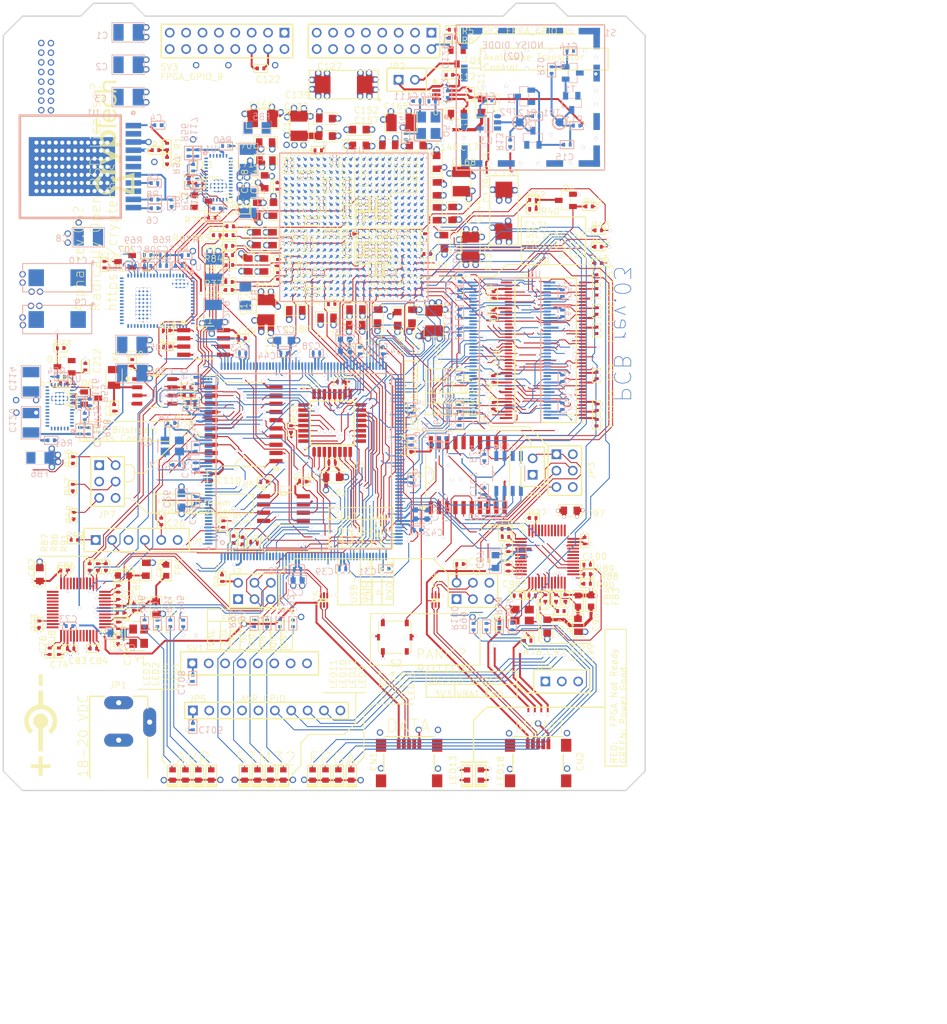
<source format=kicad_pcb>
(kicad_pcb (version 4) (host pcbnew 4.0.2+dfsg1-stable)

  (general
    (links 1412)
    (no_connects 695)
    (area -32.294113 -104.250001 148.466654 54.64848)
    (thickness 1.6)
    (drawings 7054)
    (tracks 9335)
    (zones 0)
    (modules 385)
    (nets 303)
  )

  (page A4)
  (layers
    (0 F.Cu signal)
    (1 In1.Cu power)
    (2 In2.Cu mixed)
    (3 In3.Cu power)
    (4 In4.Cu power)
    (5 In5.Cu signal)
    (6 In6.Cu power)
    (31 B.Cu signal)
    (32 B.Adhes user)
    (33 F.Adhes user)
    (34 B.Paste user)
    (35 F.Paste user)
    (36 B.SilkS user)
    (37 F.SilkS user)
    (38 B.Mask user)
    (39 F.Mask user)
    (40 Dwgs.User user)
    (41 Cmts.User user)
    (42 Eco1.User user)
    (43 Eco2.User user)
    (44 Edge.Cuts user)
    (45 Margin user)
    (46 B.CrtYd user)
    (47 F.CrtYd user)
    (48 B.Fab user)
    (49 F.Fab user)
  )

  (setup
    (last_trace_width 0.254)
    (trace_clearance 0.15)
    (zone_clearance 0.0144)
    (zone_45_only no)
    (trace_min 0.15)
    (segment_width 0.2)
    (edge_width 0.1)
    (via_size 0.889)
    (via_drill 0.635)
    (via_min_size 0.889)
    (via_min_drill 0.508)
    (uvia_size 0.508)
    (uvia_drill 0.127)
    (uvias_allowed yes)
    (uvia_min_size 0.5)
    (uvia_min_drill 0.127)
    (pcb_text_width 0.3)
    (pcb_text_size 1.5 1.5)
    (mod_edge_width 0.15)
    (mod_text_size 1 1)
    (mod_text_width 0.15)
    (pad_size 1.5 1.5)
    (pad_drill 0.6)
    (pad_to_mask_clearance 0)
    (aux_axis_origin 0 0)
    (visible_elements 7FFFFF7F)
    (pcbplotparams
      (layerselection 0x00030_80000001)
      (usegerberextensions false)
      (excludeedgelayer true)
      (linewidth 0.100000)
      (plotframeref false)
      (viasonmask false)
      (mode 1)
      (useauxorigin false)
      (hpglpennumber 1)
      (hpglpenspeed 20)
      (hpglpendiameter 15)
      (hpglpenoverlay 2)
      (psnegative false)
      (psa4output false)
      (plotreference true)
      (plotvalue true)
      (plotinvisibletext false)
      (padsonsilk false)
      (subtractmaskfromsilk false)
      (outputformat 1)
      (mirror false)
      (drillshape 0)
      (scaleselection 1)
      (outputdirectory GerberOutput/))
  )

  (net 0 "")
  (net 1 DM_P)
  (net 2 DM_N)
  (net 3 3V3_BATT)
  (net 4 15V_LDO_ENABLE)
  (net 5 15V_STABLE)
  (net 6 GND)
  (net 7 NetC15_2)
  (net 8 AMPLIFIED)
  (net 9 ARM_FPGA_CFG_CS_N)
  (net 10 ARM_FPGA_CFG_MISO)
  (net 11 ARM_FPGA_CFG_MOSI)
  (net 12 ARM_FPGA_CFG_SCLK)
  (net 13 ARM_LED1)
  (net 14 ARM_LED2)
  (net 15 ARM_LED3)
  (net 16 ARM_LED4)
  (net 17 AVR_GPIO_0)
  (net 18 AVR_GPIO_1)
  (net 19 AVR_GPIO_2)
  (net 20 AVR_GPIO_3)
  (net 21 AVR_GPIO_4)
  (net 22 AVR_GPIO_5)
  (net 23 AVR_GPIO_6)
  (net 24 AVR_GPIO_7)
  (net 25 AVR_GPIO_ARM_0)
  (net 26 AVR_GPIO_ARM_1)
  (net 27 AVR_GPIO_ARM_2)
  (net 28 AVR_GPIO_ARM_3)
  (net 29 AVR_GPIO_FPGA_0)
  (net 30 AVR_GPIO_FPGA_1)
  (net 31 AVR_GPIO_FPGA_2)
  (net 32 AVR_GPIO_FPGA_3)
  (net 33 AVR_LED1)
  (net 34 AVR_LED2)
  (net 35 AVR_LED3)
  (net 36 AVR_LED4)
  (net 37 AVR_PANIC)
  (net 38 AVR_RESET)
  (net 39 BOOT0)
  (net 40 D1_N)
  (net 41 D1_P)
  (net 42 DIGITIZED_NOISE)
  (net 43 FMC_A0)
  (net 44 FMC_A1)
  (net 45 FMC_A2)
  (net 46 FMC_A3)
  (net 47 FMC_A4)
  (net 48 FMC_A5)
  (net 49 FMC_A6)
  (net 50 FMC_A7)
  (net 51 FMC_A8)
  (net 52 FMC_A9)
  (net 53 FMC_A10)
  (net 54 FMC_A11)
  (net 55 FMC_A12)
  (net 56 FMC_A13)
  (net 57 FMC_A14)
  (net 58 FMC_A15)
  (net 59 FMC_A16)
  (net 60 FMC_A17)
  (net 61 FMC_A18)
  (net 62 FMC_A19)
  (net 63 FMC_A20)
  (net 64 FMC_A21)
  (net 65 FMC_A22)
  (net 66 FMC_A23)
  (net 67 FMC_A24)
  (net 68 FMC_A25)
  (net 69 FMC_CLK)
  (net 70 FMC_D0)
  (net 71 FMC_D1)
  (net 72 FMC_D2)
  (net 73 FMC_D3)
  (net 74 FMC_D4)
  (net 75 FMC_D5)
  (net 76 FMC_D6)
  (net 77 FMC_D7)
  (net 78 FMC_D8)
  (net 79 FMC_D9)
  (net 80 FMC_D10)
  (net 81 FMC_D11)
  (net 82 FMC_D12)
  (net 83 FMC_D13)
  (net 84 FMC_D14)
  (net 85 FMC_D15)
  (net 86 FMC_D16)
  (net 87 FMC_D17)
  (net 88 FMC_D18)
  (net 89 FMC_D19)
  (net 90 FMC_D20)
  (net 91 FMC_D21)
  (net 92 FMC_D22)
  (net 93 FMC_D23)
  (net 94 FMC_D24)
  (net 95 FMC_D25)
  (net 96 FMC_D26)
  (net 97 FMC_D27)
  (net 98 FMC_D28)
  (net 99 FMC_D29)
  (net 100 FMC_D30)
  (net 101 FMC_D31)
  (net 102 FMC_NBL0)
  (net 103 FMC_NBL1)
  (net 104 FMC_NBL2)
  (net 105 FMC_NBL3)
  (net 106 FMC_NE1)
  (net 107 FMC_NL)
  (net 108 FMC_NOE)
  (net 109 FMC_NWAIT)
  (net 110 FMC_NWE)
  (net 111 FMC_SDCKE0)
  (net 112 FMC_SDCKE1)
  (net 113 FMC_SDCLK)
  (net 114 FMC_SDNCAS)
  (net 115 FMC_SDNE0)
  (net 116 FMC_SDNE1)
  (net 117 FMC_SDNRAS)
  (net 118 FMC_SDNWE)
  (net 119 FPGA_CFG_CS_N1)
  (net 120 FPGA_CFG_CS_N)
  (net 121 FPGA_CFG_CTRL_ARM_ENA)
  (net 122 FPGA_CFG_CTRL_FPGA_DIS)
  (net 123 FPGA_CFG_MISO1)
  (net 124 FPGA_CFG_MISO)
  (net 125 FPGA_CFG_MOSI1)
  (net 126 FPGA_CFG_MOSI)
  (net 127 FPGA_CFG_SCLK1)
  (net 128 FPGA_CFG_SCLK)
  (net 129 FPGA_DONE_INT)
  (net 130 FPGA_DONE)
  (net 131 FPGA_ENTROPY_DISABLE)
  (net 132 FPGA_GCLK)
  (net 133 FPGA_GPIO_A_0)
  (net 134 FPGA_GPIO_A_1)
  (net 135 FPGA_GPIO_A_2)
  (net 136 FPGA_GPIO_A_3)
  (net 137 FPGA_GPIO_A_4)
  (net 138 FPGA_GPIO_A_5)
  (net 139 FPGA_GPIO_A_6)
  (net 140 FPGA_GPIO_A_7)
  (net 141 FPGA_GPIO_B_0)
  (net 142 FPGA_GPIO_B_1)
  (net 143 FPGA_GPIO_B_2)
  (net 144 FPGA_GPIO_B_3)
  (net 145 FPGA_GPIO_B_4)
  (net 146 FPGA_GPIO_B_5)
  (net 147 FPGA_GPIO_B_6)
  (net 148 FPGA_GPIO_B_7)
  (net 149 FPGA_GPIO_LED_0)
  (net 150 FPGA_GPIO_LED_1)
  (net 151 FPGA_GPIO_LED_2)
  (net 152 FPGA_GPIO_LED_3)
  (net 153 FPGA_INIT_B_INT1)
  (net 154 FPGA_INIT_B_INT)
  (net 155 FPGA_INIT_B)
  (net 156 FPGA_IRQ_N_0)
  (net 157 FPGA_IRQ_N_1)
  (net 158 FPGA_IRQ_N_2)
  (net 159 FPGA_IRQ_N_3)
  (net 160 FPGA_JTAG_TCK)
  (net 161 FPGA_JTAG_TDI)
  (net 162 FPGA_JTAG_TDO)
  (net 163 FPGA_JTAG_TMS)
  (net 164 FPGA_M0)
  (net 165 FPGA_M1)
  (net 166 FPGA_M2)
  (net 167 FPGA_PROGRAM_B1)
  (net 168 FPGA_PROGRAM_B)
  (net 169 FPGA_PROM_CS_N)
  (net 170 FPGA_PROM_MISO)
  (net 171 FPGA_PROM_MOSI)
  (net 172 FPGA_PROM_SCLK)
  (net 173 FPGA_PROM_W_N)
  (net 174 FPGA_VCCAUX_1V8)
  (net 175 FPGA_VCCINT_1V0)
  (net 176 FT_CTS)
  (net 177 FT_DTR)
  (net 178 FT_MGMT_CTS)
  (net 179 FT_MGMT_DTR)
  (net 180 FT_MGMT_RTS)
  (net 181 FT_MGMT_RXD1)
  (net 182 FT_MGMT_RXD)
  (net 183 FT_MGMT_TXD1)
  (net 184 FT_MGMT_TXD)
  (net 185 FT_MGMT_VCC3V3)
  (net 186 FT_MGMT_VPHY)
  (net 187 FT_MGMT_VPLL)
  (net 188 FT_MGMT_VREGIN)
  (net 189 FT_REF1)
  (net 190 FT_REF)
  (net 191 FT_RESET1)
  (net 192 FT_RESET)
  (net 193 FT_RTS)
  (net 194 FT_RXD1)
  (net 195 FT_RXD)
  (net 196 FT_TXD1)
  (net 197 FT_TXD)
  (net 198 FT_VCC3V3)
  (net 199 FT_VCCA1)
  (net 200 FT_VCCA)
  (net 201 FT_VCCORE1)
  (net 202 FT_VCCORE)
  (net 203 FT_VPHY)
  (net 204 FT_VPLL)
  (net 205 FT_VREGIN)
  (net 206 KSM_PROM_CS_N)
  (net 207 KSM_PROM_MISO)
  (net 208 KSM_PROM_MOSI)
  (net 209 KSM_PROM_SCLK)
  (net 210 MKM_AVR_CS_N)
  (net 211 MKM_AVR_MISO)
  (net 212 MKM_AVR_MOSI)
  (net 213 MKM_AVR_SCK)
  (net 214 MKM_CONTROL_AVR_ENA)
  (net 215 MKM_CONTROL_FPGA_DIS)
  (net 216 MKM_CS_N)
  (net 217 MKM_FPGA_CS_N)
  (net 218 MKM_FPGA_MISO)
  (net 219 MKM_FPGA_MOSI)
  (net 220 MKM_FPGA_SCK)
  (net 221 MKM_MISO)
  (net 222 MKM_MOSI)
  (net 223 MKM_SCK)
  (net 224 NetC5_1)
  (net 225 NetC11_1)
  (net 226 NetC12_2)
  (net 227 NetC17_2)
  (net 228 NetC70_2)
  (net 229 NetC71_2)
  (net 230 NetC75_2)
  (net 231 NetC78_2)
  (net 232 NetC90_2)
  (net 233 NetC93_2)
  (net 234 NetC115_1)
  (net 235 NetC116_1)
  (net 236 NetC117_1)
  (net 237 NetC117_2)
  (net 238 NetC118_1)
  (net 239 NetC118_2)
  (net 240 NetC207_1)
  (net 241 NetC208_1)
  (net 242 NetC208_2)
  (net 243 NetIC1_3)
  (net 244 NetJP2_2)
  (net 245 NetLED1_1)
  (net 246 NetLED2_1)
  (net 247 NetLED3_1)
  (net 248 NetLED4_1)
  (net 249 NetLED9_1)
  (net 250 NetLED10_1)
  (net 251 NetLED11_1)
  (net 252 NetLED12_1)
  (net 253 NetLED13_1)
  (net 254 NetLED14_1)
  (net 255 NetLED15_1)
  (net 256 NetLED16_1)
  (net 257 NetLED17_1)
  (net 258 NetLED18_1)
  (net 259 NetLED18_2)
  (net 260 NetQ1_1)
  (net 261 NetQ5_1)
  (net 262 NetQ5_3)
  (net 263 NetR1_1)
  (net 264 NetR3_2)
  (net 265 NetR8_1)
  (net 266 NetR32_2)
  (net 267 NetR33_2)
  (net 268 NetR52_1)
  (net 269 NetR53_2)
  (net 270 NetR54_1)
  (net 271 NetR55_2)
  (net 272 NetR65_1)
  (net 273 NetR66_1)
  (net 274 NetR67_1)
  (net 275 NOISE_IN)
  (net 276 NOISE_OUT)
  (net 277 NRST)
  (net 278 OSC_IN)
  (net 279 OSC_OUT)
  (net 280 POK_VCCAUX)
  (net 281 POK_VCCINT)
  (net 282 POK_VCCO)
  (net 283 PWR_18V)
  (net 284 PWR_ENA_VCCAUX)
  (net 285 PWR_ENA_VCCINT)
  (net 286 PWR_ENA_VCCO)
  (net 287 RAW_NOISE)
  (net 288 RTC_MFP)
  (net 289 RTC_SCL)
  (net 290 RTC_SDA)
  (net 291 SPI_A_TRISTATE)
  (net 292 SPI_B_TRISTATE)
  (net 293 SWDCLK)
  (net 294 SWDIO)
  (net 295 USB_MGMT_N)
  (net 296 USB_MGMT_P)
  (net 297 USB_N)
  (net 298 USB_P)
  (net 299 VCAP1)
  (net 300 VCAP2)
  (net 301 VCC_5V0)
  (net 302 VCCO_3V3)

  (net_class Default "This is the default net class."
    (clearance 0.15)
    (trace_width 0.254)
    (via_dia 0.889)
    (via_drill 0.635)
    (uvia_dia 0.508)
    (uvia_drill 0.127)
    (add_net 15V_LDO_ENABLE)
    (add_net 15V_STABLE)
    (add_net 3V3_BATT)
    (add_net AMPLIFIED)
    (add_net ARM_FPGA_CFG_CS_N)
    (add_net ARM_FPGA_CFG_MISO)
    (add_net ARM_FPGA_CFG_MOSI)
    (add_net ARM_FPGA_CFG_SCLK)
    (add_net ARM_LED1)
    (add_net ARM_LED2)
    (add_net ARM_LED3)
    (add_net ARM_LED4)
    (add_net AVR_GPIO_0)
    (add_net AVR_GPIO_1)
    (add_net AVR_GPIO_2)
    (add_net AVR_GPIO_3)
    (add_net AVR_GPIO_4)
    (add_net AVR_GPIO_5)
    (add_net AVR_GPIO_6)
    (add_net AVR_GPIO_7)
    (add_net AVR_GPIO_ARM_0)
    (add_net AVR_GPIO_ARM_1)
    (add_net AVR_GPIO_ARM_2)
    (add_net AVR_GPIO_ARM_3)
    (add_net AVR_GPIO_FPGA_0)
    (add_net AVR_GPIO_FPGA_1)
    (add_net AVR_GPIO_FPGA_2)
    (add_net AVR_GPIO_FPGA_3)
    (add_net AVR_LED1)
    (add_net AVR_LED2)
    (add_net AVR_LED3)
    (add_net AVR_LED4)
    (add_net AVR_PANIC)
    (add_net AVR_RESET)
    (add_net BOOT0)
    (add_net DIGITIZED_NOISE)
    (add_net FPGA_CFG_CS_N)
    (add_net FPGA_CFG_CS_N1)
    (add_net FPGA_CFG_CTRL_ARM_ENA)
    (add_net FPGA_CFG_CTRL_FPGA_DIS)
    (add_net FPGA_CFG_MISO)
    (add_net FPGA_CFG_MISO1)
    (add_net FPGA_CFG_MOSI)
    (add_net FPGA_CFG_MOSI1)
    (add_net FPGA_CFG_SCLK)
    (add_net FPGA_CFG_SCLK1)
    (add_net FPGA_DONE)
    (add_net FPGA_DONE_INT)
    (add_net FPGA_ENTROPY_DISABLE)
    (add_net FPGA_GCLK)
    (add_net FPGA_GPIO_LED_0)
    (add_net FPGA_GPIO_LED_1)
    (add_net FPGA_GPIO_LED_2)
    (add_net FPGA_GPIO_LED_3)
    (add_net FPGA_INIT_B)
    (add_net FPGA_INIT_B_INT)
    (add_net FPGA_INIT_B_INT1)
    (add_net FPGA_IRQ_N_0)
    (add_net FPGA_IRQ_N_1)
    (add_net FPGA_IRQ_N_2)
    (add_net FPGA_IRQ_N_3)
    (add_net FPGA_JTAG_TCK)
    (add_net FPGA_JTAG_TDI)
    (add_net FPGA_JTAG_TDO)
    (add_net FPGA_JTAG_TMS)
    (add_net FPGA_M0)
    (add_net FPGA_M1)
    (add_net FPGA_M2)
    (add_net FPGA_PROGRAM_B)
    (add_net FPGA_PROGRAM_B1)
    (add_net FPGA_PROM_CS_N)
    (add_net FPGA_PROM_MISO)
    (add_net FPGA_PROM_MOSI)
    (add_net FPGA_PROM_SCLK)
    (add_net FPGA_PROM_W_N)
    (add_net FPGA_VCCAUX_1V8)
    (add_net FPGA_VCCINT_1V0)
    (add_net FT_CTS)
    (add_net FT_DTR)
    (add_net FT_MGMT_CTS)
    (add_net FT_MGMT_DTR)
    (add_net FT_MGMT_RTS)
    (add_net FT_MGMT_RXD)
    (add_net FT_MGMT_RXD1)
    (add_net FT_MGMT_TXD)
    (add_net FT_MGMT_TXD1)
    (add_net FT_MGMT_VCC3V3)
    (add_net FT_MGMT_VPHY)
    (add_net FT_MGMT_VPLL)
    (add_net FT_MGMT_VREGIN)
    (add_net FT_REF)
    (add_net FT_REF1)
    (add_net FT_RESET)
    (add_net FT_RESET1)
    (add_net FT_RTS)
    (add_net FT_RXD)
    (add_net FT_RXD1)
    (add_net FT_TXD)
    (add_net FT_TXD1)
    (add_net FT_VCC3V3)
    (add_net FT_VCCA)
    (add_net FT_VCCA1)
    (add_net FT_VCCORE)
    (add_net FT_VCCORE1)
    (add_net FT_VPHY)
    (add_net FT_VPLL)
    (add_net FT_VREGIN)
    (add_net GND)
    (add_net KSM_PROM_CS_N)
    (add_net KSM_PROM_MISO)
    (add_net KSM_PROM_MOSI)
    (add_net KSM_PROM_SCLK)
    (add_net MKM_AVR_CS_N)
    (add_net MKM_AVR_MISO)
    (add_net MKM_AVR_MOSI)
    (add_net MKM_AVR_SCK)
    (add_net MKM_CONTROL_AVR_ENA)
    (add_net MKM_CONTROL_FPGA_DIS)
    (add_net MKM_CS_N)
    (add_net MKM_FPGA_CS_N)
    (add_net MKM_FPGA_MISO)
    (add_net MKM_FPGA_MOSI)
    (add_net MKM_FPGA_SCK)
    (add_net MKM_MISO)
    (add_net MKM_MOSI)
    (add_net MKM_SCK)
    (add_net NOISE_IN)
    (add_net NOISE_OUT)
    (add_net NRST)
    (add_net NetC115_1)
    (add_net NetC116_1)
    (add_net NetC117_1)
    (add_net NetC117_2)
    (add_net NetC118_1)
    (add_net NetC118_2)
    (add_net NetC11_1)
    (add_net NetC12_2)
    (add_net NetC15_2)
    (add_net NetC17_2)
    (add_net NetC207_1)
    (add_net NetC208_1)
    (add_net NetC208_2)
    (add_net NetC5_1)
    (add_net NetC70_2)
    (add_net NetC71_2)
    (add_net NetC75_2)
    (add_net NetC78_2)
    (add_net NetC90_2)
    (add_net NetC93_2)
    (add_net NetIC1_3)
    (add_net NetJP2_2)
    (add_net NetLED10_1)
    (add_net NetLED11_1)
    (add_net NetLED12_1)
    (add_net NetLED13_1)
    (add_net NetLED14_1)
    (add_net NetLED15_1)
    (add_net NetLED16_1)
    (add_net NetLED17_1)
    (add_net NetLED18_1)
    (add_net NetLED18_2)
    (add_net NetLED1_1)
    (add_net NetLED2_1)
    (add_net NetLED3_1)
    (add_net NetLED4_1)
    (add_net NetLED9_1)
    (add_net NetQ1_1)
    (add_net NetQ5_1)
    (add_net NetQ5_3)
    (add_net NetR1_1)
    (add_net NetR32_2)
    (add_net NetR33_2)
    (add_net NetR3_2)
    (add_net NetR52_1)
    (add_net NetR53_2)
    (add_net NetR54_1)
    (add_net NetR55_2)
    (add_net NetR65_1)
    (add_net NetR66_1)
    (add_net NetR67_1)
    (add_net NetR8_1)
    (add_net OSC_IN)
    (add_net OSC_OUT)
    (add_net POK_VCCAUX)
    (add_net POK_VCCINT)
    (add_net POK_VCCO)
    (add_net PWR_18V)
    (add_net PWR_ENA_VCCAUX)
    (add_net PWR_ENA_VCCINT)
    (add_net PWR_ENA_VCCO)
    (add_net RAW_NOISE)
    (add_net RTC_MFP)
    (add_net RTC_SCL)
    (add_net RTC_SDA)
    (add_net SPI_A_TRISTATE)
    (add_net SPI_B_TRISTATE)
    (add_net SWDCLK)
    (add_net SWDIO)
    (add_net VCAP1)
    (add_net VCAP2)
    (add_net VCCO_3V3)
    (add_net VCC_5V0)
  )

  (net_class FMC FMC
    (clearance 0.15)
    (trace_width 0.254)
    (via_dia 0.889)
    (via_drill 0.635)
    (uvia_dia 0.508)
    (uvia_drill 0.127)
    (add_net FMC_A0)
    (add_net FMC_A1)
    (add_net FMC_A10)
    (add_net FMC_A11)
    (add_net FMC_A12)
    (add_net FMC_A13)
    (add_net FMC_A14)
    (add_net FMC_A15)
    (add_net FMC_A16)
    (add_net FMC_A17)
    (add_net FMC_A18)
    (add_net FMC_A19)
    (add_net FMC_A2)
    (add_net FMC_A20)
    (add_net FMC_A21)
    (add_net FMC_A22)
    (add_net FMC_A23)
    (add_net FMC_A24)
    (add_net FMC_A25)
    (add_net FMC_A3)
    (add_net FMC_A4)
    (add_net FMC_A5)
    (add_net FMC_A6)
    (add_net FMC_A7)
    (add_net FMC_A8)
    (add_net FMC_A9)
    (add_net FMC_CLK)
    (add_net FMC_D0)
    (add_net FMC_D1)
    (add_net FMC_D10)
    (add_net FMC_D11)
    (add_net FMC_D12)
    (add_net FMC_D13)
    (add_net FMC_D14)
    (add_net FMC_D15)
    (add_net FMC_D16)
    (add_net FMC_D17)
    (add_net FMC_D18)
    (add_net FMC_D19)
    (add_net FMC_D2)
    (add_net FMC_D20)
    (add_net FMC_D21)
    (add_net FMC_D22)
    (add_net FMC_D23)
    (add_net FMC_D24)
    (add_net FMC_D25)
    (add_net FMC_D26)
    (add_net FMC_D27)
    (add_net FMC_D28)
    (add_net FMC_D29)
    (add_net FMC_D3)
    (add_net FMC_D30)
    (add_net FMC_D31)
    (add_net FMC_D4)
    (add_net FMC_D5)
    (add_net FMC_D6)
    (add_net FMC_D7)
    (add_net FMC_D8)
    (add_net FMC_D9)
    (add_net FMC_NBL0)
    (add_net FMC_NBL1)
    (add_net FMC_NBL2)
    (add_net FMC_NBL3)
    (add_net FMC_NE1)
    (add_net FMC_NL)
    (add_net FMC_NOE)
    (add_net FMC_NWAIT)
    (add_net FMC_NWE)
    (add_net FMC_SDCKE0)
    (add_net FMC_SDCKE1)
    (add_net FMC_SDCLK)
    (add_net FMC_SDNCAS)
    (add_net FMC_SDNE0)
    (add_net FMC_SDNE1)
    (add_net FMC_SDNRAS)
    (add_net FMC_SDNWE)
  )

  (net_class FPGA_GPIO FPGA_GPIO
    (clearance 0.15)
    (trace_width 0.254)
    (via_dia 0.889)
    (via_drill 0.635)
    (uvia_dia 0.508)
    (uvia_drill 0.127)
    (add_net FPGA_GPIO_A_0)
    (add_net FPGA_GPIO_A_1)
    (add_net FPGA_GPIO_A_2)
    (add_net FPGA_GPIO_A_3)
    (add_net FPGA_GPIO_A_4)
    (add_net FPGA_GPIO_A_5)
    (add_net FPGA_GPIO_A_6)
    (add_net FPGA_GPIO_A_7)
    (add_net FPGA_GPIO_B_0)
    (add_net FPGA_GPIO_B_1)
    (add_net FPGA_GPIO_B_2)
    (add_net FPGA_GPIO_B_3)
    (add_net FPGA_GPIO_B_4)
    (add_net FPGA_GPIO_B_5)
    (add_net FPGA_GPIO_B_6)
    (add_net FPGA_GPIO_B_7)
  )

  (net_class USB USB
    (clearance 0.15)
    (trace_width 0.254)
    (via_dia 0.889)
    (via_drill 0.635)
    (uvia_dia 0.508)
    (uvia_drill 0.127)
    (add_net D1_N)
    (add_net D1_P)
    (add_net DM_N)
    (add_net DM_P)
    (add_net USB_MGMT_N)
    (add_net USB_MGMT_P)
    (add_net USB_N)
    (add_net USB_P)
  )

  (module HDR1X10 (layer F.Cu) (tedit 4289BEAB) (tstamp 539EEDBF)
    (at 31.5 6.000001)
    (path /539EEC0F)
    (attr smd)
    (fp_text reference JP5 (at 0 0) (layer F.SilkS) hide
      (effects (font (thickness 0.05)))
    )
    (fp_text value "Connector; Header; 10 Position" (at 0 0) (layer F.SilkS) hide
      (effects (font (thickness 0.05)))
    )
    (pad 3 thru_hole circle (at 5.08 0) (size 1.5 1.5) (drill 1) (layers *.Cu *.Paste *.Mask)
      (net 18 AVR_GPIO_1))
    (pad 10 thru_hole circle (at 22.86 0) (size 1.5 1.5) (drill 1) (layers *.Cu *.Paste *.Mask)
      (net 6 GND))
    (pad 9 thru_hole circle (at 20.32 0) (size 1.5 1.5) (drill 1) (layers *.Cu *.Paste *.Mask)
      (net 24 AVR_GPIO_7))
    (pad 8 thru_hole circle (at 17.78 0) (size 1.5 1.5) (drill 1) (layers *.Cu *.Paste *.Mask)
      (net 23 AVR_GPIO_6))
    (pad 7 thru_hole circle (at 15.24 0) (size 1.5 1.5) (drill 1) (layers *.Cu *.Paste *.Mask)
      (net 22 AVR_GPIO_5))
    (pad 6 thru_hole circle (at 12.7 0) (size 1.5 1.5) (drill 1) (layers *.Cu *.Paste *.Mask)
      (net 21 AVR_GPIO_4))
    (pad 5 thru_hole circle (at 10.16 0) (size 1.5 1.5) (drill 1) (layers *.Cu *.Paste *.Mask)
      (net 20 AVR_GPIO_3))
    (pad 4 thru_hole circle (at 7.62 0) (size 1.5 1.5) (drill 1) (layers *.Cu *.Paste *.Mask)
      (net 19 AVR_GPIO_2))
    (pad 2 thru_hole circle (at 2.54 0) (size 1.5 1.5) (drill 1) (layers *.Cu *.Paste *.Mask)
      (net 17 AVR_GPIO_0))
    (pad 1 thru_hole rect (at 0 0) (size 1.5 1.5) (drill 1) (layers *.Cu *.Paste *.Mask)
      (net 302 VCCO_3V3))
  )

  (module PLS-2 (layer F.Cu) (tedit 4289BEAB) (tstamp 539EEDBF)
    (at 84.160746 -31.8)
    (path /539EEC0F)
    (attr smd)
    (fp_text reference JP6 (at 0 0) (layer F.SilkS) hide
      (effects (font (thickness 0.05)))
    )
    (fp_text value "" (at 0 0) (layer F.SilkS) hide
      (effects (font (thickness 0.05)))
    )
    (pad 1 thru_hole rect (at 0 1.27 90) (size 1.5 1.5) (drill 1) (layers *.Cu *.Paste *.Mask)
      (net 6 GND))
    (pad 2 thru_hole circle (at 0 -1.27 90) (size 1.5 1.5) (drill 1) (layers *.Cu *.Paste *.Mask)
      (net 211 MKM_AVR_MISO))
    (model /home/ft/work/cryptech/official/user/ft/alpha_to_kicad/rev03-Altium/wrlshp/3416A7AC-A52A.wrl
      (at (xyz 0 0 0))
      (scale (xyz 1 1 1))
      (rotate (xyz 0 0 180))
    )
  )

  (module C_1210 (layer B.Cu) (tedit 4289BEAB) (tstamp 539EEDBF)
    (at 21.463 -99.0854)
    (path /539EEC0F)
    (attr smd)
    (fp_text reference C1 (at 0 0) (layer F.SilkS) hide
      (effects (font (thickness 0.05)))
    )
    (fp_text value "" (at 0 0) (layer F.SilkS) hide
      (effects (font (thickness 0.05)))
    )
    (pad 2 smd rect (at 1.5 0) (size 1.599999 2.6) (layers B.Cu B.Paste B.Mask)
      (net 6 GND))
    (pad 1 smd rect (at -1.5 0) (size 1.599999 2.6) (layers B.Cu B.Paste B.Mask)
      (net 283 PWR_18V))
    (model /home/ft/work/cryptech/official/user/ft/alpha_to_kicad/rev03-Altium/wrlshp/F26EE9BE-B6B0.wrl
      (at (xyz 0 0 0))
      (scale (xyz 1 1 1))
      (rotate (xyz 0 0 360))
    )
  )

  (module C_1210 (layer B.Cu) (tedit 4289BEAB) (tstamp 539EEDBF)
    (at 21.463 -94.0689)
    (path /539EEC0F)
    (attr smd)
    (fp_text reference C2 (at 0 0) (layer F.SilkS) hide
      (effects (font (thickness 0.05)))
    )
    (fp_text value "" (at 0 0) (layer F.SilkS) hide
      (effects (font (thickness 0.05)))
    )
    (pad 1 smd rect (at -1.5 0) (size 1.599999 2.6) (layers B.Cu B.Paste B.Mask)
      (net 283 PWR_18V))
    (pad 2 smd rect (at 1.5 0) (size 1.599999 2.6) (layers B.Cu B.Paste B.Mask)
      (net 6 GND))
    (model /home/ft/work/cryptech/official/user/ft/alpha_to_kicad/rev03-Altium/wrlshp/F26EE9BE-B6B0.wrl
      (at (xyz 0 0 0))
      (scale (xyz 1 1 1))
      (rotate (xyz 0 0 360))
    )
  )

  (module C_1210 (layer B.Cu) (tedit 4289BEAB) (tstamp 539EEDBF)
    (at 21.463 -89.0524)
    (path /539EEC0F)
    (attr smd)
    (fp_text reference C3 (at 0 0) (layer F.SilkS) hide
      (effects (font (thickness 0.05)))
    )
    (fp_text value "" (at 0 0) (layer F.SilkS) hide
      (effects (font (thickness 0.05)))
    )
    (pad 2 smd rect (at 1.5 0) (size 1.599999 2.6) (layers B.Cu B.Paste B.Mask)
      (net 6 GND))
    (pad 1 smd rect (at -1.5 0) (size 1.599999 2.6) (layers B.Cu B.Paste B.Mask)
      (net 283 PWR_18V))
    (model /home/ft/work/cryptech/official/user/ft/alpha_to_kicad/rev03-Altium/wrlshp/F26EE9BE-B6B0.wrl
      (at (xyz 0 0 0))
      (scale (xyz 1 1 1))
      (rotate (xyz 0 0 360))
    )
  )

  (module C_0402 (layer B.Cu) (tedit 4289BEAB) (tstamp 539EEDBF)
    (at 26.100001 -84.700001)
    (path /539EEC0F)
    (attr smd)
    (fp_text reference C4 (at 0 0) (layer F.SilkS) hide
      (effects (font (thickness 0.05)))
    )
    (fp_text value "" (at 0 0) (layer F.SilkS) hide
      (effects (font (thickness 0.05)))
    )
    (pad 1 smd rect (at -0.5 0) (size 0.45 0.6) (layers B.Cu B.Paste B.Mask)
      (net 283 PWR_18V))
    (pad 2 smd rect (at 0.5 0) (size 0.45 0.6) (layers B.Cu B.Paste B.Mask)
      (net 6 GND))
    (model /home/ft/work/cryptech/official/user/ft/alpha_to_kicad/rev03-Altium/wrlshp/ECAF1ED8-FCC0.wrl
      (at (xyz 0 0 0))
      (scale (xyz 1 1 1))
      (rotate (xyz 0 0 360))
    )
  )

  (module C_0402 (layer B.Cu) (tedit 4289BEAB) (tstamp 539EEDBF)
    (at 25.55 -75.725)
    (path /539EEC0F)
    (attr smd)
    (fp_text reference C5 (at 0 0) (layer F.SilkS) hide
      (effects (font (thickness 0.05)))
    )
    (fp_text value "" (at 0 0) (layer F.SilkS) hide
      (effects (font (thickness 0.05)))
    )
    (pad 2 smd rect (at 0.5 0) (size 0.45 0.6) (layers B.Cu B.Paste B.Mask)
      (net 6 GND))
    (pad 1 smd rect (at -0.5 0) (size 0.45 0.6) (layers B.Cu B.Paste B.Mask)
      (net 224 NetC5_1))
    (model /home/ft/work/cryptech/official/user/ft/alpha_to_kicad/rev03-Altium/wrlshp/ECAF1ED8-FCC0.wrl
      (at (xyz 0 0 0))
      (scale (xyz 1 1 1))
      (rotate (xyz 0 0 360))
    )
  )

  (module C_0402 (layer B.Cu) (tedit 4289BEAB) (tstamp 539EEDBF)
    (at 25.5778 -71.8312)
    (path /539EEC0F)
    (attr smd)
    (fp_text reference C6 (at 0 0) (layer F.SilkS) hide
      (effects (font (thickness 0.05)))
    )
    (fp_text value "" (at 0 0) (layer F.SilkS) hide
      (effects (font (thickness 0.05)))
    )
    (pad 1 smd rect (at -0.5 0) (size 0.45 0.6) (layers B.Cu B.Paste B.Mask)
      (net 301 VCC_5V0))
    (pad 2 smd rect (at 0.5 0) (size 0.45 0.6) (layers B.Cu B.Paste B.Mask)
      (net 6 GND))
    (model /home/ft/work/cryptech/official/user/ft/alpha_to_kicad/rev03-Altium/wrlshp/ECAF1ED8-FCC0.wrl
      (at (xyz 0 0 0))
      (scale (xyz 1 1 1))
      (rotate (xyz 0 0 360))
    )
  )

  (module C_0805 (layer F.Cu) (tedit 4289BEAB) (tstamp 539EEDBF)
    (at 72.5 -86.5)
    (path /539EEC0F)
    (attr smd)
    (fp_text reference C7 (at 0 0) (layer F.SilkS) hide
      (effects (font (thickness 0.05)))
    )
    (fp_text value "" (at 0 0) (layer F.SilkS) hide
      (effects (font (thickness 0.05)))
    )
    (pad 2 smd rect (at -1 0 180) (size 1 1.2) (layers F.Cu F.Paste F.Mask)
      (net 6 GND))
    (pad 1 smd rect (at 1 0 180) (size 1 1.2) (layers F.Cu F.Paste F.Mask)
      (net 283 PWR_18V))
    (model /home/ft/work/cryptech/official/user/ft/alpha_to_kicad/rev03-Altium/wrlshp/68E8DA21-73BF.wrl
      (at (xyz 0 0 0))
      (scale (xyz 1 1 1))
      (rotate (xyz 0 0 0))
    )
  )

  (module C_1210 (layer B.Cu) (tedit 4289BEAB) (tstamp 539EEDBF)
    (at 15.2908 -67.3354)
    (path /539EEC0F)
    (attr smd)
    (fp_text reference C8 (at 0 0) (layer F.SilkS) hide
      (effects (font (thickness 0.05)))
    )
    (fp_text value "" (at 0 0) (layer F.SilkS) hide
      (effects (font (thickness 0.05)))
    )
    (pad 1 smd rect (at 1.5 0 180) (size 1.599999 2.6) (layers B.Cu B.Paste B.Mask)
      (net 301 VCC_5V0))
    (pad 2 smd rect (at -1.5 0 180) (size 1.599999 2.6) (layers B.Cu B.Paste B.Mask)
      (net 6 GND))
    (model /home/ft/work/cryptech/official/user/ft/alpha_to_kicad/rev03-Altium/wrlshp/F26EE9BE-B6B0.wrl
      (at (xyz 0 0 0))
      (scale (xyz 1 1 1))
      (rotate (xyz 0 0 0))
    )
  )

  (module C_D (layer B.Cu) (tedit 4289BEAB) (tstamp 539EEDBF)
    (at 10.4648 -54.5846)
    (path /539EEC0F)
    (attr smd)
    (fp_text reference C9 (at 0 0) (layer F.SilkS) hide
      (effects (font (thickness 0.05)))
    )
    (fp_text value "" (at 0 0) (layer F.SilkS) hide
      (effects (font (thickness 0.05)))
    )
    (pad 1 smd rect (at 3.25 0 180) (size 2.4 2.6) (layers B.Cu B.Paste B.Mask)
      (net 301 VCC_5V0))
    (pad 2 smd rect (at -3.25 0 180) (size 2.4 2.6) (layers B.Cu B.Paste B.Mask)
      (net 6 GND))
    (model /home/ft/work/cryptech/official/user/ft/alpha_to_kicad/rev03-Altium/wrlshp/5917D381-109F.wrl
      (at (xyz 0 0 0))
      (scale (xyz 1 1 1))
      (rotate (xyz 0 0 0))
    )
  )

  (module C_D (layer B.Cu) (tedit 4289BEAB) (tstamp 539EEDBF)
    (at 10.4648 -61.0616)
    (path /539EEC0F)
    (attr smd)
    (fp_text reference C10 (at 0 0) (layer F.SilkS) hide
      (effects (font (thickness 0.05)))
    )
    (fp_text value "" (at 0 0) (layer F.SilkS) hide
      (effects (font (thickness 0.05)))
    )
    (pad 2 smd rect (at -3.25 0 180) (size 2.4 2.6) (layers B.Cu B.Paste B.Mask)
      (net 6 GND))
    (pad 1 smd rect (at 3.25 0 180) (size 2.4 2.6) (layers B.Cu B.Paste B.Mask)
      (net 301 VCC_5V0))
    (model /home/ft/work/cryptech/official/user/ft/alpha_to_kicad/rev03-Altium/wrlshp/5917D381-109F.wrl
      (at (xyz 0 0 0))
      (scale (xyz 1 1 1))
      (rotate (xyz 0 0 0))
    )
  )

  (module C_0402 (layer F.Cu) (tedit 4289BEAB) (tstamp 539EEDBF)
    (at 74.500001 -89.499999)
    (path /539EEC0F)
    (attr smd)
    (fp_text reference C11 (at 0 0) (layer F.SilkS) hide
      (effects (font (thickness 0.05)))
    )
    (fp_text value "" (at 0 0) (layer F.SilkS) hide
      (effects (font (thickness 0.05)))
    )
    (pad 2 smd rect (at 0 0.5 270) (size 0.45 0.6) (layers F.Cu F.Paste F.Mask)
      (net 5 15V_STABLE))
    (pad 1 smd rect (at 0 -0.5 270) (size 0.45 0.6) (layers F.Cu F.Paste F.Mask)
      (net 225 NetC11_1))
    (model /home/ft/work/cryptech/official/user/ft/alpha_to_kicad/rev03-Altium/wrlshp/ECAF1ED8-FCC0.wrl
      (at (xyz 0 0 0))
      (scale (xyz 1 1 1))
      (rotate (xyz 0 0 180))
    )
  )

  (module C_0402 (layer F.Cu) (tedit 4289BEAB) (tstamp 539EEDBF)
    (at 71.25 -92.5)
    (path /539EEC0F)
    (attr smd)
    (fp_text reference C12 (at 0 0) (layer F.SilkS) hide
      (effects (font (thickness 0.05)))
    )
    (fp_text value "" (at 0 0) (layer F.SilkS) hide
      (effects (font (thickness 0.05)))
    )
    (pad 1 smd rect (at -0.5 0) (size 0.45 0.6) (layers F.Cu F.Paste F.Mask)
      (net 6 GND))
    (pad 2 smd rect (at 0.5 0) (size 0.45 0.6) (layers F.Cu F.Paste F.Mask)
      (net 226 NetC12_2))
    (model /home/ft/work/cryptech/official/user/ft/alpha_to_kicad/rev03-Altium/wrlshp/ECAF1ED8-FCC0.wrl
      (at (xyz 0 0 0))
      (scale (xyz 1 1 1))
      (rotate (xyz 0 0 360))
    )
  )

  (module C_0805 (layer F.Cu) (tedit 4289BEAB) (tstamp 539EEDBF)
    (at 76.25 -87.75)
    (path /539EEC0F)
    (attr smd)
    (fp_text reference C13 (at 0 0) (layer F.SilkS) hide
      (effects (font (thickness 0.05)))
    )
    (fp_text value "" (at 0 0) (layer F.SilkS) hide
      (effects (font (thickness 0.05)))
    )
    (pad 1 smd rect (at 0 -1 270) (size 1 1.2) (layers F.Cu F.Paste F.Mask)
      (net 5 15V_STABLE))
    (pad 2 smd rect (at 0 1 270) (size 1 1.2) (layers F.Cu F.Paste F.Mask)
      (net 6 GND))
    (model /home/ft/work/cryptech/official/user/ft/alpha_to_kicad/rev03-Altium/wrlshp/68E8DA21-73BF.wrl
      (at (xyz 0 0 0))
      (scale (xyz 1 1 1))
      (rotate (xyz 0 0 180))
    )
  )

  (module C_0402 (layer B.Cu) (tedit 4289BEAB) (tstamp 539EEDBF)
    (at 89.9922 -96.2152)
    (path /539EEC0F)
    (attr smd)
    (fp_text reference C14 (at 0 0) (layer F.SilkS) hide
      (effects (font (thickness 0.05)))
    )
    (fp_text value "" (at 0 0) (layer F.SilkS) hide
      (effects (font (thickness 0.05)))
    )
    (pad 2 smd rect (at -0.5 0 180) (size 0.45 0.6) (layers B.Cu B.Paste B.Mask)
      (net 275 NOISE_IN))
    (pad 1 smd rect (at 0.5 0 180) (size 0.45 0.6) (layers B.Cu B.Paste B.Mask)
      (net 6 GND))
    (model /home/ft/work/cryptech/official/user/ft/alpha_to_kicad/rev03-Altium/wrlshp/ECAF1ED8-FCC0.wrl
      (at (xyz 0 0 0))
      (scale (xyz 1 1 1))
      (rotate (xyz 0 0 0))
    )
  )

  (module C_0402 (layer B.Cu) (tedit 4289BEAB) (tstamp 539EEDBF)
    (at 89.4842 -81.6864)
    (path /539EEC0F)
    (attr smd)
    (fp_text reference C15 (at 0 0) (layer F.SilkS) hide
      (effects (font (thickness 0.05)))
    )
    (fp_text value "" (at 0 0) (layer F.SilkS) hide
      (effects (font (thickness 0.05)))
    )
    (pad 1 smd rect (at 0.5 0 180) (size 0.45 0.6) (layers B.Cu B.Paste B.Mask)
      (net 287 RAW_NOISE))
    (pad 2 smd rect (at -0.5 0 180) (size 0.45 0.6) (layers B.Cu B.Paste B.Mask)
      (net 7 NetC15_2))
    (model /home/ft/work/cryptech/official/user/ft/alpha_to_kicad/rev03-Altium/wrlshp/ECAF1ED8-FCC0.wrl
      (at (xyz 0 0 0))
      (scale (xyz 1 1 1))
      (rotate (xyz 0 0 0))
    )
  )

  (module C_0402 (layer B.Cu) (tedit 4289BEAB) (tstamp 539EEDBF)
    (at 77.343 -88.5444)
    (path /539EEC0F)
    (attr smd)
    (fp_text reference C16 (at 0 0) (layer F.SilkS) hide
      (effects (font (thickness 0.05)))
    )
    (fp_text value "" (at 0 0) (layer F.SilkS) hide
      (effects (font (thickness 0.05)))
    )
    (pad 2 smd rect (at -0.5 0 180) (size 0.45 0.6) (layers B.Cu B.Paste B.Mask)
      (net 302 VCCO_3V3))
    (pad 1 smd rect (at 0.5 0 180) (size 0.45 0.6) (layers B.Cu B.Paste B.Mask)
      (net 6 GND))
    (model /home/ft/work/cryptech/official/user/ft/alpha_to_kicad/rev03-Altium/wrlshp/ECAF1ED8-FCC0.wrl
      (at (xyz 0 0 0))
      (scale (xyz 1 1 1))
      (rotate (xyz 0 0 0))
    )
  )

  (module C_0402 (layer B.Cu) (tedit 4289BEAB) (tstamp 539EEDBF)
    (at 28.924999 -32.049999)
    (path /539EEC0F)
    (attr smd)
    (fp_text reference C17 (at 0 0) (layer F.SilkS) hide
      (effects (font (thickness 0.05)))
    )
    (fp_text value "" (at 0 0) (layer F.SilkS) hide
      (effects (font (thickness 0.05)))
    )
    (pad 1 smd rect (at -0.5 0) (size 0.45 0.6) (layers B.Cu B.Paste B.Mask)
      (net 6 GND))
    (pad 2 smd rect (at 0.5 0) (size 0.45 0.6) (layers B.Cu B.Paste B.Mask)
      (net 227 NetC17_2))
    (model /home/ft/work/cryptech/official/user/ft/alpha_to_kicad/rev03-Altium/wrlshp/ECAF1ED8-FCC0.wrl
      (at (xyz 0 0 0))
      (scale (xyz 1 1 1))
      (rotate (xyz 0 0 360))
    )
  )

  (module C_0402 (layer B.Cu) (tedit 4289BEAB) (tstamp 539EEDBF)
    (at 28.175001 -38.549999)
    (path /539EEC0F)
    (attr smd)
    (fp_text reference C18 (at 0 0) (layer F.SilkS) hide
      (effects (font (thickness 0.05)))
    )
    (fp_text value "" (at 0 0) (layer F.SilkS) hide
      (effects (font (thickness 0.05)))
    )
    (pad 2 smd rect (at -0.5 0 180) (size 0.45 0.6) (layers B.Cu B.Paste B.Mask)
      (net 279 OSC_OUT))
    (pad 1 smd rect (at 0.5 0 180) (size 0.45 0.6) (layers B.Cu B.Paste B.Mask)
      (net 6 GND))
    (model /home/ft/work/cryptech/official/user/ft/alpha_to_kicad/rev03-Altium/wrlshp/ECAF1ED8-FCC0.wrl
      (at (xyz 0 0 0))
      (scale (xyz 1 1 1))
      (rotate (xyz 0 0 0))
    )
  )

  (module C_0402 (layer F.Cu) (tedit 4289BEAB) (tstamp 539EEDBF)
    (at 13.125 -20.45)
    (path /539EEC0F)
    (attr smd)
    (fp_text reference C19 (at 0 0) (layer F.SilkS) hide
      (effects (font (thickness 0.05)))
    )
    (fp_text value "" (at 0 0) (layer F.SilkS) hide
      (effects (font (thickness 0.05)))
    )
    (pad 1 smd rect (at 0.5 0 180) (size 0.45 0.6) (layers F.Cu F.Paste F.Mask)
      (net 302 VCCO_3V3))
    (pad 2 smd rect (at -0.5 0 180) (size 0.45 0.6) (layers F.Cu F.Paste F.Mask)
      (net 6 GND))
    (model /home/ft/work/cryptech/official/user/ft/alpha_to_kicad/rev03-Altium/wrlshp/ECAF1ED8-FCC0.wrl
      (at (xyz 0 0 0))
      (scale (xyz 1 1 1))
      (rotate (xyz 0 0 0))
    )
  )

  (module C_0402 (layer F.Cu) (tedit 4289BEAB) (tstamp 539EEDBF)
    (at 26.6 -23.299999)
    (path /539EEC0F)
    (attr smd)
    (fp_text reference C20 (at 0 0) (layer F.SilkS) hide
      (effects (font (thickness 0.05)))
    )
    (fp_text value "" (at 0 0) (layer F.SilkS) hide
      (effects (font (thickness 0.05)))
    )
    (pad 2 smd rect (at 0 -0.5 90) (size 0.45 0.6) (layers F.Cu F.Paste F.Mask)
      (net 6 GND))
    (pad 1 smd rect (at 0 0.5 90) (size 0.45 0.6) (layers F.Cu F.Paste F.Mask)
      (net 277 NRST))
    (model /home/ft/work/cryptech/official/user/ft/alpha_to_kicad/rev03-Altium/wrlshp/ECAF1ED8-FCC0.wrl
      (at (xyz 0 0 0))
      (scale (xyz 1 1 1))
      (rotate (xyz 0 0 180))
    )
  )

  (module C_0603 (layer B.Cu) (tedit 4289BEAB) (tstamp 539EEDBF)
    (at 47.7266 -14.2494)
    (path /539EEC0F)
    (attr smd)
    (fp_text reference C21 (at 0 0) (layer F.SilkS) hide
      (effects (font (thickness 0.05)))
    )
    (fp_text value "" (at 0 0) (layer F.SilkS) hide
      (effects (font (thickness 0.05)))
    )
    (pad 2 smd rect (at 0.7 0) (size 0.800001 0.800001) (layers B.Cu B.Paste B.Mask)
      (net 6 GND))
    (pad 1 smd rect (at -0.7 0) (size 0.800001 0.800001) (layers B.Cu B.Paste B.Mask)
      (net 302 VCCO_3V3))
    (model /home/ft/work/cryptech/official/user/ft/alpha_to_kicad/rev03-Altium/wrlshp/175C1D2E-5B2D.wrl
      (at (xyz 0 0 0))
      (scale (xyz 1 1 1))
      (rotate (xyz 0 0 360))
    )
  )

  (module C_0603 (layer B.Cu) (tedit 4289BEAB) (tstamp 539EEDBF)
    (at 55.0672 -51.5112)
    (path /539EEC0F)
    (attr smd)
    (fp_text reference C22 (at 0 0) (layer F.SilkS) hide
      (effects (font (thickness 0.05)))
    )
    (fp_text value "" (at 0 0) (layer F.SilkS) hide
      (effects (font (thickness 0.05)))
    )
    (pad 1 smd rect (at 0.7 0 180) (size 0.800001 0.800001) (layers B.Cu B.Paste B.Mask)
      (net 6 GND))
    (pad 2 smd rect (at -0.7 0 180) (size 0.800001 0.800001) (layers B.Cu B.Paste B.Mask)
      (net 299 VCAP1))
    (model /home/ft/work/cryptech/official/user/ft/alpha_to_kicad/rev03-Altium/wrlshp/175C1D2E-5B2D.wrl
      (at (xyz 0 0 0))
      (scale (xyz 1 1 1))
      (rotate (xyz 0 0 0))
    )
  )

  (module C_0603 (layer B.Cu) (tedit 4289BEAB) (tstamp 539EEDBF)
    (at 55.0672 -49.6824)
    (path /539EEC0F)
    (attr smd)
    (fp_text reference C23 (at 0 0) (layer F.SilkS) hide
      (effects (font (thickness 0.05)))
    )
    (fp_text value "" (at 0 0) (layer F.SilkS) hide
      (effects (font (thickness 0.05)))
    )
    (pad 2 smd rect (at -0.7 0 180) (size 0.800001 0.800001) (layers B.Cu B.Paste B.Mask)
      (net 299 VCAP1))
    (pad 1 smd rect (at 0.7 0 180) (size 0.800001 0.800001) (layers B.Cu B.Paste B.Mask)
      (net 6 GND))
    (model /home/ft/work/cryptech/official/user/ft/alpha_to_kicad/rev03-Altium/wrlshp/175C1D2E-5B2D.wrl
      (at (xyz 0 0 0))
      (scale (xyz 1 1 1))
      (rotate (xyz 0 0 0))
    )
  )

  (module C_0603 (layer B.Cu) (tedit 4289BEAB) (tstamp 539EEDBF)
    (at 65.9638 -24.384)
    (path /539EEC0F)
    (attr smd)
    (fp_text reference C24 (at 0 0) (layer F.SilkS) hide
      (effects (font (thickness 0.05)))
    )
    (fp_text value "" (at 0 0) (layer F.SilkS) hide
      (effects (font (thickness 0.05)))
    )
    (pad 1 smd rect (at 0 0.7 90) (size 0.800001 0.800001) (layers B.Cu B.Paste B.Mask)
      (net 6 GND))
    (pad 2 smd rect (at 0 -0.7 90) (size 0.800001 0.800001) (layers B.Cu B.Paste B.Mask)
      (net 300 VCAP2))
    (model /home/ft/work/cryptech/official/user/ft/alpha_to_kicad/rev03-Altium/wrlshp/175C1D2E-5B2D.wrl
      (at (xyz 0 0 0))
      (scale (xyz 1 1 1))
      (rotate (xyz 0 0 180))
    )
  )

  (module C_0603 (layer B.Cu) (tedit 4289BEAB) (tstamp 539EEDBF)
    (at 67.7926 -24.384)
    (path /539EEC0F)
    (attr smd)
    (fp_text reference C25 (at 0 0) (layer F.SilkS) hide
      (effects (font (thickness 0.05)))
    )
    (fp_text value "" (at 0 0) (layer F.SilkS) hide
      (effects (font (thickness 0.05)))
    )
    (pad 2 smd rect (at 0 -0.7 90) (size 0.800001 0.800001) (layers B.Cu B.Paste B.Mask)
      (net 300 VCAP2))
    (pad 1 smd rect (at 0 0.7 90) (size 0.800001 0.800001) (layers B.Cu B.Paste B.Mask)
      (net 6 GND))
    (model /home/ft/work/cryptech/official/user/ft/alpha_to_kicad/rev03-Altium/wrlshp/175C1D2E-5B2D.wrl
      (at (xyz 0 0 0))
      (scale (xyz 1 1 1))
      (rotate (xyz 0 0 180))
    )
  )

  (module C_0805 (layer B.Cu) (tedit 4289BEAB) (tstamp 539EEDBF)
    (at 29.718 -26.5684)
    (path /539EEC0F)
    (attr smd)
    (fp_text reference C26 (at 0 0) (layer F.SilkS) hide
      (effects (font (thickness 0.05)))
    )
    (fp_text value "" (at 0 0) (layer F.SilkS) hide
      (effects (font (thickness 0.05)))
    )
    (pad 2 smd rect (at 0 1 270) (size 1 1.2) (layers B.Cu B.Paste B.Mask)
      (net 6 GND))
    (pad 1 smd rect (at 0 -1 270) (size 1 1.2) (layers B.Cu B.Paste B.Mask)
      (net 302 VCCO_3V3))
    (model /home/ft/work/cryptech/official/user/ft/alpha_to_kicad/rev03-Altium/wrlshp/68E8DA21-73BF.wrl
      (at (xyz 0 0 0))
      (scale (xyz 1 1 1))
      (rotate (xyz 0 0 180))
    )
  )

  (module C_0805 (layer B.Cu) (tedit 4289BEAB) (tstamp 539EEDBF)
    (at 45.6946 -51.3334)
    (path /539EEC0F)
    (attr smd)
    (fp_text reference C27 (at 0 0) (layer F.SilkS) hide
      (effects (font (thickness 0.05)))
    )
    (fp_text value "" (at 0 0) (layer F.SilkS) hide
      (effects (font (thickness 0.05)))
    )
    (pad 1 smd rect (at 1 0 180) (size 1 1.2) (layers B.Cu B.Paste B.Mask)
      (net 302 VCCO_3V3))
    (pad 2 smd rect (at -1 0 180) (size 1 1.2) (layers B.Cu B.Paste B.Mask)
      (net 6 GND))
    (model /home/ft/work/cryptech/official/user/ft/alpha_to_kicad/rev03-Altium/wrlshp/68E8DA21-73BF.wrl
      (at (xyz 0 0 0))
      (scale (xyz 1 1 1))
      (rotate (xyz 0 0 0))
    )
  )

  (module C_0402 (layer B.Cu) (tedit 4289BEAB) (tstamp 539EEDBF)
    (at 50.6476 -49.3522)
    (path /539EEC0F)
    (attr smd)
    (fp_text reference C28 (at 0 0) (layer F.SilkS) hide
      (effects (font (thickness 0.05)))
    )
    (fp_text value "" (at 0 0) (layer F.SilkS) hide
      (effects (font (thickness 0.05)))
    )
    (pad 1 smd rect (at 0.5 0 180) (size 0.45 0.6) (layers B.Cu B.Paste B.Mask)
      (net 302 VCCO_3V3))
    (pad 2 smd rect (at -0.5 0 180) (size 0.45 0.6) (layers B.Cu B.Paste B.Mask)
      (net 6 GND))
    (model /home/ft/work/cryptech/official/user/ft/alpha_to_kicad/rev03-Altium/wrlshp/ECAF1ED8-FCC0.wrl
      (at (xyz 0 0 0))
      (scale (xyz 1 1 1))
      (rotate (xyz 0 0 0))
    )
  )

  (module C_0402 (layer B.Cu) (tedit 4289BEAB) (tstamp 539EEDBF)
    (at 65.4304 -35.6616)
    (path /539EEC0F)
    (attr smd)
    (fp_text reference C29 (at 0 0) (layer F.SilkS) hide
      (effects (font (thickness 0.05)))
    )
    (fp_text value "" (at 0 0) (layer F.SilkS) hide
      (effects (font (thickness 0.05)))
    )
    (pad 2 smd rect (at 0 0.5 270) (size 0.45 0.6) (layers B.Cu B.Paste B.Mask)
      (net 6 GND))
    (pad 1 smd rect (at 0 -0.5 270) (size 0.45 0.6) (layers B.Cu B.Paste B.Mask)
      (net 302 VCCO_3V3))
    (model /home/ft/work/cryptech/official/user/ft/alpha_to_kicad/rev03-Altium/wrlshp/ECAF1ED8-FCC0.wrl
      (at (xyz 0 0 0))
      (scale (xyz 1 1 1))
      (rotate (xyz 0 0 180))
    )
  )

  (module C_0402 (layer B.Cu) (tedit 4289BEAB) (tstamp 539EEDBF)
    (at 57.3532 -49.784)
    (path /539EEC0F)
    (attr smd)
    (fp_text reference C30 (at 0 0) (layer F.SilkS) hide
      (effects (font (thickness 0.05)))
    )
    (fp_text value "" (at 0 0) (layer F.SilkS) hide
      (effects (font (thickness 0.05)))
    )
    (pad 1 smd rect (at 0 0.5 90) (size 0.45 0.6) (layers B.Cu B.Paste B.Mask)
      (net 302 VCCO_3V3))
    (pad 2 smd rect (at 0 -0.5 90) (size 0.45 0.6) (layers B.Cu B.Paste B.Mask)
      (net 6 GND))
    (model /home/ft/work/cryptech/official/user/ft/alpha_to_kicad/rev03-Altium/wrlshp/ECAF1ED8-FCC0.wrl
      (at (xyz 0 0 0))
      (scale (xyz 1 1 1))
      (rotate (xyz 0 0 180))
    )
  )

  (module C_0402 (layer B.Cu) (tedit 4289BEAB) (tstamp 539EEDBF)
    (at 61.341 -15.9512)
    (path /539EEC0F)
    (attr smd)
    (fp_text reference C31 (at 0 0) (layer F.SilkS) hide
      (effects (font (thickness 0.05)))
    )
    (fp_text value "" (at 0 0) (layer F.SilkS) hide
      (effects (font (thickness 0.05)))
    )
    (pad 2 smd rect (at 0.5 0) (size 0.45 0.6) (layers B.Cu B.Paste B.Mask)
      (net 6 GND))
    (pad 1 smd rect (at -0.5 0) (size 0.45 0.6) (layers B.Cu B.Paste B.Mask)
      (net 302 VCCO_3V3))
    (model /home/ft/work/cryptech/official/user/ft/alpha_to_kicad/rev03-Altium/wrlshp/ECAF1ED8-FCC0.wrl
      (at (xyz 0 0 0))
      (scale (xyz 1 1 1))
      (rotate (xyz 0 0 360))
    )
  )

  (module C_0402 (layer B.Cu) (tedit 4289BEAB) (tstamp 539EEDBF)
    (at 31.9278 -26.6192)
    (path /539EEC0F)
    (attr smd)
    (fp_text reference C32 (at 0 0) (layer F.SilkS) hide
      (effects (font (thickness 0.05)))
    )
    (fp_text value "" (at 0 0) (layer F.SilkS) hide
      (effects (font (thickness 0.05)))
    )
    (pad 1 smd rect (at 0 -0.5 270) (size 0.45 0.6) (layers B.Cu B.Paste B.Mask)
      (net 302 VCCO_3V3))
    (pad 2 smd rect (at 0 0.5 270) (size 0.45 0.6) (layers B.Cu B.Paste B.Mask)
      (net 6 GND))
    (model /home/ft/work/cryptech/official/user/ft/alpha_to_kicad/rev03-Altium/wrlshp/ECAF1ED8-FCC0.wrl
      (at (xyz 0 0 0))
      (scale (xyz 1 1 1))
      (rotate (xyz 0 0 180))
    )
  )

  (module C_0402 (layer B.Cu) (tedit 4289BEAB) (tstamp 539EEDBF)
    (at 30.5308 -41.4782)
    (path /539EEC0F)
    (attr smd)
    (fp_text reference C33 (at 0 0) (layer F.SilkS) hide
      (effects (font (thickness 0.05)))
    )
    (fp_text value "" (at 0 0) (layer F.SilkS) hide
      (effects (font (thickness 0.05)))
    )
    (pad 2 smd rect (at 0 -0.5 90) (size 0.45 0.6) (layers B.Cu B.Paste B.Mask)
      (net 6 GND))
    (pad 1 smd rect (at 0 0.5 90) (size 0.45 0.6) (layers B.Cu B.Paste B.Mask)
      (net 302 VCCO_3V3))
    (model /home/ft/work/cryptech/official/user/ft/alpha_to_kicad/rev03-Altium/wrlshp/ECAF1ED8-FCC0.wrl
      (at (xyz 0 0 0))
      (scale (xyz 1 1 1))
      (rotate (xyz 0 0 180))
    )
  )

  (module C_0402 (layer B.Cu) (tedit 4289BEAB) (tstamp 539EEDBF)
    (at 60.9346 -49.784)
    (path /539EEC0F)
    (attr smd)
    (fp_text reference C34 (at 0 0) (layer F.SilkS) hide
      (effects (font (thickness 0.05)))
    )
    (fp_text value "" (at 0 0) (layer F.SilkS) hide
      (effects (font (thickness 0.05)))
    )
    (pad 1 smd rect (at 0 0.5 90) (size 0.45 0.6) (layers B.Cu B.Paste B.Mask)
      (net 302 VCCO_3V3))
    (pad 2 smd rect (at 0 -0.5 90) (size 0.45 0.6) (layers B.Cu B.Paste B.Mask)
      (net 6 GND))
    (model /home/ft/work/cryptech/official/user/ft/alpha_to_kicad/rev03-Altium/wrlshp/ECAF1ED8-FCC0.wrl
      (at (xyz 0 0 0))
      (scale (xyz 1 1 1))
      (rotate (xyz 0 0 180))
    )
  )

  (module C_0402 (layer F.Cu) (tedit 4289BEAB) (tstamp 539EEDBF)
    (at 37.800001 -20.5)
    (path /539EEC0F)
    (attr smd)
    (fp_text reference C35 (at 0 0) (layer F.SilkS) hide
      (effects (font (thickness 0.05)))
    )
    (fp_text value "" (at 0 0) (layer F.SilkS) hide
      (effects (font (thickness 0.05)))
    )
    (pad 2 smd rect (at 0 -0.5 90) (size 0.45 0.6) (layers F.Cu F.Paste F.Mask)
      (net 6 GND))
    (pad 1 smd rect (at 0 0.5 90) (size 0.45 0.6) (layers F.Cu F.Paste F.Mask)
      (net 302 VCCO_3V3))
    (model /home/ft/work/cryptech/official/user/ft/alpha_to_kicad/rev03-Altium/wrlshp/ECAF1ED8-FCC0.wrl
      (at (xyz 0 0 0))
      (scale (xyz 1 1 1))
      (rotate (xyz 0 0 180))
    )
  )

  (module C_0402 (layer B.Cu) (tedit 4289BEAB) (tstamp 539EEDBF)
    (at 65.4304 -29.7434)
    (path /539EEC0F)
    (attr smd)
    (fp_text reference C36 (at 0 0) (layer F.SilkS) hide
      (effects (font (thickness 0.05)))
    )
    (fp_text value "" (at 0 0) (layer F.SilkS) hide
      (effects (font (thickness 0.05)))
    )
    (pad 1 smd rect (at 0 0.5 90) (size 0.45 0.6) (layers B.Cu B.Paste B.Mask)
      (net 302 VCCO_3V3))
    (pad 2 smd rect (at 0 -0.5 90) (size 0.45 0.6) (layers B.Cu B.Paste B.Mask)
      (net 6 GND))
    (model /home/ft/work/cryptech/official/user/ft/alpha_to_kicad/rev03-Altium/wrlshp/ECAF1ED8-FCC0.wrl
      (at (xyz 0 0 0))
      (scale (xyz 1 1 1))
      (rotate (xyz 0 0 180))
    )
  )

  (module C_0402 (layer F.Cu) (tedit 4289BEAB) (tstamp 539EEDBF)
    (at 39.2 -20.3)
    (path /539EEC0F)
    (attr smd)
    (fp_text reference C37 (at 0 0) (layer F.SilkS) hide
      (effects (font (thickness 0.05)))
    )
    (fp_text value "" (at 0 0) (layer F.SilkS) hide
      (effects (font (thickness 0.05)))
    )
    (pad 2 smd rect (at 0 -0.5 90) (size 0.45 0.6) (layers F.Cu F.Paste F.Mask)
      (net 6 GND))
    (pad 1 smd rect (at 0 0.5 90) (size 0.45 0.6) (layers F.Cu F.Paste F.Mask)
      (net 302 VCCO_3V3))
    (model /home/ft/work/cryptech/official/user/ft/alpha_to_kicad/rev03-Altium/wrlshp/ECAF1ED8-FCC0.wrl
      (at (xyz 0 0 0))
      (scale (xyz 1 1 1))
      (rotate (xyz 0 0 180))
    )
  )

  (module C_0402 (layer B.Cu) (tedit 4289BEAB) (tstamp 539EEDBF)
    (at 47.7266 -15.9512)
    (path /539EEC0F)
    (attr smd)
    (fp_text reference C38 (at 0 0) (layer F.SilkS) hide
      (effects (font (thickness 0.05)))
    )
    (fp_text value "" (at 0 0) (layer F.SilkS) hide
      (effects (font (thickness 0.05)))
    )
    (pad 1 smd rect (at -0.5 0) (size 0.45 0.6) (layers B.Cu B.Paste B.Mask)
      (net 302 VCCO_3V3))
    (pad 2 smd rect (at 0.5 0) (size 0.45 0.6) (layers B.Cu B.Paste B.Mask)
      (net 6 GND))
    (model /home/ft/work/cryptech/official/user/ft/alpha_to_kicad/rev03-Altium/wrlshp/ECAF1ED8-FCC0.wrl
      (at (xyz 0 0 0))
      (scale (xyz 1 1 1))
      (rotate (xyz 0 0 360))
    )
  )

  (module C_0402 (layer B.Cu) (tedit 4289BEAB) (tstamp 539EEDBF)
    (at 54.6862 -15.9512)
    (path /539EEC0F)
    (attr smd)
    (fp_text reference C39 (at 0 0) (layer F.SilkS) hide
      (effects (font (thickness 0.05)))
    )
    (fp_text value "" (at 0 0) (layer F.SilkS) hide
      (effects (font (thickness 0.05)))
    )
    (pad 2 smd rect (at 0.5 0) (size 0.45 0.6) (layers B.Cu B.Paste B.Mask)
      (net 6 GND))
    (pad 1 smd rect (at -0.5 0) (size 0.45 0.6) (layers B.Cu B.Paste B.Mask)
      (net 302 VCCO_3V3))
    (model /home/ft/work/cryptech/official/user/ft/alpha_to_kicad/rev03-Altium/wrlshp/ECAF1ED8-FCC0.wrl
      (at (xyz 0 0 0))
      (scale (xyz 1 1 1))
      (rotate (xyz 0 0 360))
    )
  )

  (module C_0402 (layer B.Cu) (tedit 4289BEAB) (tstamp 539EEDBF)
    (at 31.9278 -45.1358)
    (path /539EEC0F)
    (attr smd)
    (fp_text reference C40 (at 0 0) (layer F.SilkS) hide
      (effects (font (thickness 0.05)))
    )
    (fp_text value "" (at 0 0) (layer F.SilkS) hide
      (effects (font (thickness 0.05)))
    )
    (pad 1 smd rect (at 0 -0.5 270) (size 0.45 0.6) (layers B.Cu B.Paste B.Mask)
      (net 302 VCCO_3V3))
    (pad 2 smd rect (at 0 0.5 270) (size 0.45 0.6) (layers B.Cu B.Paste B.Mask)
      (net 6 GND))
    (model /home/ft/work/cryptech/official/user/ft/alpha_to_kicad/rev03-Altium/wrlshp/ECAF1ED8-FCC0.wrl
      (at (xyz 0 0 0))
      (scale (xyz 1 1 1))
      (rotate (xyz 0 0 180))
    )
  )

  (module C_0402 (layer B.Cu) (tedit 4289BEAB) (tstamp 539EEDBF)
    (at 31.9278 -41.4782)
    (path /539EEC0F)
    (attr smd)
    (fp_text reference C41 (at 0 0) (layer F.SilkS) hide
      (effects (font (thickness 0.05)))
    )
    (fp_text value "" (at 0 0) (layer F.SilkS) hide
      (effects (font (thickness 0.05)))
    )
    (pad 2 smd rect (at 0 -0.5 90) (size 0.45 0.6) (layers B.Cu B.Paste B.Mask)
      (net 6 GND))
    (pad 1 smd rect (at 0 0.5 90) (size 0.45 0.6) (layers B.Cu B.Paste B.Mask)
      (net 302 VCCO_3V3))
    (model /home/ft/work/cryptech/official/user/ft/alpha_to_kicad/rev03-Altium/wrlshp/ECAF1ED8-FCC0.wrl
      (at (xyz 0 0 0))
      (scale (xyz 1 1 1))
      (rotate (xyz 0 0 180))
    )
  )

  (module C_0402 (layer B.Cu) (tedit 4289BEAB) (tstamp 539EEDBF)
    (at 66.294 -21.971)
    (path /539EEC0F)
    (attr smd)
    (fp_text reference C42 (at 0 0) (layer F.SilkS) hide
      (effects (font (thickness 0.05)))
    )
    (fp_text value "" (at 0 0) (layer F.SilkS) hide
      (effects (font (thickness 0.05)))
    )
    (pad 1 smd rect (at -0.5 0) (size 0.45 0.6) (layers B.Cu B.Paste B.Mask)
      (net 302 VCCO_3V3))
    (pad 2 smd rect (at 0.5 0) (size 0.45 0.6) (layers B.Cu B.Paste B.Mask)
      (net 6 GND))
    (model /home/ft/work/cryptech/official/user/ft/alpha_to_kicad/rev03-Altium/wrlshp/ECAF1ED8-FCC0.wrl
      (at (xyz 0 0 0))
      (scale (xyz 1 1 1))
      (rotate (xyz 0 0 360))
    )
  )

  (module C_0402 (layer B.Cu) (tedit 4289BEAB) (tstamp 539EEDBF)
    (at 39.2176 -49.3522)
    (path /539EEC0F)
    (attr smd)
    (fp_text reference C43 (at 0 0) (layer F.SilkS) hide
      (effects (font (thickness 0.05)))
    )
    (fp_text value "" (at 0 0) (layer F.SilkS) hide
      (effects (font (thickness 0.05)))
    )
    (pad 2 smd rect (at 0.5 0) (size 0.45 0.6) (layers B.Cu B.Paste B.Mask)
      (net 6 GND))
    (pad 1 smd rect (at -0.5 0) (size 0.45 0.6) (layers B.Cu B.Paste B.Mask)
      (net 302 VCCO_3V3))
    (model /home/ft/work/cryptech/official/user/ft/alpha_to_kicad/rev03-Altium/wrlshp/ECAF1ED8-FCC0.wrl
      (at (xyz 0 0 0))
      (scale (xyz 1 1 1))
      (rotate (xyz 0 0 360))
    )
  )

  (module C_0402 (layer B.Cu) (tedit 4289BEAB) (tstamp 539EEDBF)
    (at 45.6438 -49.3522)
    (path /539EEC0F)
    (attr smd)
    (fp_text reference C44 (at 0 0) (layer F.SilkS) hide
      (effects (font (thickness 0.05)))
    )
    (fp_text value "" (at 0 0) (layer F.SilkS) hide
      (effects (font (thickness 0.05)))
    )
    (pad 1 smd rect (at 0.5 0 180) (size 0.45 0.6) (layers B.Cu B.Paste B.Mask)
      (net 302 VCCO_3V3))
    (pad 2 smd rect (at -0.5 0 180) (size 0.45 0.6) (layers B.Cu B.Paste B.Mask)
      (net 6 GND))
    (model /home/ft/work/cryptech/official/user/ft/alpha_to_kicad/rev03-Altium/wrlshp/ECAF1ED8-FCC0.wrl
      (at (xyz 0 0 0))
      (scale (xyz 1 1 1))
      (rotate (xyz 0 0 0))
    )
  )

  (module C_0402 (layer B.Cu) (tedit 4289BEAB) (tstamp 539EEDBF)
    (at 65.4304 -40.6146)
    (path /539EEC0F)
    (attr smd)
    (fp_text reference C45 (at 0 0) (layer F.SilkS) hide
      (effects (font (thickness 0.05)))
    )
    (fp_text value "" (at 0 0) (layer F.SilkS) hide
      (effects (font (thickness 0.05)))
    )
    (pad 2 smd rect (at 0 -0.5 90) (size 0.45 0.6) (layers B.Cu B.Paste B.Mask)
      (net 6 GND))
    (pad 1 smd rect (at 0 0.5 90) (size 0.45 0.6) (layers B.Cu B.Paste B.Mask)
      (net 302 VCCO_3V3))
    (model /home/ft/work/cryptech/official/user/ft/alpha_to_kicad/rev03-Altium/wrlshp/ECAF1ED8-FCC0.wrl
      (at (xyz 0 0 0))
      (scale (xyz 1 1 1))
      (rotate (xyz 0 0 180))
    )
  )

  (module C_0402 (layer B.Cu) (tedit 4289BEAB) (tstamp 539EEDBF)
    (at 31.9278 -31.877)
    (path /539EEC0F)
    (attr smd)
    (fp_text reference C46 (at 0 0) (layer F.SilkS) hide
      (effects (font (thickness 0.05)))
    )
    (fp_text value "" (at 0 0) (layer F.SilkS) hide
      (effects (font (thickness 0.05)))
    )
    (pad 1 smd rect (at 0 -0.5 270) (size 0.45 0.6) (layers B.Cu B.Paste B.Mask)
      (net 302 VCCO_3V3))
    (pad 2 smd rect (at 0 0.5 270) (size 0.45 0.6) (layers B.Cu B.Paste B.Mask)
      (net 6 GND))
    (model /home/ft/work/cryptech/official/user/ft/alpha_to_kicad/rev03-Altium/wrlshp/ECAF1ED8-FCC0.wrl
      (at (xyz 0 0 0))
      (scale (xyz 1 1 1))
      (rotate (xyz 0 0 180))
    )
  )

  (module C_0402 (layer F.Cu) (tedit 4289BEAB) (tstamp 539EEDBF)
    (at 94.0562 -38.608)
    (path /539EEC0F)
    (attr smd)
    (fp_text reference C47 (at 0 0) (layer F.SilkS) hide
      (effects (font (thickness 0.05)))
    )
    (fp_text value "" (at 0 0) (layer F.SilkS) hide
      (effects (font (thickness 0.05)))
    )
    (pad 2 smd rect (at 0 0.5 270) (size 0.45 0.6) (layers F.Cu F.Paste F.Mask)
      (net 6 GND))
    (pad 1 smd rect (at 0 -0.5 270) (size 0.45 0.6) (layers F.Cu F.Paste F.Mask)
      (net 302 VCCO_3V3))
    (model /home/ft/work/cryptech/official/user/ft/alpha_to_kicad/rev03-Altium/wrlshp/ECAF1ED8-FCC0.wrl
      (at (xyz 0 0 0))
      (scale (xyz 1 1 1))
      (rotate (xyz 0 0 180))
    )
  )

  (module C_0402 (layer F.Cu) (tedit 4289BEAB) (tstamp 539EEDBF)
    (at 78.105 -41.2274)
    (path /539EEC0F)
    (attr smd)
    (fp_text reference C48 (at 0 0) (layer F.SilkS) hide
      (effects (font (thickness 0.05)))
    )
    (fp_text value "" (at 0 0) (layer F.SilkS) hide
      (effects (font (thickness 0.05)))
    )
    (pad 1 smd rect (at 0 -0.5 270) (size 0.45 0.6) (layers F.Cu F.Paste F.Mask)
      (net 302 VCCO_3V3))
    (pad 2 smd rect (at 0 0.5 270) (size 0.45 0.6) (layers F.Cu F.Paste F.Mask)
      (net 6 GND))
    (model /home/ft/work/cryptech/official/user/ft/alpha_to_kicad/rev03-Altium/wrlshp/ECAF1ED8-FCC0.wrl
      (at (xyz 0 0 0))
      (scale (xyz 1 1 1))
      (rotate (xyz 0 0 180))
    )
  )

  (module C_0402 (layer F.Cu) (tedit 4289BEAB) (tstamp 539EEDBF)
    (at 94.0562 -55.9054)
    (path /539EEC0F)
    (attr smd)
    (fp_text reference C49 (at 0 0) (layer F.SilkS) hide
      (effects (font (thickness 0.05)))
    )
    (fp_text value "" (at 0 0) (layer F.SilkS) hide
      (effects (font (thickness 0.05)))
    )
    (pad 2 smd rect (at 0 0.5 270) (size 0.45 0.6) (layers F.Cu F.Paste F.Mask)
      (net 6 GND))
    (pad 1 smd rect (at 0 -0.5 270) (size 0.45 0.6) (layers F.Cu F.Paste F.Mask)
      (net 302 VCCO_3V3))
    (model /home/ft/work/cryptech/official/user/ft/alpha_to_kicad/rev03-Altium/wrlshp/ECAF1ED8-FCC0.wrl
      (at (xyz 0 0 0))
      (scale (xyz 1 1 1))
      (rotate (xyz 0 0 180))
    )
  )

  (module C_0402 (layer F.Cu) (tedit 4289BEAB) (tstamp 539EEDBF)
    (at 78.105 -58.3946)
    (path /539EEC0F)
    (attr smd)
    (fp_text reference C50 (at 0 0) (layer F.SilkS) hide
      (effects (font (thickness 0.05)))
    )
    (fp_text value "" (at 0 0) (layer F.SilkS) hide
      (effects (font (thickness 0.05)))
    )
    (pad 1 smd rect (at 0 0.5 90) (size 0.45 0.6) (layers F.Cu F.Paste F.Mask)
      (net 302 VCCO_3V3))
    (pad 2 smd rect (at 0 -0.5 90) (size 0.45 0.6) (layers F.Cu F.Paste F.Mask)
      (net 6 GND))
    (model /home/ft/work/cryptech/official/user/ft/alpha_to_kicad/rev03-Altium/wrlshp/ECAF1ED8-FCC0.wrl
      (at (xyz 0 0 0))
      (scale (xyz 1 1 1))
      (rotate (xyz 0 0 180))
    )
  )

  (module C_0402 (layer F.Cu) (tedit 4289BEAB) (tstamp 539EEDBF)
    (at 94.0562 -45.9232)
    (path /539EEC0F)
    (attr smd)
    (fp_text reference C51 (at 0 0) (layer F.SilkS) hide
      (effects (font (thickness 0.05)))
    )
    (fp_text value "" (at 0 0) (layer F.SilkS) hide
      (effects (font (thickness 0.05)))
    )
    (pad 2 smd rect (at 0 0.5 270) (size 0.45 0.6) (layers F.Cu F.Paste F.Mask)
      (net 6 GND))
    (pad 1 smd rect (at 0 -0.5 270) (size 0.45 0.6) (layers F.Cu F.Paste F.Mask)
      (net 302 VCCO_3V3))
    (model /home/ft/work/cryptech/official/user/ft/alpha_to_kicad/rev03-Altium/wrlshp/ECAF1ED8-FCC0.wrl
      (at (xyz 0 0 0))
      (scale (xyz 1 1 1))
      (rotate (xyz 0 0 180))
    )
  )

  (module C_0402 (layer F.Cu) (tedit 4289BEAB) (tstamp 539EEDBF)
    (at 78.105 -55.5244)
    (path /539EEC0F)
    (attr smd)
    (fp_text reference C52 (at 0 0) (layer F.SilkS) hide
      (effects (font (thickness 0.05)))
    )
    (fp_text value "" (at 0 0) (layer F.SilkS) hide
      (effects (font (thickness 0.05)))
    )
    (pad 1 smd rect (at 0 0.5 90) (size 0.45 0.6) (layers F.Cu F.Paste F.Mask)
      (net 302 VCCO_3V3))
    (pad 2 smd rect (at 0 -0.5 90) (size 0.45 0.6) (layers F.Cu F.Paste F.Mask)
      (net 6 GND))
    (model /home/ft/work/cryptech/official/user/ft/alpha_to_kicad/rev03-Altium/wrlshp/ECAF1ED8-FCC0.wrl
      (at (xyz 0 0 0))
      (scale (xyz 1 1 1))
      (rotate (xyz 0 0 180))
    )
  )

  (module C_0402 (layer F.Cu) (tedit 4289BEAB) (tstamp 539EEDBF)
    (at 94.0562 -60.993398)
    (path /539EEC0F)
    (attr smd)
    (fp_text reference C53 (at 0 0) (layer F.SilkS) hide
      (effects (font (thickness 0.05)))
    )
    (fp_text value "" (at 0 0) (layer F.SilkS) hide
      (effects (font (thickness 0.05)))
    )
    (pad 2 smd rect (at 0 -0.5 90) (size 0.45 0.6) (layers F.Cu F.Paste F.Mask)
      (net 6 GND))
    (pad 1 smd rect (at 0 0.5 90) (size 0.45 0.6) (layers F.Cu F.Paste F.Mask)
      (net 302 VCCO_3V3))
    (model /home/ft/work/cryptech/official/user/ft/alpha_to_kicad/rev03-Altium/wrlshp/ECAF1ED8-FCC0.wrl
      (at (xyz 0 0 0))
      (scale (xyz 1 1 1))
      (rotate (xyz 0 0 180))
    )
  )

  (module C_0402 (layer F.Cu) (tedit 4289BEAB) (tstamp 539EEDBF)
    (at 94.0562 -40.9956)
    (path /539EEC0F)
    (attr smd)
    (fp_text reference C54 (at 0 0) (layer F.SilkS) hide
      (effects (font (thickness 0.05)))
    )
    (fp_text value "" (at 0 0) (layer F.SilkS) hide
      (effects (font (thickness 0.05)))
    )
    (pad 1 smd rect (at 0 0.5 90) (size 0.45 0.6) (layers F.Cu F.Paste F.Mask)
      (net 302 VCCO_3V3))
    (pad 2 smd rect (at 0 -0.5 90) (size 0.45 0.6) (layers F.Cu F.Paste F.Mask)
      (net 6 GND))
    (model /home/ft/work/cryptech/official/user/ft/alpha_to_kicad/rev03-Altium/wrlshp/ECAF1ED8-FCC0.wrl
      (at (xyz 0 0 0))
      (scale (xyz 1 1 1))
      (rotate (xyz 0 0 180))
    )
  )

  (module C_0402 (layer F.Cu) (tedit 4289BEAB) (tstamp 539EEDBF)
    (at 94.0562 -58.8772)
    (path /539EEC0F)
    (attr smd)
    (fp_text reference C55 (at 0 0) (layer F.SilkS) hide
      (effects (font (thickness 0.05)))
    )
    (fp_text value "" (at 0 0) (layer F.SilkS) hide
      (effects (font (thickness 0.05)))
    )
    (pad 2 smd rect (at 0 0.5 270) (size 0.45 0.6) (layers F.Cu F.Paste F.Mask)
      (net 6 GND))
    (pad 1 smd rect (at 0 -0.5 270) (size 0.45 0.6) (layers F.Cu F.Paste F.Mask)
      (net 302 VCCO_3V3))
    (model /home/ft/work/cryptech/official/user/ft/alpha_to_kicad/rev03-Altium/wrlshp/ECAF1ED8-FCC0.wrl
      (at (xyz 0 0 0))
      (scale (xyz 1 1 1))
      (rotate (xyz 0 0 180))
    )
  )

  (module C_0402 (layer F.Cu) (tedit 4289BEAB) (tstamp 539EEDBF)
    (at 78.105 -45.3644)
    (path /539EEC0F)
    (attr smd)
    (fp_text reference C56 (at 0 0) (layer F.SilkS) hide
      (effects (font (thickness 0.05)))
    )
    (fp_text value "" (at 0 0) (layer F.SilkS) hide
      (effects (font (thickness 0.05)))
    )
    (pad 1 smd rect (at 0 0.5 90) (size 0.45 0.6) (layers F.Cu F.Paste F.Mask)
      (net 302 VCCO_3V3))
    (pad 2 smd rect (at 0 -0.5 90) (size 0.45 0.6) (layers F.Cu F.Paste F.Mask)
      (net 6 GND))
    (model /home/ft/work/cryptech/official/user/ft/alpha_to_kicad/rev03-Altium/wrlshp/ECAF1ED8-FCC0.wrl
      (at (xyz 0 0 0))
      (scale (xyz 1 1 1))
      (rotate (xyz 0 0 180))
    )
  )

  (module C_0402 (layer F.Cu) (tedit 4289BEAB) (tstamp 539EEDBF)
    (at 94.0562 -52.9082)
    (path /539EEC0F)
    (attr smd)
    (fp_text reference C57 (at 0 0) (layer F.SilkS) hide
      (effects (font (thickness 0.05)))
    )
    (fp_text value "" (at 0 0) (layer F.SilkS) hide
      (effects (font (thickness 0.05)))
    )
    (pad 2 smd rect (at 0 0.5 270) (size 0.45 0.6) (layers F.Cu F.Paste F.Mask)
      (net 6 GND))
    (pad 1 smd rect (at 0 -0.5 270) (size 0.45 0.6) (layers F.Cu F.Paste F.Mask)
      (net 302 VCCO_3V3))
    (model /home/ft/work/cryptech/official/user/ft/alpha_to_kicad/rev03-Altium/wrlshp/ECAF1ED8-FCC0.wrl
      (at (xyz 0 0 0))
      (scale (xyz 1 1 1))
      (rotate (xyz 0 0 180))
    )
  )

  (module C_0402 (layer B.Cu) (tedit 4289BEAB) (tstamp 539EEDBF)
    (at 72.822199 -40.8924)
    (path /539EEC0F)
    (attr smd)
    (fp_text reference C58 (at 0 0) (layer F.SilkS) hide
      (effects (font (thickness 0.05)))
    )
    (fp_text value "" (at 0 0) (layer F.SilkS) hide
      (effects (font (thickness 0.05)))
    )
    (pad 1 smd rect (at 0 0.5 90) (size 0.45 0.6) (layers B.Cu B.Paste B.Mask)
      (net 302 VCCO_3V3))
    (pad 2 smd rect (at 0 -0.5 90) (size 0.45 0.6) (layers B.Cu B.Paste B.Mask)
      (net 6 GND))
    (model /home/ft/work/cryptech/official/user/ft/alpha_to_kicad/rev03-Altium/wrlshp/ECAF1ED8-FCC0.wrl
      (at (xyz 0 0 0))
      (scale (xyz 1 1 1))
      (rotate (xyz 0 0 180))
    )
  )

  (module C_0402 (layer B.Cu) (tedit 4289BEAB) (tstamp 539EEDBF)
    (at 72.8472 -38.6826)
    (path /539EEC0F)
    (attr smd)
    (fp_text reference C59 (at 0 0) (layer F.SilkS) hide
      (effects (font (thickness 0.05)))
    )
    (fp_text value "" (at 0 0) (layer F.SilkS) hide
      (effects (font (thickness 0.05)))
    )
    (pad 2 smd rect (at 0 0.5 270) (size 0.45 0.6) (layers B.Cu B.Paste B.Mask)
      (net 6 GND))
    (pad 1 smd rect (at 0 -0.5 270) (size 0.45 0.6) (layers B.Cu B.Paste B.Mask)
      (net 302 VCCO_3V3))
    (model /home/ft/work/cryptech/official/user/ft/alpha_to_kicad/rev03-Altium/wrlshp/ECAF1ED8-FCC0.wrl
      (at (xyz 0 0 0))
      (scale (xyz 1 1 1))
      (rotate (xyz 0 0 180))
    )
  )

  (module C_0402 (layer B.Cu) (tedit 4289BEAB) (tstamp 539EEDBF)
    (at 72.8472 -60.9568)
    (path /539EEC0F)
    (attr smd)
    (fp_text reference C60 (at 0 0) (layer F.SilkS) hide
      (effects (font (thickness 0.05)))
    )
    (fp_text value "" (at 0 0) (layer F.SilkS) hide
      (effects (font (thickness 0.05)))
    )
    (pad 1 smd rect (at 0 0.5 90) (size 0.45 0.6) (layers B.Cu B.Paste B.Mask)
      (net 302 VCCO_3V3))
    (pad 2 smd rect (at 0 -0.5 90) (size 0.45 0.6) (layers B.Cu B.Paste B.Mask)
      (net 6 GND))
    (model /home/ft/work/cryptech/official/user/ft/alpha_to_kicad/rev03-Altium/wrlshp/ECAF1ED8-FCC0.wrl
      (at (xyz 0 0 0))
      (scale (xyz 1 1 1))
      (rotate (xyz 0 0 180))
    )
  )

  (module C_0402 (layer B.Cu) (tedit 4289BEAB) (tstamp 539EEDBF)
    (at 88.7222 -58.665999)
    (path /539EEC0F)
    (attr smd)
    (fp_text reference C61 (at 0 0) (layer F.SilkS) hide
      (effects (font (thickness 0.05)))
    )
    (fp_text value "" (at 0 0) (layer F.SilkS) hide
      (effects (font (thickness 0.05)))
    )
    (pad 2 smd rect (at 0 -0.5 90) (size 0.45 0.6) (layers B.Cu B.Paste B.Mask)
      (net 6 GND))
    (pad 1 smd rect (at 0 0.5 90) (size 0.45 0.6) (layers B.Cu B.Paste B.Mask)
      (net 302 VCCO_3V3))
    (model /home/ft/work/cryptech/official/user/ft/alpha_to_kicad/rev03-Altium/wrlshp/ECAF1ED8-FCC0.wrl
      (at (xyz 0 0 0))
      (scale (xyz 1 1 1))
      (rotate (xyz 0 0 180))
    )
  )

  (module C_0402 (layer B.Cu) (tedit 4289BEAB) (tstamp 539EEDBF)
    (at 72.8472 -52.6288)
    (path /539EEC0F)
    (attr smd)
    (fp_text reference C62 (at 0 0) (layer F.SilkS) hide
      (effects (font (thickness 0.05)))
    )
    (fp_text value "" (at 0 0) (layer F.SilkS) hide
      (effects (font (thickness 0.05)))
    )
    (pad 1 smd rect (at 0 -0.5 270) (size 0.45 0.6) (layers B.Cu B.Paste B.Mask)
      (net 302 VCCO_3V3))
    (pad 2 smd rect (at 0 0.5 270) (size 0.45 0.6) (layers B.Cu B.Paste B.Mask)
      (net 6 GND))
    (model /home/ft/work/cryptech/official/user/ft/alpha_to_kicad/rev03-Altium/wrlshp/ECAF1ED8-FCC0.wrl
      (at (xyz 0 0 0))
      (scale (xyz 1 1 1))
      (rotate (xyz 0 0 180))
    )
  )

  (module C_0402 (layer B.Cu) (tedit 4289BEAB) (tstamp 539EEDBF)
    (at 88.7222 -41.148)
    (path /539EEC0F)
    (attr smd)
    (fp_text reference C63 (at 0 0) (layer F.SilkS) hide
      (effects (font (thickness 0.05)))
    )
    (fp_text value "" (at 0 0) (layer F.SilkS) hide
      (effects (font (thickness 0.05)))
    )
    (pad 2 smd rect (at 0 0.5 270) (size 0.45 0.6) (layers B.Cu B.Paste B.Mask)
      (net 6 GND))
    (pad 1 smd rect (at 0 -0.5 270) (size 0.45 0.6) (layers B.Cu B.Paste B.Mask)
      (net 302 VCCO_3V3))
    (model /home/ft/work/cryptech/official/user/ft/alpha_to_kicad/rev03-Altium/wrlshp/ECAF1ED8-FCC0.wrl
      (at (xyz 0 0 0))
      (scale (xyz 1 1 1))
      (rotate (xyz 0 0 180))
    )
  )

  (module C_0402 (layer B.Cu) (tedit 4289BEAB) (tstamp 539EEDBF)
    (at 72.8472 -58.5978)
    (path /539EEC0F)
    (attr smd)
    (fp_text reference C64 (at 0 0) (layer F.SilkS) hide
      (effects (font (thickness 0.05)))
    )
    (fp_text value "" (at 0 0) (layer F.SilkS) hide
      (effects (font (thickness 0.05)))
    )
    (pad 1 smd rect (at 0 -0.5 270) (size 0.45 0.6) (layers B.Cu B.Paste B.Mask)
      (net 302 VCCO_3V3))
    (pad 2 smd rect (at 0 0.5 270) (size 0.45 0.6) (layers B.Cu B.Paste B.Mask)
      (net 6 GND))
    (model /home/ft/work/cryptech/official/user/ft/alpha_to_kicad/rev03-Altium/wrlshp/ECAF1ED8-FCC0.wrl
      (at (xyz 0 0 0))
      (scale (xyz 1 1 1))
      (rotate (xyz 0 0 180))
    )
  )

  (module C_0402 (layer B.Cu) (tedit 4289BEAB) (tstamp 539EEDBF)
    (at 88.7222 -55.545799)
    (path /539EEC0F)
    (attr smd)
    (fp_text reference C65 (at 0 0) (layer F.SilkS) hide
      (effects (font (thickness 0.05)))
    )
    (fp_text value "" (at 0 0) (layer F.SilkS) hide
      (effects (font (thickness 0.05)))
    )
    (pad 2 smd rect (at 0 -0.5 90) (size 0.45 0.6) (layers B.Cu B.Paste B.Mask)
      (net 6 GND))
    (pad 1 smd rect (at 0 0.5 90) (size 0.45 0.6) (layers B.Cu B.Paste B.Mask)
      (net 302 VCCO_3V3))
    (model /home/ft/work/cryptech/official/user/ft/alpha_to_kicad/rev03-Altium/wrlshp/ECAF1ED8-FCC0.wrl
      (at (xyz 0 0 0))
      (scale (xyz 1 1 1))
      (rotate (xyz 0 0 180))
    )
  )

  (module C_0402 (layer B.Cu) (tedit 4289BEAB) (tstamp 539EEDBF)
    (at 72.8472 -45.5422)
    (path /539EEC0F)
    (attr smd)
    (fp_text reference C66 (at 0 0) (layer F.SilkS) hide
      (effects (font (thickness 0.05)))
    )
    (fp_text value "" (at 0 0) (layer F.SilkS) hide
      (effects (font (thickness 0.05)))
    )
    (pad 1 smd rect (at 0 -0.5 270) (size 0.45 0.6) (layers B.Cu B.Paste B.Mask)
      (net 302 VCCO_3V3))
    (pad 2 smd rect (at 0 0.5 270) (size 0.45 0.6) (layers B.Cu B.Paste B.Mask)
      (net 6 GND))
    (model /home/ft/work/cryptech/official/user/ft/alpha_to_kicad/rev03-Altium/wrlshp/ECAF1ED8-FCC0.wrl
      (at (xyz 0 0 0))
      (scale (xyz 1 1 1))
      (rotate (xyz 0 0 180))
    )
  )

  (module C_0402 (layer B.Cu) (tedit 4289BEAB) (tstamp 539EEDBF)
    (at 88.7222 -45.487399)
    (path /539EEC0F)
    (attr smd)
    (fp_text reference C67 (at 0 0) (layer F.SilkS) hide
      (effects (font (thickness 0.05)))
    )
    (fp_text value "" (at 0 0) (layer F.SilkS) hide
      (effects (font (thickness 0.05)))
    )
    (pad 2 smd rect (at 0 -0.5 90) (size 0.45 0.6) (layers B.Cu B.Paste B.Mask)
      (net 6 GND))
    (pad 1 smd rect (at 0 0.5 90) (size 0.45 0.6) (layers B.Cu B.Paste B.Mask)
      (net 302 VCCO_3V3))
    (model /home/ft/work/cryptech/official/user/ft/alpha_to_kicad/rev03-Altium/wrlshp/ECAF1ED8-FCC0.wrl
      (at (xyz 0 0 0))
      (scale (xyz 1 1 1))
      (rotate (xyz 0 0 180))
    )
  )

  (module C_0402 (layer B.Cu) (tedit 4289BEAB) (tstamp 539EEDBF)
    (at 72.8472 -55.6514)
    (path /539EEC0F)
    (attr smd)
    (fp_text reference C68 (at 0 0) (layer F.SilkS) hide
      (effects (font (thickness 0.05)))
    )
    (fp_text value "" (at 0 0) (layer F.SilkS) hide
      (effects (font (thickness 0.05)))
    )
    (pad 1 smd rect (at 0 -0.5 270) (size 0.45 0.6) (layers B.Cu B.Paste B.Mask)
      (net 302 VCCO_3V3))
    (pad 2 smd rect (at 0 0.5 270) (size 0.45 0.6) (layers B.Cu B.Paste B.Mask)
      (net 6 GND))
    (model /home/ft/work/cryptech/official/user/ft/alpha_to_kicad/rev03-Altium/wrlshp/ECAF1ED8-FCC0.wrl
      (at (xyz 0 0 0))
      (scale (xyz 1 1 1))
      (rotate (xyz 0 0 180))
    )
  )

  (module C_0402 (layer F.Cu) (tedit 4289BEAB) (tstamp 539EEDBF)
    (at 39.100001 -51.674997)
    (path /539EEC0F)
    (attr smd)
    (fp_text reference C69 (at 0 0) (layer F.SilkS) hide
      (effects (font (thickness 0.05)))
    )
    (fp_text value "" (at 0 0) (layer F.SilkS) hide
      (effects (font (thickness 0.05)))
    )
    (pad 2 smd rect (at 0.5 0) (size 0.45 0.6) (layers F.Cu F.Paste F.Mask)
      (net 6 GND))
    (pad 1 smd rect (at -0.5 0) (size 0.45 0.6) (layers F.Cu F.Paste F.Mask)
      (net 302 VCCO_3V3))
    (model /home/ft/work/cryptech/official/user/ft/alpha_to_kicad/rev03-Altium/wrlshp/ECAF1ED8-FCC0.wrl
      (at (xyz 0 0 0))
      (scale (xyz 1 1 1))
      (rotate (xyz 0 0 360))
    )
  )

  (module C_0402 (layer F.Cu) (tedit 4289BEAB) (tstamp 539EEDBF)
    (at 22.099999 -47.874999)
    (path /539EEC0F)
    (attr smd)
    (fp_text reference C70 (at 0 0) (layer F.SilkS) hide
      (effects (font (thickness 0.05)))
    )
    (fp_text value "" (at 0 0) (layer F.SilkS) hide
      (effects (font (thickness 0.05)))
    )
    (pad 1 smd rect (at 0 -0.5 270) (size 0.45 0.6) (layers F.Cu F.Paste F.Mask)
      (net 6 GND))
    (pad 2 smd rect (at 0 0.5 270) (size 0.45 0.6) (layers F.Cu F.Paste F.Mask)
      (net 228 NetC70_2))
    (model /home/ft/work/cryptech/official/user/ft/alpha_to_kicad/rev03-Altium/wrlshp/ECAF1ED8-FCC0.wrl
      (at (xyz 0 0 0))
      (scale (xyz 1 1 1))
      (rotate (xyz 0 0 180))
    )
  )

  (module C_0402 (layer F.Cu) (tedit 4289BEAB) (tstamp 539EEDBF)
    (at 19.299999 -40.899999)
    (path /539EEC0F)
    (attr smd)
    (fp_text reference C71 (at 0 0) (layer F.SilkS) hide
      (effects (font (thickness 0.05)))
    )
    (fp_text value "" (at 0 0) (layer F.SilkS) hide
      (effects (font (thickness 0.05)))
    )
    (pad 2 smd rect (at 0 -0.5 90) (size 0.45 0.6) (layers F.Cu F.Paste F.Mask)
      (net 229 NetC71_2))
    (pad 1 smd rect (at 0 0.5 90) (size 0.45 0.6) (layers F.Cu F.Paste F.Mask)
      (net 6 GND))
    (model /home/ft/work/cryptech/official/user/ft/alpha_to_kicad/rev03-Altium/wrlshp/ECAF1ED8-FCC0.wrl
      (at (xyz 0 0 0))
      (scale (xyz 1 1 1))
      (rotate (xyz 0 0 180))
    )
  )

  (module C_0805 (layer B.Cu) (tedit 4289BEAB) (tstamp 539EEDBF)
    (at 19.775863 -5.961428)
    (path /539EEC0F)
    (attr smd)
    (fp_text reference C72 (at 0 0) (layer F.SilkS) hide
      (effects (font (thickness 0.05)))
    )
    (fp_text value "" (at 0 0) (layer F.SilkS) hide
      (effects (font (thickness 0.05)))
    )
    (pad 2 smd rect (at 1 0) (size 1 1.2) (layers B.Cu B.Paste B.Mask)
      (net 6 GND))
    (pad 1 smd rect (at -1 0) (size 1 1.2) (layers B.Cu B.Paste B.Mask)
      (net 205 FT_VREGIN))
    (model /home/ft/work/cryptech/official/user/ft/alpha_to_kicad/rev03-Altium/wrlshp/68E8DA21-73BF.wrl
      (at (xyz 0 0 0))
      (scale (xyz 1 1 1))
      (rotate (xyz 0 0 0))
    )
  )

  (module C_0402 (layer B.Cu) (tedit 4289BEAB) (tstamp 539EEDBF)
    (at 12.37202 -7.066023)
    (path /539EEC0F)
    (attr smd)
    (fp_text reference C73 (at 0 0) (layer F.SilkS) hide
      (effects (font (thickness 0.05)))
    )
    (fp_text value "" (at 0 0) (layer F.SilkS) hide
      (effects (font (thickness 0.05)))
    )
    (pad 1 smd rect (at 0.5 0 180) (size 0.45 0.6) (layers B.Cu B.Paste B.Mask)
      (net 205 FT_VREGIN))
    (pad 2 smd rect (at -0.5 0 180) (size 0.45 0.6) (layers B.Cu B.Paste B.Mask)
      (net 6 GND))
    (model /home/ft/work/cryptech/official/user/ft/alpha_to_kicad/rev03-Altium/wrlshp/ECAF1ED8-FCC0.wrl
      (at (xyz 0 0 0))
      (scale (xyz 1 1 1))
      (rotate (xyz 0 0 0))
    )
  )

  (module C_0402 (layer F.Cu) (tedit 4289BEAB) (tstamp 539EEDBF)
    (at 10.719801 -3.184398)
    (path /539EEC0F)
    (attr smd)
    (fp_text reference C74 (at 0 0) (layer F.SilkS) hide
      (effects (font (thickness 0.05)))
    )
    (fp_text value "" (at 0 0) (layer F.SilkS) hide
      (effects (font (thickness 0.05)))
    )
    (pad 2 smd rect (at 0 0.5 270) (size 0.45 0.6) (layers F.Cu F.Paste F.Mask)
      (net 6 GND))
    (pad 1 smd rect (at 0 -0.5 270) (size 0.45 0.6) (layers F.Cu F.Paste F.Mask)
      (net 202 FT_VCCORE))
    (model /home/ft/work/cryptech/official/user/ft/alpha_to_kicad/rev03-Altium/wrlshp/ECAF1ED8-FCC0.wrl
      (at (xyz 0 0 0))
      (scale (xyz 1 1 1))
      (rotate (xyz 0 0 180))
    )
  )

  (module C_0402 (layer F.Cu) (tedit 4289BEAB) (tstamp 539EEDBF)
    (at 19.889201 -4.860798)
    (path /539EEC0F)
    (attr smd)
    (fp_text reference C75 (at 0 0) (layer F.SilkS) hide
      (effects (font (thickness 0.05)))
    )
    (fp_text value "" (at 0 0) (layer F.SilkS) hide
      (effects (font (thickness 0.05)))
    )
    (pad 1 smd rect (at 0 0.5 90) (size 0.45 0.6) (layers F.Cu F.Paste F.Mask)
      (net 6 GND))
    (pad 2 smd rect (at 0 -0.5 90) (size 0.45 0.6) (layers F.Cu F.Paste F.Mask)
      (net 230 NetC75_2))
    (model /home/ft/work/cryptech/official/user/ft/alpha_to_kicad/rev03-Altium/wrlshp/ECAF1ED8-FCC0.wrl
      (at (xyz 0 0 0))
      (scale (xyz 1 1 1))
      (rotate (xyz 0 0 180))
    )
  )

  (module C_0402 (layer F.Cu) (tedit 4289BEAB) (tstamp 539EEDBF)
    (at 9.297401 -3.184398)
    (path /539EEC0F)
    (attr smd)
    (fp_text reference C76 (at 0 0) (layer F.SilkS) hide
      (effects (font (thickness 0.05)))
    )
    (fp_text value "" (at 0 0) (layer F.SilkS) hide
      (effects (font (thickness 0.05)))
    )
    (pad 2 smd rect (at 0 0.5 270) (size 0.45 0.6) (layers F.Cu F.Paste F.Mask)
      (net 6 GND))
    (pad 1 smd rect (at 0 -0.5 270) (size 0.45 0.6) (layers F.Cu F.Paste F.Mask)
      (net 200 FT_VCCA))
    (model /home/ft/work/cryptech/official/user/ft/alpha_to_kicad/rev03-Altium/wrlshp/ECAF1ED8-FCC0.wrl
      (at (xyz 0 0 0))
      (scale (xyz 1 1 1))
      (rotate (xyz 0 0 180))
    )
  )

  (module C_0805 (layer F.Cu) (tedit 4289BEAB) (tstamp 539EEDBF)
    (at 25.807401 -9.889998)
    (path /539EEC0F)
    (attr smd)
    (fp_text reference C77 (at 0 0) (layer F.SilkS) hide
      (effects (font (thickness 0.05)))
    )
    (fp_text value "" (at 0 0) (layer F.SilkS) hide
      (effects (font (thickness 0.05)))
    )
    (pad 1 smd rect (at 0 -1 270) (size 1 1.2) (layers F.Cu F.Paste F.Mask)
      (net 203 FT_VPHY))
    (pad 2 smd rect (at 0 1 270) (size 1 1.2) (layers F.Cu F.Paste F.Mask)
      (net 6 GND))
    (model /home/ft/work/cryptech/official/user/ft/alpha_to_kicad/rev03-Altium/wrlshp/68E8DA21-73BF.wrl
      (at (xyz 0 0 0))
      (scale (xyz 1 1 1))
      (rotate (xyz 0 0 180))
    )
  )

  (module C_0402 (layer F.Cu) (tedit 4289BEAB) (tstamp 539EEDBF)
    (at 19.889201 -7.197598)
    (path /539EEC0F)
    (attr smd)
    (fp_text reference C78 (at 0 0) (layer F.SilkS) hide
      (effects (font (thickness 0.05)))
    )
    (fp_text value "" (at 0 0) (layer F.SilkS) hide
      (effects (font (thickness 0.05)))
    )
    (pad 1 smd rect (at 0 -0.5 270) (size 0.45 0.6) (layers F.Cu F.Paste F.Mask)
      (net 6 GND))
    (pad 2 smd rect (at 0 0.5 270) (size 0.45 0.6) (layers F.Cu F.Paste F.Mask)
      (net 231 NetC78_2))
    (model /home/ft/work/cryptech/official/user/ft/alpha_to_kicad/rev03-Altium/wrlshp/ECAF1ED8-FCC0.wrl
      (at (xyz 0 0 0))
      (scale (xyz 1 1 1))
      (rotate (xyz 0 0 180))
    )
  )

  (module C_0402 (layer F.Cu) (tedit 4289BEAB) (tstamp 539EEDBF)
    (at 22.325 -10.024999)
    (path /539EEC0F)
    (attr smd)
    (fp_text reference C79 (at 0 0) (layer F.SilkS) hide
      (effects (font (thickness 0.05)))
    )
    (fp_text value "" (at 0 0) (layer F.SilkS) hide
      (effects (font (thickness 0.05)))
    )
    (pad 2 smd rect (at 0 -0.5 90) (size 0.45 0.6) (layers F.Cu F.Paste F.Mask)
      (net 6 GND))
    (pad 1 smd rect (at 0 0.5 90) (size 0.45 0.6) (layers F.Cu F.Paste F.Mask)
      (net 203 FT_VPHY))
    (model /home/ft/work/cryptech/official/user/ft/alpha_to_kicad/rev03-Altium/wrlshp/ECAF1ED8-FCC0.wrl
      (at (xyz 0 0 0))
      (scale (xyz 1 1 1))
      (rotate (xyz 0 0 180))
    )
  )

  (module C_0805 (layer F.Cu) (tedit 4289BEAB) (tstamp 539EEDBF)
    (at 24.207201 -15.884398)
    (path /539EEC0F)
    (attr smd)
    (fp_text reference C80 (at 0 0) (layer F.SilkS) hide
      (effects (font (thickness 0.05)))
    )
    (fp_text value "" (at 0 0) (layer F.SilkS) hide
      (effects (font (thickness 0.05)))
    )
    (pad 2 smd rect (at 0 -1 90) (size 1 1.2) (layers F.Cu F.Paste F.Mask)
      (net 6 GND))
    (pad 1 smd rect (at 0 1 90) (size 1 1.2) (layers F.Cu F.Paste F.Mask)
      (net 204 FT_VPLL))
    (model /home/ft/work/cryptech/official/user/ft/alpha_to_kicad/rev03-Altium/wrlshp/68E8DA21-73BF.wrl
      (at (xyz 0 0 0))
      (scale (xyz 1 1 1))
      (rotate (xyz 0 0 180))
    )
  )

  (module C_0402 (layer F.Cu) (tedit 4289BEAB) (tstamp 539EEDBF)
    (at 19.889201 -10.728198)
    (path /539EEC0F)
    (attr smd)
    (fp_text reference C81 (at 0 0) (layer F.SilkS) hide
      (effects (font (thickness 0.05)))
    )
    (fp_text value "" (at 0 0) (layer F.SilkS) hide
      (effects (font (thickness 0.05)))
    )
    (pad 1 smd rect (at 0 0.5 90) (size 0.45 0.6) (layers F.Cu F.Paste F.Mask)
      (net 204 FT_VPLL))
    (pad 2 smd rect (at 0 -0.5 90) (size 0.45 0.6) (layers F.Cu F.Paste F.Mask)
      (net 6 GND))
    (model /home/ft/work/cryptech/official/user/ft/alpha_to_kicad/rev03-Altium/wrlshp/ECAF1ED8-FCC0.wrl
      (at (xyz 0 0 0))
      (scale (xyz 1 1 1))
      (rotate (xyz 0 0 180))
    )
  )

  (module C_0805 (layer F.Cu) (tedit 4289BEAB) (tstamp 539EEDBF)
    (at 7.773401 -15.071598)
    (path /539EEC0F)
    (attr smd)
    (fp_text reference C82 (at 0 0) (layer F.SilkS) hide
      (effects (font (thickness 0.05)))
    )
    (fp_text value "" (at 0 0) (layer F.SilkS) hide
      (effects (font (thickness 0.05)))
    )
    (pad 1 smd rect (at 0 1 90) (size 1 1.2) (layers F.Cu F.Paste F.Mask)
      (net 198 FT_VCC3V3))
    (pad 2 smd rect (at 0 -1 90) (size 1 1.2) (layers F.Cu F.Paste F.Mask)
      (net 6 GND))
    (model /home/ft/work/cryptech/official/user/ft/alpha_to_kicad/rev03-Altium/wrlshp/68E8DA21-73BF.wrl
      (at (xyz 0 0 0))
      (scale (xyz 1 1 1))
      (rotate (xyz 0 0 180))
    )
  )

  (module C_0402 (layer F.Cu) (tedit 4289BEAB) (tstamp 539EEDBF)
    (at 12.548601 -3.565398)
    (path /539EEC0F)
    (attr smd)
    (fp_text reference C83 (at 0 0) (layer F.SilkS) hide
      (effects (font (thickness 0.05)))
    )
    (fp_text value "" (at 0 0) (layer F.SilkS) hide
      (effects (font (thickness 0.05)))
    )
    (pad 2 smd rect (at 0.5 0) (size 0.45 0.6) (layers F.Cu F.Paste F.Mask)
      (net 6 GND))
    (pad 1 smd rect (at -0.5 0) (size 0.45 0.6) (layers F.Cu F.Paste F.Mask)
      (net 198 FT_VCC3V3))
    (model /home/ft/work/cryptech/official/user/ft/alpha_to_kicad/rev03-Altium/wrlshp/ECAF1ED8-FCC0.wrl
      (at (xyz 0 0 0))
      (scale (xyz 1 1 1))
      (rotate (xyz 0 0 360))
    )
  )

  (module C_0402 (layer F.Cu) (tedit 4289BEAB) (tstamp 539EEDBF)
    (at 16.079201 -3.590798)
    (path /539EEC0F)
    (attr smd)
    (fp_text reference C84 (at 0 0) (layer F.SilkS) hide
      (effects (font (thickness 0.05)))
    )
    (fp_text value "" (at 0 0) (layer F.SilkS) hide
      (effects (font (thickness 0.05)))
    )
    (pad 1 smd rect (at -0.5 0) (size 0.45 0.6) (layers F.Cu F.Paste F.Mask)
      (net 198 FT_VCC3V3))
    (pad 2 smd rect (at 0.5 0) (size 0.45 0.6) (layers F.Cu F.Paste F.Mask)
      (net 6 GND))
    (model /home/ft/work/cryptech/official/user/ft/alpha_to_kicad/rev03-Altium/wrlshp/ECAF1ED8-FCC0.wrl
      (at (xyz 0 0 0))
      (scale (xyz 1 1 1))
      (rotate (xyz 0 0 360))
    )
  )

  (module C_0402 (layer F.Cu) (tedit 4289BEAB) (tstamp 539EEDBF)
    (at 19.889201 -12.836398)
    (path /539EEC0F)
    (attr smd)
    (fp_text reference C85 (at 0 0) (layer F.SilkS) hide
      (effects (font (thickness 0.05)))
    )
    (fp_text value "" (at 0 0) (layer F.SilkS) hide
      (effects (font (thickness 0.05)))
    )
    (pad 2 smd rect (at 0 0.5 270) (size 0.45 0.6) (layers F.Cu F.Paste F.Mask)
      (net 6 GND))
    (pad 1 smd rect (at 0 -0.5 270) (size 0.45 0.6) (layers F.Cu F.Paste F.Mask)
      (net 198 FT_VCC3V3))
    (model /home/ft/work/cryptech/official/user/ft/alpha_to_kicad/rev03-Altium/wrlshp/ECAF1ED8-FCC0.wrl
      (at (xyz 0 0 0))
      (scale (xyz 1 1 1))
      (rotate (xyz 0 0 180))
    )
  )

  (module C_0402 (layer F.Cu) (tedit 4289BEAB) (tstamp 539EEDBF)
    (at 11.532601 -15.782798)
    (path /539EEC0F)
    (attr smd)
    (fp_text reference C86 (at 0 0) (layer F.SilkS) hide
      (effects (font (thickness 0.05)))
    )
    (fp_text value "" (at 0 0) (layer F.SilkS) hide
      (effects (font (thickness 0.05)))
    )
    (pad 1 smd rect (at -0.5 0) (size 0.45 0.6) (layers F.Cu F.Paste F.Mask)
      (net 198 FT_VCC3V3))
    (pad 2 smd rect (at 0.5 0) (size 0.45 0.6) (layers F.Cu F.Paste F.Mask)
      (net 6 GND))
    (model /home/ft/work/cryptech/official/user/ft/alpha_to_kicad/rev03-Altium/wrlshp/ECAF1ED8-FCC0.wrl
      (at (xyz 0 0 0))
      (scale (xyz 1 1 1))
      (rotate (xyz 0 0 360))
    )
  )

  (module C_0805 (layer B.Cu) (tedit 4289BEAB) (tstamp 539EEDBF)
    (at 78.403808 -17.070954)
    (path /539EEC0F)
    (attr smd)
    (fp_text reference C87 (at 0 0) (layer F.SilkS) hide
      (effects (font (thickness 0.05)))
    )
    (fp_text value "" (at 0 0) (layer F.SilkS) hide
      (effects (font (thickness 0.05)))
    )
    (pad 2 smd rect (at 0 -1 90) (size 1 1.2) (layers B.Cu B.Paste B.Mask)
      (net 6 GND))
    (pad 1 smd rect (at 0 1 90) (size 1 1.2) (layers B.Cu B.Paste B.Mask)
      (net 188 FT_MGMT_VREGIN))
    (model /home/ft/work/cryptech/official/user/ft/alpha_to_kicad/rev03-Altium/wrlshp/68E8DA21-73BF.wrl
      (at (xyz 0 0 0))
      (scale (xyz 1 1 1))
      (rotate (xyz 0 0 180))
    )
  )

  (module C_0402 (layer B.Cu) (tedit 4289BEAB) (tstamp 539EEDBF)
    (at 82.50838 -18.33486)
    (path /539EEC0F)
    (attr smd)
    (fp_text reference C88 (at 0 0) (layer F.SilkS) hide
      (effects (font (thickness 0.05)))
    )
    (fp_text value "" (at 0 0) (layer F.SilkS) hide
      (effects (font (thickness 0.05)))
    )
    (pad 2 smd rect (at 0 0.5 270) (size 0.45 0.6) (layers B.Cu B.Paste B.Mask)
      (net 6 GND))
    (pad 1 smd rect (at 0 -0.5 270) (size 0.45 0.6) (layers B.Cu B.Paste B.Mask)
      (net 188 FT_MGMT_VREGIN))
    (model /home/ft/work/cryptech/official/user/ft/alpha_to_kicad/rev03-Altium/wrlshp/ECAF1ED8-FCC0.wrl
      (at (xyz 0 0 0))
      (scale (xyz 1 1 1))
      (rotate (xyz 0 0 180))
    )
  )

  (module C_0402 (layer F.Cu) (tedit 4289BEAB) (tstamp 539EEDBF)
    (at 79.9592 -20.897599)
    (path /539EEC0F)
    (attr smd)
    (fp_text reference C89 (at 0 0) (layer F.SilkS) hide
      (effects (font (thickness 0.05)))
    )
    (fp_text value "" (at 0 0) (layer F.SilkS) hide
      (effects (font (thickness 0.05)))
    )
    (pad 1 smd rect (at 0.5 0 180) (size 0.45 0.6) (layers F.Cu F.Paste F.Mask)
      (net 201 FT_VCCORE1))
    (pad 2 smd rect (at -0.5 0 180) (size 0.45 0.6) (layers F.Cu F.Paste F.Mask)
      (net 6 GND))
    (model /home/ft/work/cryptech/official/user/ft/alpha_to_kicad/rev03-Altium/wrlshp/ECAF1ED8-FCC0.wrl
      (at (xyz 0 0 0))
      (scale (xyz 1 1 1))
      (rotate (xyz 0 0 0))
    )
  )

  (module C_0402 (layer F.Cu) (tedit 4289BEAB) (tstamp 539EEDBF)
    (at 81.799999 -11.825)
    (path /539EEC0F)
    (attr smd)
    (fp_text reference C90 (at 0 0) (layer F.SilkS) hide
      (effects (font (thickness 0.05)))
    )
    (fp_text value "" (at 0 0) (layer F.SilkS) hide
      (effects (font (thickness 0.05)))
    )
    (pad 2 smd rect (at 0.5 0) (size 0.45 0.6) (layers F.Cu F.Paste F.Mask)
      (net 232 NetC90_2))
    (pad 1 smd rect (at -0.5 0) (size 0.45 0.6) (layers F.Cu F.Paste F.Mask)
      (net 6 GND))
    (model /home/ft/work/cryptech/official/user/ft/alpha_to_kicad/rev03-Altium/wrlshp/ECAF1ED8-FCC0.wrl
      (at (xyz 0 0 0))
      (scale (xyz 1 1 1))
      (rotate (xyz 0 0 360))
    )
  )

  (module C_0402 (layer F.Cu) (tedit 4289BEAB) (tstamp 539EEDBF)
    (at 79.924999 -22.149999)
    (path /539EEC0F)
    (attr smd)
    (fp_text reference C91 (at 0 0) (layer F.SilkS) hide
      (effects (font (thickness 0.05)))
    )
    (fp_text value "" (at 0 0) (layer F.SilkS) hide
      (effects (font (thickness 0.05)))
    )
    (pad 1 smd rect (at 0.5 0 180) (size 0.45 0.6) (layers F.Cu F.Paste F.Mask)
      (net 199 FT_VCCA1))
    (pad 2 smd rect (at -0.5 0 180) (size 0.45 0.6) (layers F.Cu F.Paste F.Mask)
      (net 6 GND))
    (model /home/ft/work/cryptech/official/user/ft/alpha_to_kicad/rev03-Altium/wrlshp/ECAF1ED8-FCC0.wrl
      (at (xyz 0 0 0))
      (scale (xyz 1 1 1))
      (rotate (xyz 0 0 0))
    )
  )

  (module C_0805 (layer F.Cu) (tedit 4289BEAB) (tstamp 539EEDBF)
    (at 86.418999 -7.066801)
    (path /539EEC0F)
    (attr smd)
    (fp_text reference C92 (at 0 0) (layer F.SilkS) hide
      (effects (font (thickness 0.05)))
    )
    (fp_text value "" (at 0 0) (layer F.SilkS) hide
      (effects (font (thickness 0.05)))
    )
    (pad 1 smd rect (at 0 -1 270) (size 1 1.2) (layers F.Cu F.Paste F.Mask)
      (net 186 FT_MGMT_VPHY))
    (pad 2 smd rect (at 0 1 270) (size 1 1.2) (layers F.Cu F.Paste F.Mask)
      (net 6 GND))
    (model /home/ft/work/cryptech/official/user/ft/alpha_to_kicad/rev03-Altium/wrlshp/68E8DA21-73BF.wrl
      (at (xyz 0 0 0))
      (scale (xyz 1 1 1))
      (rotate (xyz 0 0 180))
    )
  )

  (module C_0402 (layer F.Cu) (tedit 4289BEAB) (tstamp 539EEDBF)
    (at 84.0994 -11.829799)
    (path /539EEC0F)
    (attr smd)
    (fp_text reference C93 (at 0 0) (layer F.SilkS) hide
      (effects (font (thickness 0.05)))
    )
    (fp_text value "" (at 0 0) (layer F.SilkS) hide
      (effects (font (thickness 0.05)))
    )
    (pad 2 smd rect (at -0.5 0 180) (size 0.45 0.6) (layers F.Cu F.Paste F.Mask)
      (net 233 NetC93_2))
    (pad 1 smd rect (at 0.5 0 180) (size 0.45 0.6) (layers F.Cu F.Paste F.Mask)
      (net 6 GND))
    (model /home/ft/work/cryptech/official/user/ft/alpha_to_kicad/rev03-Altium/wrlshp/ECAF1ED8-FCC0.wrl
      (at (xyz 0 0 0))
      (scale (xyz 1 1 1))
      (rotate (xyz 0 0 0))
    )
  )

  (module C_0402 (layer F.Cu) (tedit 4289BEAB) (tstamp 539EEDBF)
    (at 86.1314 -11.423399)
    (path /539EEC0F)
    (attr smd)
    (fp_text reference C94 (at 0 0) (layer F.SilkS) hide
      (effects (font (thickness 0.05)))
    )
    (fp_text value "" (at 0 0) (layer F.SilkS) hide
      (effects (font (thickness 0.05)))
    )
    (pad 1 smd rect (at 0 -0.5 270) (size 0.45 0.6) (layers F.Cu F.Paste F.Mask)
      (net 186 FT_MGMT_VPHY))
    (pad 2 smd rect (at 0 0.5 270) (size 0.45 0.6) (layers F.Cu F.Paste F.Mask)
      (net 6 GND))
    (model /home/ft/work/cryptech/official/user/ft/alpha_to_kicad/rev03-Altium/wrlshp/ECAF1ED8-FCC0.wrl
      (at (xyz 0 0 0))
      (scale (xyz 1 1 1))
      (rotate (xyz 0 0 180))
    )
  )

  (module C_0805 (layer F.Cu) (tedit 4289BEAB) (tstamp 539EEDBF)
    (at 91.186 -7.206999)
    (path /539EEC0F)
    (attr smd)
    (fp_text reference C95 (at 0 0) (layer F.SilkS) hide
      (effects (font (thickness 0.05)))
    )
    (fp_text value "" (at 0 0) (layer F.SilkS) hide
      (effects (font (thickness 0.05)))
    )
    (pad 2 smd rect (at 0 1 270) (size 1 1.2) (layers F.Cu F.Paste F.Mask)
      (net 6 GND))
    (pad 1 smd rect (at 0 -1 270) (size 1 1.2) (layers F.Cu F.Paste F.Mask)
      (net 187 FT_MGMT_VPLL))
    (model /home/ft/work/cryptech/official/user/ft/alpha_to_kicad/rev03-Altium/wrlshp/68E8DA21-73BF.wrl
      (at (xyz 0 0 0))
      (scale (xyz 1 1 1))
      (rotate (xyz 0 0 180))
    )
  )

  (module C_0402 (layer F.Cu) (tedit 4289BEAB) (tstamp 539EEDBF)
    (at 87.7824 -11.423399)
    (path /539EEC0F)
    (attr smd)
    (fp_text reference C96 (at 0 0) (layer F.SilkS) hide
      (effects (font (thickness 0.05)))
    )
    (fp_text value "" (at 0 0) (layer F.SilkS) hide
      (effects (font (thickness 0.05)))
    )
    (pad 2 smd rect (at 0 0.5 270) (size 0.45 0.6) (layers F.Cu F.Paste F.Mask)
      (net 6 GND))
    (pad 1 smd rect (at 0 -0.5 270) (size 0.45 0.6) (layers F.Cu F.Paste F.Mask)
      (net 187 FT_MGMT_VPLL))
    (model /home/ft/work/cryptech/official/user/ft/alpha_to_kicad/rev03-Altium/wrlshp/ECAF1ED8-FCC0.wrl
      (at (xyz 0 0 0))
      (scale (xyz 1 1 1))
      (rotate (xyz 0 0 180))
    )
  )

  (module C_0805 (layer F.Cu) (tedit 4289BEAB) (tstamp 539EEDBF)
    (at 90 -25.000001)
    (path /539EEC0F)
    (attr smd)
    (fp_text reference C97 (at 0 0) (layer F.SilkS) hide
      (effects (font (thickness 0.05)))
    )
    (fp_text value "" (at 0 0) (layer F.SilkS) hide
      (effects (font (thickness 0.05)))
    )
    (pad 1 smd rect (at 1 0 180) (size 1 1.2) (layers F.Cu F.Paste F.Mask)
      (net 185 FT_MGMT_VCC3V3))
    (pad 2 smd rect (at -1 0 180) (size 1 1.2) (layers F.Cu F.Paste F.Mask)
      (net 6 GND))
    (model /home/ft/work/cryptech/official/user/ft/alpha_to_kicad/rev03-Altium/wrlshp/68E8DA21-73BF.wrl
      (at (xyz 0 0 0))
      (scale (xyz 1 1 1))
      (rotate (xyz 0 0 0))
    )
  )

  (module C_0402 (layer F.Cu) (tedit 4289BEAB) (tstamp 539EEDBF)
    (at 80.391 -16.096999)
    (path /539EEC0F)
    (attr smd)
    (fp_text reference C98 (at 0 0) (layer F.SilkS) hide
      (effects (font (thickness 0.05)))
    )
    (fp_text value "" (at 0 0) (layer F.SilkS) hide
      (effects (font (thickness 0.05)))
    )
    (pad 1 smd rect (at 0 -0.5 270) (size 0.45 0.6) (layers F.Cu F.Paste F.Mask)
      (net 185 FT_MGMT_VCC3V3))
    (pad 2 smd rect (at 0 0.5 270) (size 0.45 0.6) (layers F.Cu F.Paste F.Mask)
      (net 6 GND))
    (model /home/ft/work/cryptech/official/user/ft/alpha_to_kicad/rev03-Altium/wrlshp/ECAF1ED8-FCC0.wrl
      (at (xyz 0 0 0))
      (scale (xyz 1 1 1))
      (rotate (xyz 0 0 180))
    )
  )

  (module C_0402 (layer F.Cu) (tedit 4289BEAB) (tstamp 539EEDBF)
    (at 89.2302 -11.423399)
    (path /539EEC0F)
    (attr smd)
    (fp_text reference C99 (at 0 0) (layer F.SilkS) hide
      (effects (font (thickness 0.05)))
    )
    (fp_text value "" (at 0 0) (layer F.SilkS) hide
      (effects (font (thickness 0.05)))
    )
    (pad 2 smd rect (at 0 0.5 270) (size 0.45 0.6) (layers F.Cu F.Paste F.Mask)
      (net 6 GND))
    (pad 1 smd rect (at 0 -0.5 270) (size 0.45 0.6) (layers F.Cu F.Paste F.Mask)
      (net 185 FT_MGMT_VCC3V3))
    (model /home/ft/work/cryptech/official/user/ft/alpha_to_kicad/rev03-Altium/wrlshp/ECAF1ED8-FCC0.wrl
      (at (xyz 0 0 0))
      (scale (xyz 1 1 1))
      (rotate (xyz 0 0 180))
    )
  )

  (module C_0402 (layer F.Cu) (tedit 4289BEAB) (tstamp 539EEDBF)
    (at 92.202 -20.313399)
    (path /539EEC0F)
    (attr smd)
    (fp_text reference C100 (at 0 0) (layer F.SilkS) hide
      (effects (font (thickness 0.05)))
    )
    (fp_text value "" (at 0 0) (layer F.SilkS) hide
      (effects (font (thickness 0.05)))
    )
    (pad 1 smd rect (at 0 -0.5 270) (size 0.45 0.6) (layers F.Cu F.Paste F.Mask)
      (net 185 FT_MGMT_VCC3V3))
    (pad 2 smd rect (at 0 0.5 270) (size 0.45 0.6) (layers F.Cu F.Paste F.Mask)
      (net 6 GND))
    (model /home/ft/work/cryptech/official/user/ft/alpha_to_kicad/rev03-Altium/wrlshp/ECAF1ED8-FCC0.wrl
      (at (xyz 0 0 0))
      (scale (xyz 1 1 1))
      (rotate (xyz 0 0 180))
    )
  )

  (module C_0402 (layer F.Cu) (tedit 4289BEAB) (tstamp 539EEDBF)
    (at 80.391 -19.119599)
    (path /539EEC0F)
    (attr smd)
    (fp_text reference C101 (at 0 0) (layer F.SilkS) hide
      (effects (font (thickness 0.05)))
    )
    (fp_text value "" (at 0 0) (layer F.SilkS) hide
      (effects (font (thickness 0.05)))
    )
    (pad 2 smd rect (at 0 0.5 270) (size 0.45 0.6) (layers F.Cu F.Paste F.Mask)
      (net 6 GND))
    (pad 1 smd rect (at 0 -0.5 270) (size 0.45 0.6) (layers F.Cu F.Paste F.Mask)
      (net 185 FT_MGMT_VCC3V3))
    (model /home/ft/work/cryptech/official/user/ft/alpha_to_kicad/rev03-Altium/wrlshp/ECAF1ED8-FCC0.wrl
      (at (xyz 0 0 0))
      (scale (xyz 1 1 1))
      (rotate (xyz 0 0 180))
    )
  )

  (module C_0805 (layer F.Cu) (tedit 4289BEAB) (tstamp 539EEDBF)
    (at 53.152599 -30.147798)
    (path /539EEC0F)
    (attr smd)
    (fp_text reference C102 (at 0 0) (layer F.SilkS) hide
      (effects (font (thickness 0.05)))
    )
    (fp_text value "" (at 0 0) (layer F.SilkS) hide
      (effects (font (thickness 0.05)))
    )
    (pad 2 smd rect (at 1 0) (size 1 1.2) (layers F.Cu F.Paste F.Mask)
      (net 6 GND))
    (pad 1 smd rect (at -1 0) (size 1 1.2) (layers F.Cu F.Paste F.Mask)
      (net 3 3V3_BATT))
    (model /home/ft/work/cryptech/official/user/ft/alpha_to_kicad/rev03-Altium/wrlshp/68E8DA21-73BF.wrl
      (at (xyz 0 0 0))
      (scale (xyz 1 1 1))
      (rotate (xyz 0 0 360))
    )
  )

  (module C_0402 (layer F.Cu) (tedit 4289BEAB) (tstamp 539EEDBF)
    (at 54.403998 -44.950799)
    (path /539EEC0F)
    (attr smd)
    (fp_text reference C103 (at 0 0) (layer F.SilkS) hide
      (effects (font (thickness 0.05)))
    )
    (fp_text value "" (at 0 0) (layer F.SilkS) hide
      (effects (font (thickness 0.05)))
    )
    (pad 1 smd rect (at 0.5 0 180) (size 0.45 0.6) (layers F.Cu F.Paste F.Mask)
      (net 3 3V3_BATT))
    (pad 2 smd rect (at -0.5 0 180) (size 0.45 0.6) (layers F.Cu F.Paste F.Mask)
      (net 6 GND))
    (model /home/ft/work/cryptech/official/user/ft/alpha_to_kicad/rev03-Altium/wrlshp/ECAF1ED8-FCC0.wrl
      (at (xyz 0 0 0))
      (scale (xyz 1 1 1))
      (rotate (xyz 0 0 0))
    )
  )

  (module C_0402 (layer F.Cu) (tedit 4289BEAB) (tstamp 539EEDBF)
    (at 53.083198 -32.428599)
    (path /539EEC0F)
    (attr smd)
    (fp_text reference C104 (at 0 0) (layer F.SilkS) hide
      (effects (font (thickness 0.05)))
    )
    (fp_text value "" (at 0 0) (layer F.SilkS) hide
      (effects (font (thickness 0.05)))
    )
    (pad 2 smd rect (at 0.5 0) (size 0.45 0.6) (layers F.Cu F.Paste F.Mask)
      (net 6 GND))
    (pad 1 smd rect (at -0.5 0) (size 0.45 0.6) (layers F.Cu F.Paste F.Mask)
      (net 3 3V3_BATT))
    (model /home/ft/work/cryptech/official/user/ft/alpha_to_kicad/rev03-Altium/wrlshp/ECAF1ED8-FCC0.wrl
      (at (xyz 0 0 0))
      (scale (xyz 1 1 1))
      (rotate (xyz 0 0 360))
    )
  )

  (module C_0402 (layer B.Cu) (tedit 4289BEAB) (tstamp 539EEDBF)
    (at 31.5 8.500001)
    (path /539EEC0F)
    (attr smd)
    (fp_text reference C105 (at 0 0) (layer F.SilkS) hide
      (effects (font (thickness 0.05)))
    )
    (fp_text value "" (at 0 0) (layer F.SilkS) hide
      (effects (font (thickness 0.05)))
    )
    (pad 1 smd rect (at 0 -0.5 270) (size 0.45 0.6) (layers B.Cu B.Paste B.Mask)
      (net 302 VCCO_3V3))
    (pad 2 smd rect (at 0 0.5 270) (size 0.45 0.6) (layers B.Cu B.Paste B.Mask)
      (net 6 GND))
    (model /home/ft/work/cryptech/official/user/ft/alpha_to_kicad/rev03-Altium/wrlshp/ECAF1ED8-FCC0.wrl
      (at (xyz 0 0 0))
      (scale (xyz 1 1 1))
      (rotate (xyz 0 0 180))
    )
  )

  (module C_0402 (layer F.Cu) (tedit 4289BEAB) (tstamp 539EEDBF)
    (at 65.325 -34.625001)
    (path /539EEC0F)
    (attr smd)
    (fp_text reference C106 (at 0 0) (layer F.SilkS) hide
      (effects (font (thickness 0.05)))
    )
    (fp_text value "" (at 0 0) (layer F.SilkS) hide
      (effects (font (thickness 0.05)))
    )
    (pad 2 smd rect (at 0 -0.5 90) (size 0.45 0.6) (layers F.Cu F.Paste F.Mask)
      (net 6 GND))
    (pad 1 smd rect (at 0 0.5 90) (size 0.45 0.6) (layers F.Cu F.Paste F.Mask)
      (net 3 3V3_BATT))
    (model /home/ft/work/cryptech/official/user/ft/alpha_to_kicad/rev03-Altium/wrlshp/ECAF1ED8-FCC0.wrl
      (at (xyz 0 0 0))
      (scale (xyz 1 1 1))
      (rotate (xyz 0 0 180))
    )
  )

  (module C_0402 (layer B.Cu) (tedit 4289BEAB) (tstamp 539EEDBF)
    (at 76.6826 -27.974798)
    (path /539EEC0F)
    (attr smd)
    (fp_text reference C107 (at 0 0) (layer F.SilkS) hide
      (effects (font (thickness 0.05)))
    )
    (fp_text value "" (at 0 0) (layer F.SilkS) hide
      (effects (font (thickness 0.05)))
    )
    (pad 1 smd rect (at 0 0.5 90) (size 0.45 0.6) (layers B.Cu B.Paste B.Mask)
      (net 3 3V3_BATT))
    (pad 2 smd rect (at 0 -0.5 90) (size 0.45 0.6) (layers B.Cu B.Paste B.Mask)
      (net 6 GND))
    (model /home/ft/work/cryptech/official/user/ft/alpha_to_kicad/rev03-Altium/wrlshp/ECAF1ED8-FCC0.wrl
      (at (xyz 0 0 0))
      (scale (xyz 1 1 1))
      (rotate (xyz 0 0 180))
    )
  )

  (module C_0402 (layer B.Cu) (tedit 4289BEAB) (tstamp 539EEDBF)
    (at 31.484199 1.000001)
    (path /539EEC0F)
    (attr smd)
    (fp_text reference C108 (at 0 0) (layer F.SilkS) hide
      (effects (font (thickness 0.05)))
    )
    (fp_text value "" (at 0 0) (layer F.SilkS) hide
      (effects (font (thickness 0.05)))
    )
    (pad 2 smd rect (at 0 0.5 270) (size 0.45 0.6) (layers B.Cu B.Paste B.Mask)
      (net 6 GND))
    (pad 1 smd rect (at 0 -0.5 270) (size 0.45 0.6) (layers B.Cu B.Paste B.Mask)
      (net 302 VCCO_3V3))
    (model /home/ft/work/cryptech/official/user/ft/alpha_to_kicad/rev03-Altium/wrlshp/ECAF1ED8-FCC0.wrl
      (at (xyz 0 0 0))
      (scale (xyz 1 1 1))
      (rotate (xyz 0 0 180))
    )
  )

  (module C_0402 (layer F.Cu) (tedit 4289BEAB) (tstamp 539EEDBF)
    (at 55.9562 -67.8942)
    (path /539EEC0F)
    (attr smd)
    (fp_text reference C109 (at 0 0) (layer F.SilkS) hide
      (effects (font (thickness 0.05)))
    )
    (fp_text value "" (at 0 0) (layer F.SilkS) hide
      (effects (font (thickness 0.05)))
    )
    (pad 1 smd rect (at -0.5 0) (size 0.45 0.6) (layers F.Cu F.Paste F.Mask)
      (net 174 FPGA_VCCAUX_1V8))
    (pad 2 smd rect (at 0.5 0) (size 0.45 0.6) (layers F.Cu F.Paste F.Mask)
      (net 6 GND))
    (model /home/ft/work/cryptech/official/user/ft/alpha_to_kicad/rev03-Altium/wrlshp/ECAF1ED8-FCC0.wrl
      (at (xyz 0 0 0))
      (scale (xyz 1 1 1))
      (rotate (xyz 0 0 360))
    )
  )

  (module C_0402 (layer F.Cu) (tedit 4289BEAB) (tstamp 539EEDBF)
    (at 34.352197 -30.1482)
    (path /539EEC0F)
    (attr smd)
    (fp_text reference C110 (at 0 0) (layer F.SilkS) hide
      (effects (font (thickness 0.05)))
    )
    (fp_text value "" (at 0 0) (layer F.SilkS) hide
      (effects (font (thickness 0.05)))
    )
    (pad 2 smd rect (at 0 0.5 270) (size 0.45 0.6) (layers F.Cu F.Paste F.Mask)
      (net 6 GND))
    (pad 1 smd rect (at 0 -0.5 270) (size 0.45 0.6) (layers F.Cu F.Paste F.Mask)
      (net 302 VCCO_3V3))
    (model /home/ft/work/cryptech/official/user/ft/alpha_to_kicad/rev03-Altium/wrlshp/ECAF1ED8-FCC0.wrl
      (at (xyz 0 0 0))
      (scale (xyz 1 1 1))
      (rotate (xyz 0 0 180))
    )
  )

  (module C_0402 (layer B.Cu) (tedit 4289BEAB) (tstamp 539EEDBF)
    (at 66.200401 -88.4428)
    (path /539EEC0F)
    (attr smd)
    (fp_text reference C111 (at 0 0) (layer F.SilkS) hide
      (effects (font (thickness 0.05)))
    )
    (fp_text value "" (at 0 0) (layer F.SilkS) hide
      (effects (font (thickness 0.05)))
    )
    (pad 1 smd rect (at 0.5 0 180) (size 0.45 0.6) (layers B.Cu B.Paste B.Mask)
      (net 302 VCCO_3V3))
    (pad 2 smd rect (at -0.5 0 180) (size 0.45 0.6) (layers B.Cu B.Paste B.Mask)
      (net 6 GND))
    (model /home/ft/work/cryptech/official/user/ft/alpha_to_kicad/rev03-Altium/wrlshp/ECAF1ED8-FCC0.wrl
      (at (xyz 0 0 0))
      (scale (xyz 1 1 1))
      (rotate (xyz 0 0 0))
    )
  )

  (module C_0402 (layer F.Cu) (tedit 4289BEAB) (tstamp 539EEDBF)
    (at 48.549999 -29.475001)
    (path /539EEC0F)
    (attr smd)
    (fp_text reference C112 (at 0 0) (layer F.SilkS) hide
      (effects (font (thickness 0.05)))
    )
    (fp_text value "" (at 0 0) (layer F.SilkS) hide
      (effects (font (thickness 0.05)))
    )
    (pad 2 smd rect (at 0.5 0) (size 0.45 0.6) (layers F.Cu F.Paste F.Mask)
      (net 6 GND))
    (pad 1 smd rect (at -0.5 0) (size 0.45 0.6) (layers F.Cu F.Paste F.Mask)
      (net 302 VCCO_3V3))
    (model /home/ft/work/cryptech/official/user/ft/alpha_to_kicad/rev03-Altium/wrlshp/ECAF1ED8-FCC0.wrl
      (at (xyz 0 0 0))
      (scale (xyz 1 1 1))
      (rotate (xyz 0 0 0))
    )
  )

  (module C_1210 (layer B.Cu) (tedit 4289BEAB) (tstamp 539EEDBF)
    (at 40.0558 -72.6186)
    (path /539EEC0F)
    (attr smd)
    (fp_text reference C113 (at 0 0) (layer F.SilkS) hide
      (effects (font (thickness 0.05)))
    )
    (fp_text value "" (at 0 0) (layer F.SilkS) hide
      (effects (font (thickness 0.05)))
    )
    (pad 2 smd rect (at 0 -1.5 90) (size 1.599999 2.6) (layers B.Cu B.Paste B.Mask)
      (net 6 GND))
    (pad 1 smd rect (at 0 1.5 90) (size 1.599999 2.6) (layers B.Cu B.Paste B.Mask)
      (net 301 VCC_5V0))
    (model /home/ft/work/cryptech/official/user/ft/alpha_to_kicad/rev03-Altium/wrlshp/F26EE9BE-B6B0.wrl
      (at (xyz 0 0 0))
      (scale (xyz 1 1 1))
      (rotate (xyz 0 0 180))
    )
  )

  (module C_1210 (layer B.Cu) (tedit 4289BEAB) (tstamp 539EEDBF)
    (at 6.4008 -44.9326)
    (path /539EEC0F)
    (attr smd)
    (fp_text reference C114 (at 0 0) (layer F.SilkS) hide
      (effects (font (thickness 0.05)))
    )
    (fp_text value "" (at 0 0) (layer F.SilkS) hide
      (effects (font (thickness 0.05)))
    )
    (pad 1 smd rect (at 0 -1.5 270) (size 1.599999 2.6) (layers B.Cu B.Paste B.Mask)
      (net 301 VCC_5V0))
    (pad 2 smd rect (at 0 1.5 270) (size 1.599999 2.6) (layers B.Cu B.Paste B.Mask)
      (net 6 GND))
    (model /home/ft/work/cryptech/official/user/ft/alpha_to_kicad/rev03-Altium/wrlshp/F26EE9BE-B6B0.wrl
      (at (xyz 0 0 0))
      (scale (xyz 1 1 1))
      (rotate (xyz 0 0 180))
    )
  )

  (module C_0402 (layer B.Cu) (tedit 4289BEAB) (tstamp 539EEDBF)
    (at 32.1818 -75.8444)
    (path /539EEC0F)
    (attr smd)
    (fp_text reference C115 (at 0 0) (layer F.SilkS) hide
      (effects (font (thickness 0.05)))
    )
    (fp_text value "" (at 0 0) (layer F.SilkS) hide
      (effects (font (thickness 0.05)))
    )
    (pad 1 smd rect (at 0 0.5 90) (size 0.45 0.6) (layers B.Cu B.Paste B.Mask)
      (net 234 NetC115_1))
    (pad 2 smd rect (at 0 -0.5 90) (size 0.45 0.6) (layers B.Cu B.Paste B.Mask)
      (net 6 GND))
    (model /home/ft/work/cryptech/official/user/ft/alpha_to_kicad/rev03-Altium/wrlshp/ECAF1ED8-FCC0.wrl
      (at (xyz 0 0 0))
      (scale (xyz 1 1 1))
      (rotate (xyz 0 0 180))
    )
  )

  (module C_0402 (layer B.Cu) (tedit 4289BEAB) (tstamp 539EEDBF)
    (at 13.95 -41.624999)
    (path /539EEC0F)
    (attr smd)
    (fp_text reference C116 (at 0 0) (layer F.SilkS) hide
      (effects (font (thickness 0.05)))
    )
    (fp_text value "" (at 0 0) (layer F.SilkS) hide
      (effects (font (thickness 0.05)))
    )
    (pad 2 smd rect (at 0 0.5 270) (size 0.45 0.6) (layers B.Cu B.Paste B.Mask)
      (net 6 GND))
    (pad 1 smd rect (at 0 -0.5 270) (size 0.45 0.6) (layers B.Cu B.Paste B.Mask)
      (net 235 NetC116_1))
    (model /home/ft/work/cryptech/official/user/ft/alpha_to_kicad/rev03-Altium/wrlshp/ECAF1ED8-FCC0.wrl
      (at (xyz 0 0 0))
      (scale (xyz 1 1 1))
      (rotate (xyz 0 0 180))
    )
  )

  (module C_0402 (layer B.Cu) (tedit 4289BEAB) (tstamp 539EEDBF)
    (at 32.1818 -80.391)
    (path /539EEC0F)
    (attr smd)
    (fp_text reference C117 (at 0 0) (layer F.SilkS) hide
      (effects (font (thickness 0.05)))
    )
    (fp_text value "" (at 0 0) (layer F.SilkS) hide
      (effects (font (thickness 0.05)))
    )
    (pad 1 smd rect (at 0 -0.5 270) (size 0.45 0.6) (layers B.Cu B.Paste B.Mask)
      (net 236 NetC117_1))
    (pad 2 smd rect (at 0 0.5 270) (size 0.45 0.6) (layers B.Cu B.Paste B.Mask)
      (net 237 NetC117_2))
    (model /home/ft/work/cryptech/official/user/ft/alpha_to_kicad/rev03-Altium/wrlshp/ECAF1ED8-FCC0.wrl
      (at (xyz 0 0 0))
      (scale (xyz 1 1 1))
      (rotate (xyz 0 0 180))
    )
  )

  (module C_0402 (layer B.Cu) (tedit 4289BEAB) (tstamp 539EEDBF)
    (at 13.975001 -37.349999)
    (path /539EEC0F)
    (attr smd)
    (fp_text reference C118 (at 0 0) (layer F.SilkS) hide
      (effects (font (thickness 0.05)))
    )
    (fp_text value "" (at 0 0) (layer F.SilkS) hide
      (effects (font (thickness 0.05)))
    )
    (pad 2 smd rect (at 0 -0.5 90) (size 0.45 0.6) (layers B.Cu B.Paste B.Mask)
      (net 239 NetC118_2))
    (pad 1 smd rect (at 0 0.5 90) (size 0.45 0.6) (layers B.Cu B.Paste B.Mask)
      (net 238 NetC118_1))
    (model /home/ft/work/cryptech/official/user/ft/alpha_to_kicad/rev03-Altium/wrlshp/ECAF1ED8-FCC0.wrl
      (at (xyz 0 0 0))
      (scale (xyz 1 1 1))
      (rotate (xyz 0 0 180))
    )
  )

  (module C_1210 (layer B.Cu) (tedit 4289BEAB) (tstamp 539EEDBF)
    (at 40.0558 -79.4004)
    (path /539EEC0F)
    (attr smd)
    (fp_text reference C119 (at 0 0) (layer F.SilkS) hide
      (effects (font (thickness 0.05)))
    )
    (fp_text value "" (at 0 0) (layer F.SilkS) hide
      (effects (font (thickness 0.05)))
    )
    (pad 2 smd rect (at 0 1.5 270) (size 1.599999 2.6) (layers B.Cu B.Paste B.Mask)
      (net 6 GND))
    (pad 1 smd rect (at 0 -1.5 270) (size 1.599999 2.6) (layers B.Cu B.Paste B.Mask)
      (net 236 NetC117_1))
    (model /home/ft/work/cryptech/official/user/ft/alpha_to_kicad/rev03-Altium/wrlshp/F26EE9BE-B6B0.wrl
      (at (xyz 0 0 0))
      (scale (xyz 1 1 1))
      (rotate (xyz 0 0 180))
    )
  )

  (module C_1210 (layer B.Cu) (tedit 4289BEAB) (tstamp 539EEDBF)
    (at 6.4008 -38.5826)
    (path /539EEC0F)
    (attr smd)
    (fp_text reference C120 (at 0 0) (layer F.SilkS) hide
      (effects (font (thickness 0.05)))
    )
    (fp_text value "" (at 0 0) (layer F.SilkS) hide
      (effects (font (thickness 0.05)))
    )
    (pad 1 smd rect (at 0 1.5 90) (size 1.599999 2.6) (layers B.Cu B.Paste B.Mask)
      (net 238 NetC118_1))
    (pad 2 smd rect (at 0 -1.5 90) (size 1.599999 2.6) (layers B.Cu B.Paste B.Mask)
      (net 6 GND))
    (model /home/ft/work/cryptech/official/user/ft/alpha_to_kicad/rev03-Altium/wrlshp/F26EE9BE-B6B0.wrl
      (at (xyz 0 0 0))
      (scale (xyz 1 1 1))
      (rotate (xyz 0 0 180))
    )
  )

  (module C_0402 (layer B.Cu) (tedit 4289BEAB) (tstamp 539EEDBF)
    (at 71.074999 -97.7)
    (path /539EEC0F)
    (attr smd)
    (fp_text reference C121 (at 0 0) (layer F.SilkS) hide
      (effects (font (thickness 0.05)))
    )
    (fp_text value "" (at 0 0) (layer F.SilkS) hide
      (effects (font (thickness 0.05)))
    )
    (pad 1 smd rect (at 0 0.5 90) (size 0.45 0.6) (layers B.Cu B.Paste B.Mask)
      (net 302 VCCO_3V3))
    (pad 2 smd rect (at 0 -0.5 90) (size 0.45 0.6) (layers B.Cu B.Paste B.Mask)
      (net 6 GND))
    (model /home/ft/work/cryptech/official/user/ft/alpha_to_kicad/rev03-Altium/wrlshp/ECAF1ED8-FCC0.wrl
      (at (xyz 0 0 0))
      (scale (xyz 1 1 1))
      (rotate (xyz 0 0 180))
    )
  )

  (module C_0402 (layer F.Cu) (tedit 4289BEAB) (tstamp 539EEDBF)
    (at 42 -93.500001)
    (path /539EEC0F)
    (attr smd)
    (fp_text reference C122 (at 0 0) (layer F.SilkS) hide
      (effects (font (thickness 0.05)))
    )
    (fp_text value "" (at 0 0) (layer F.SilkS) hide
      (effects (font (thickness 0.05)))
    )
    (pad 2 smd rect (at -0.5 0 180) (size 0.45 0.6) (layers F.Cu F.Paste F.Mask)
      (net 6 GND))
    (pad 1 smd rect (at 0.5 0 180) (size 0.45 0.6) (layers F.Cu F.Paste F.Mask)
      (net 302 VCCO_3V3))
    (model /home/ft/work/cryptech/official/user/ft/alpha_to_kicad/rev03-Altium/wrlshp/ECAF1ED8-FCC0.wrl
      (at (xyz 0 0 0))
      (scale (xyz 1 1 1))
      (rotate (xyz 0 0 0))
    )
  )

  (module C_D (layer F.Cu) (tedit 4289BEAB) (tstamp 539EEDBF)
    (at 79.7052 -71.501)
    (path /539EEC0F)
    (attr smd)
    (fp_text reference C123 (at 0 0) (layer F.SilkS) hide
      (effects (font (thickness 0.05)))
    )
    (fp_text value "" (at 0 0) (layer F.SilkS) hide
      (effects (font (thickness 0.05)))
    )
    (pad 1 smd rect (at 0 3.25 90) (size 2.4 2.6) (layers F.Cu F.Paste F.Mask)
      (net 175 FPGA_VCCINT_1V0))
    (pad 2 smd rect (at 0 -3.25 90) (size 2.4 2.6) (layers F.Cu F.Paste F.Mask)
      (net 6 GND))
    (model /home/ft/work/cryptech/official/user/ft/alpha_to_kicad/rev03-Altium/wrlshp/5917D381-109F.wrl
      (at (xyz 0 0 0))
      (scale (xyz 1 1 1))
      (rotate (xyz 0 0 180))
    )
  )

  (module C_0402 (layer F.Cu) (tedit 4289BEAB) (tstamp 539EEDBF)
    (at 60.9346 -69.8754)
    (path /539EEC0F)
    (attr smd)
    (fp_text reference C124 (at 0 0) (layer F.SilkS) hide
      (effects (font (thickness 0.05)))
    )
    (fp_text value "" (at 0 0) (layer F.SilkS) hide
      (effects (font (thickness 0.05)))
    )
    (pad 1 smd rect (at 0.5 0 180) (size 0.45 0.6) (layers F.Cu F.Paste F.Mask)
      (net 175 FPGA_VCCINT_1V0))
    (pad 2 smd rect (at -0.5 0 180) (size 0.45 0.6) (layers F.Cu F.Paste F.Mask)
      (net 6 GND))
    (model /home/ft/work/cryptech/official/user/ft/alpha_to_kicad/rev03-Altium/wrlshp/ECAF1ED8-FCC0.wrl
      (at (xyz 0 0 0))
      (scale (xyz 1 1 1))
      (rotate (xyz 0 0 0))
    )
  )

  (module C_0402 (layer F.Cu) (tedit 4289BEAB) (tstamp 539EEDBF)
    (at 57.9374 -72.898)
    (path /539EEC0F)
    (attr smd)
    (fp_text reference C125 (at 0 0) (layer F.SilkS) hide
      (effects (font (thickness 0.05)))
    )
    (fp_text value "" (at 0 0) (layer F.SilkS) hide
      (effects (font (thickness 0.05)))
    )
    (pad 2 smd rect (at -0.5 0 180) (size 0.45 0.6) (layers F.Cu F.Paste F.Mask)
      (net 6 GND))
    (pad 1 smd rect (at 0.5 0 180) (size 0.45 0.6) (layers F.Cu F.Paste F.Mask)
      (net 175 FPGA_VCCINT_1V0))
    (model /home/ft/work/cryptech/official/user/ft/alpha_to_kicad/rev03-Altium/wrlshp/ECAF1ED8-FCC0.wrl
      (at (xyz 0 0 0))
      (scale (xyz 1 1 1))
      (rotate (xyz 0 0 0))
    )
  )

  (module C_1210 (layer F.Cu) (tedit 4289BEAB) (tstamp 539EEDBF)
    (at 47.9298 -84.5566)
    (path /539EEC0F)
    (attr smd)
    (fp_text reference C126 (at 0 0) (layer F.SilkS) hide
      (effects (font (thickness 0.05)))
    )
    (fp_text value "" (at 0 0) (layer F.SilkS) hide
      (effects (font (thickness 0.05)))
    )
    (pad 2 smd rect (at 0 -1.5 90) (size 1.599999 2.6) (layers F.Cu F.Paste F.Mask)
      (net 6 GND))
    (pad 1 smd rect (at 0 1.5 90) (size 1.599999 2.6) (layers F.Cu F.Paste F.Mask)
      (net 174 FPGA_VCCAUX_1V8))
    (model /home/ft/work/cryptech/official/user/ft/alpha_to_kicad/rev03-Altium/wrlshp/F26EE9BE-B6B0.wrl
      (at (xyz 0 0 0))
      (scale (xyz 1 1 1))
      (rotate (xyz 0 0 180))
    )
  )

  (module C_D (layer F.Cu) (tedit 4289BEAB) (tstamp 539EEDBF)
    (at 54.875402 -90.997001)
    (path /539EEC0F)
    (attr smd)
    (fp_text reference C127 (at 0 0) (layer F.SilkS) hide
      (effects (font (thickness 0.05)))
    )
    (fp_text value "" (at 0 0) (layer F.SilkS) hide
      (effects (font (thickness 0.05)))
    )
    (pad 2 smd rect (at -3.25 0 180) (size 2.4 2.6) (layers F.Cu F.Paste F.Mask)
      (net 6 GND))
    (pad 1 smd rect (at 3.25 0 180) (size 2.4 2.6) (layers F.Cu F.Paste F.Mask)
      (net 175 FPGA_VCCINT_1V0))
    (model /home/ft/work/cryptech/official/user/ft/alpha_to_kicad/rev03-Altium/wrlshp/5917D381-109F.wrl
      (at (xyz 0 0 0))
      (scale (xyz 1 1 1))
      (rotate (xyz 0 0 0))
    )
  )

  (module C_0402 (layer F.Cu) (tedit 4289BEAB) (tstamp 539EEDBF)
    (at 60.9346 -70.9168)
    (path /539EEC0F)
    (attr smd)
    (fp_text reference C128 (at 0 0) (layer F.SilkS) hide
      (effects (font (thickness 0.05)))
    )
    (fp_text value "" (at 0 0) (layer F.SilkS) hide
      (effects (font (thickness 0.05)))
    )
    (pad 1 smd rect (at -0.5 0) (size 0.45 0.6) (layers F.Cu F.Paste F.Mask)
      (net 175 FPGA_VCCINT_1V0))
    (pad 2 smd rect (at 0.5 0) (size 0.45 0.6) (layers F.Cu F.Paste F.Mask)
      (net 6 GND))
    (model /home/ft/work/cryptech/official/user/ft/alpha_to_kicad/rev03-Altium/wrlshp/ECAF1ED8-FCC0.wrl
      (at (xyz 0 0 0))
      (scale (xyz 1 1 1))
      (rotate (xyz 0 0 360))
    )
  )

  (module C_0402 (layer F.Cu) (tedit 4289BEAB) (tstamp 539EEDBF)
    (at 60.96 -63.8556)
    (path /539EEC0F)
    (attr smd)
    (fp_text reference C129 (at 0 0) (layer F.SilkS) hide
      (effects (font (thickness 0.05)))
    )
    (fp_text value "" (at 0 0) (layer F.SilkS) hide
      (effects (font (thickness 0.05)))
    )
    (pad 2 smd rect (at 0.5 0) (size 0.45 0.6) (layers F.Cu F.Paste F.Mask)
      (net 6 GND))
    (pad 1 smd rect (at -0.5 0) (size 0.45 0.6) (layers F.Cu F.Paste F.Mask)
      (net 175 FPGA_VCCINT_1V0))
    (model /home/ft/work/cryptech/official/user/ft/alpha_to_kicad/rev03-Altium/wrlshp/ECAF1ED8-FCC0.wrl
      (at (xyz 0 0 0))
      (scale (xyz 1 1 1))
      (rotate (xyz 0 0 360))
    )
  )

  (module C_0402 (layer F.Cu) (tedit 4289BEAB) (tstamp 539EEDBF)
    (at 57.9374 -71.9074)
    (path /539EEC0F)
    (attr smd)
    (fp_text reference C130 (at 0 0) (layer F.SilkS) hide
      (effects (font (thickness 0.05)))
    )
    (fp_text value "" (at 0 0) (layer F.SilkS) hide
      (effects (font (thickness 0.05)))
    )
    (pad 1 smd rect (at -0.5 0) (size 0.45 0.6) (layers F.Cu F.Paste F.Mask)
      (net 175 FPGA_VCCINT_1V0))
    (pad 2 smd rect (at 0.5 0) (size 0.45 0.6) (layers F.Cu F.Paste F.Mask)
      (net 6 GND))
    (model /home/ft/work/cryptech/official/user/ft/alpha_to_kicad/rev03-Altium/wrlshp/ECAF1ED8-FCC0.wrl
      (at (xyz 0 0 0))
      (scale (xyz 1 1 1))
      (rotate (xyz 0 0 360))
    )
  )

  (module C_0402 (layer F.Cu) (tedit 4289BEAB) (tstamp 539EEDBF)
    (at 57.9628 -66.9036)
    (path /539EEC0F)
    (attr smd)
    (fp_text reference C131 (at 0 0) (layer F.SilkS) hide
      (effects (font (thickness 0.05)))
    )
    (fp_text value "" (at 0 0) (layer F.SilkS) hide
      (effects (font (thickness 0.05)))
    )
    (pad 2 smd rect (at 0.5 0) (size 0.45 0.6) (layers F.Cu F.Paste F.Mask)
      (net 6 GND))
    (pad 1 smd rect (at -0.5 0) (size 0.45 0.6) (layers F.Cu F.Paste F.Mask)
      (net 175 FPGA_VCCINT_1V0))
    (model /home/ft/work/cryptech/official/user/ft/alpha_to_kicad/rev03-Altium/wrlshp/ECAF1ED8-FCC0.wrl
      (at (xyz 0 0 0))
      (scale (xyz 1 1 1))
      (rotate (xyz 0 0 360))
    )
  )

  (module C_0805 (layer F.Cu) (tedit 4289BEAB) (tstamp 539EEDBF)
    (at 52.07 -83.0072)
    (path /539EEC0F)
    (attr smd)
    (fp_text reference C132 (at 0 0) (layer F.SilkS) hide
      (effects (font (thickness 0.05)))
    )
    (fp_text value "" (at 0 0) (layer F.SilkS) hide
      (effects (font (thickness 0.05)))
    )
    (pad 1 smd rect (at -1 0) (size 1 1.2) (layers F.Cu F.Paste F.Mask)
      (net 174 FPGA_VCCAUX_1V8))
    (pad 2 smd rect (at 1 0) (size 1 1.2) (layers F.Cu F.Paste F.Mask)
      (net 6 GND))
    (model /home/ft/work/cryptech/official/user/ft/alpha_to_kicad/rev03-Altium/wrlshp/68E8DA21-73BF.wrl
      (at (xyz 0 0 0))
      (scale (xyz 1 1 1))
      (rotate (xyz 0 0 360))
    )
  )

  (module C_1210 (layer F.Cu) (tedit 4289BEAB) (tstamp 539EEDBF)
    (at 42.8498 -56.091351)
    (path /539EEC0F)
    (attr smd)
    (fp_text reference C133 (at 0 0) (layer F.SilkS) hide
      (effects (font (thickness 0.05)))
    )
    (fp_text value "" (at 0 0) (layer F.SilkS) hide
      (effects (font (thickness 0.05)))
    )
    (pad 1 smd rect (at 0 -1.5 270) (size 1.599999 2.6) (layers F.Cu F.Paste F.Mask)
      (net 175 FPGA_VCCINT_1V0))
    (pad 2 smd rect (at 0 1.5 270) (size 1.599999 2.6) (layers F.Cu F.Paste F.Mask)
      (net 6 GND))
    (model /home/ft/work/cryptech/official/user/ft/alpha_to_kicad/rev03-Altium/wrlshp/F26EE9BE-B6B0.wrl
      (at (xyz 0 0 0))
      (scale (xyz 1 1 1))
      (rotate (xyz 0 0 180))
    )
  )

  (module C_0402 (layer F.Cu) (tedit 4289BEAB) (tstamp 539EEDBF)
    (at 57.4548 -70.4088)
    (path /539EEC0F)
    (attr smd)
    (fp_text reference C134 (at 0 0) (layer F.SilkS) hide
      (effects (font (thickness 0.05)))
    )
    (fp_text value "" (at 0 0) (layer F.SilkS) hide
      (effects (font (thickness 0.05)))
    )
    (pad 1 smd rect (at 0 0.5 90) (size 0.45 0.6) (layers F.Cu F.Paste F.Mask)
      (net 175 FPGA_VCCINT_1V0))
    (pad 2 smd rect (at 0 -0.5 90) (size 0.45 0.6) (layers F.Cu F.Paste F.Mask)
      (net 6 GND))
    (model /home/ft/work/cryptech/official/user/ft/alpha_to_kicad/rev03-Altium/wrlshp/ECAF1ED8-FCC0.wrl
      (at (xyz 0 0 0))
      (scale (xyz 1 1 1))
      (rotate (xyz 0 0 180))
    )
  )

  (module C_0402 (layer F.Cu) (tedit 4289BEAB) (tstamp 539EEDBF)
    (at 60.96 -67.8942)
    (path /539EEC0F)
    (attr smd)
    (fp_text reference C135 (at 0 0) (layer F.SilkS) hide
      (effects (font (thickness 0.05)))
    )
    (fp_text value "" (at 0 0) (layer F.SilkS) hide
      (effects (font (thickness 0.05)))
    )
    (pad 2 smd rect (at 0.5 0) (size 0.45 0.6) (layers F.Cu F.Paste F.Mask)
      (net 6 GND))
    (pad 1 smd rect (at -0.5 0) (size 0.45 0.6) (layers F.Cu F.Paste F.Mask)
      (net 175 FPGA_VCCINT_1V0))
    (model /home/ft/work/cryptech/official/user/ft/alpha_to_kicad/rev03-Altium/wrlshp/ECAF1ED8-FCC0.wrl
      (at (xyz 0 0 0))
      (scale (xyz 1 1 1))
      (rotate (xyz 0 0 360))
    )
  )

  (module C_0805 (layer F.Cu) (tedit 4289BEAB) (tstamp 539EEDBF)
    (at 43.9928 -71.6788)
    (path /539EEC0F)
    (attr smd)
    (fp_text reference C136 (at 0 0) (layer F.SilkS) hide
      (effects (font (thickness 0.05)))
    )
    (fp_text value "" (at 0 0) (layer F.SilkS) hide
      (effects (font (thickness 0.05)))
    )
    (pad 2 smd rect (at 0 1 270) (size 1 1.2) (layers F.Cu F.Paste F.Mask)
      (net 6 GND))
    (pad 1 smd rect (at 0 -1 270) (size 1 1.2) (layers F.Cu F.Paste F.Mask)
      (net 174 FPGA_VCCAUX_1V8))
    (model /home/ft/work/cryptech/official/user/ft/alpha_to_kicad/rev03-Altium/wrlshp/68E8DA21-73BF.wrl
      (at (xyz 0 0 0))
      (scale (xyz 1 1 1))
      (rotate (xyz 0 0 180))
    )
  )

  (module C_1210 (layer F.Cu) (tedit 4289BEAB) (tstamp 539EEDBF)
    (at 74.5236 -65.8114)
    (path /539EEC0F)
    (attr smd)
    (fp_text reference C137 (at 0 0) (layer F.SilkS) hide
      (effects (font (thickness 0.05)))
    )
    (fp_text value "" (at 0 0) (layer F.SilkS) hide
      (effects (font (thickness 0.05)))
    )
    (pad 2 smd rect (at 0 1.5 270) (size 1.599999 2.6) (layers F.Cu F.Paste F.Mask)
      (net 6 GND))
    (pad 1 smd rect (at 0 -1.5 270) (size 1.599999 2.6) (layers F.Cu F.Paste F.Mask)
      (net 175 FPGA_VCCINT_1V0))
    (model /home/ft/work/cryptech/official/user/ft/alpha_to_kicad/rev03-Altium/wrlshp/F26EE9BE-B6B0.wrl
      (at (xyz 0 0 0))
      (scale (xyz 1 1 1))
      (rotate (xyz 0 0 180))
    )
  )

  (module C_0402 (layer F.Cu) (tedit 4289BEAB) (tstamp 539EEDBF)
    (at 61.9506 -66.8782)
    (path /539EEC0F)
    (attr smd)
    (fp_text reference C138 (at 0 0) (layer F.SilkS) hide
      (effects (font (thickness 0.05)))
    )
    (fp_text value "" (at 0 0) (layer F.SilkS) hide
      (effects (font (thickness 0.05)))
    )
    (pad 1 smd rect (at -0.5 0) (size 0.45 0.6) (layers F.Cu F.Paste F.Mask)
      (net 175 FPGA_VCCINT_1V0))
    (pad 2 smd rect (at 0.5 0) (size 0.45 0.6) (layers F.Cu F.Paste F.Mask)
      (net 6 GND))
    (model /home/ft/work/cryptech/official/user/ft/alpha_to_kicad/rev03-Altium/wrlshp/ECAF1ED8-FCC0.wrl
      (at (xyz 0 0 0))
      (scale (xyz 1 1 1))
      (rotate (xyz 0 0 360))
    )
  )

  (module C_0805 (layer F.Cu) (tedit 4289BEAB) (tstamp 539EEDBF)
    (at 52.07 -85.725)
    (path /539EEC0F)
    (attr smd)
    (fp_text reference C139 (at 0 0) (layer F.SilkS) hide
      (effects (font (thickness 0.05)))
    )
    (fp_text value "" (at 0 0) (layer F.SilkS) hide
      (effects (font (thickness 0.05)))
    )
    (pad 1 smd rect (at -1 0) (size 1 1.2) (layers F.Cu F.Paste F.Mask)
      (net 174 FPGA_VCCAUX_1V8))
    (pad 2 smd rect (at 1 0) (size 1 1.2) (layers F.Cu F.Paste F.Mask)
      (net 6 GND))
    (model /home/ft/work/cryptech/official/user/ft/alpha_to_kicad/rev03-Altium/wrlshp/68E8DA21-73BF.wrl
      (at (xyz 0 0 0))
      (scale (xyz 1 1 1))
      (rotate (xyz 0 0 360))
    )
  )

  (module C_0805 (layer F.Cu) (tedit 4289BEAB) (tstamp 539EEDBF)
    (at 61.849 -81.5594)
    (path /539EEC0F)
    (attr smd)
    (fp_text reference C140 (at 0 0) (layer F.SilkS) hide
      (effects (font (thickness 0.05)))
    )
    (fp_text value "" (at 0 0) (layer F.SilkS) hide
      (effects (font (thickness 0.05)))
    )
    (pad 2 smd rect (at 1 0) (size 1 1.2) (layers F.Cu F.Paste F.Mask)
      (net 6 GND))
    (pad 1 smd rect (at -1 0) (size 1 1.2) (layers F.Cu F.Paste F.Mask)
      (net 175 FPGA_VCCINT_1V0))
    (model /home/ft/work/cryptech/official/user/ft/alpha_to_kicad/rev03-Altium/wrlshp/68E8DA21-73BF.wrl
      (at (xyz 0 0 0))
      (scale (xyz 1 1 1))
      (rotate (xyz 0 0 360))
    )
  )

  (module C_0805 (layer F.Cu) (tedit 4289BEAB) (tstamp 539EEDBF)
    (at 60.1218 -55.118)
    (path /539EEC0F)
    (attr smd)
    (fp_text reference C141 (at 0 0) (layer F.SilkS) hide
      (effects (font (thickness 0.05)))
    )
    (fp_text value "" (at 0 0) (layer F.SilkS) hide
      (effects (font (thickness 0.05)))
    )
    (pad 1 smd rect (at 0 -1 270) (size 1 1.2) (layers F.Cu F.Paste F.Mask)
      (net 175 FPGA_VCCINT_1V0))
    (pad 2 smd rect (at 0 1 270) (size 1 1.2) (layers F.Cu F.Paste F.Mask)
      (net 6 GND))
    (model /home/ft/work/cryptech/official/user/ft/alpha_to_kicad/rev03-Altium/wrlshp/68E8DA21-73BF.wrl
      (at (xyz 0 0 0))
      (scale (xyz 1 1 1))
      (rotate (xyz 0 0 180))
    )
  )

  (module C_0402 (layer F.Cu) (tedit 4289BEAB) (tstamp 539EEDBF)
    (at 60.9346 -65.8876)
    (path /539EEC0F)
    (attr smd)
    (fp_text reference C142 (at 0 0) (layer F.SilkS) hide
      (effects (font (thickness 0.05)))
    )
    (fp_text value "" (at 0 0) (layer F.SilkS) hide
      (effects (font (thickness 0.05)))
    )
    (pad 2 smd rect (at 0.5 0) (size 0.45 0.6) (layers F.Cu F.Paste F.Mask)
      (net 6 GND))
    (pad 1 smd rect (at -0.5 0) (size 0.45 0.6) (layers F.Cu F.Paste F.Mask)
      (net 175 FPGA_VCCINT_1V0))
    (model /home/ft/work/cryptech/official/user/ft/alpha_to_kicad/rev03-Altium/wrlshp/ECAF1ED8-FCC0.wrl
      (at (xyz 0 0 0))
      (scale (xyz 1 1 1))
      (rotate (xyz 0 0 360))
    )
  )

  (module C_0402 (layer F.Cu) (tedit 4289BEAB) (tstamp 539EEDBF)
    (at 55.4736 -71.3994)
    (path /539EEC0F)
    (attr smd)
    (fp_text reference C143 (at 0 0) (layer F.SilkS) hide
      (effects (font (thickness 0.05)))
    )
    (fp_text value "" (at 0 0) (layer F.SilkS) hide
      (effects (font (thickness 0.05)))
    )
    (pad 1 smd rect (at 0 0.5 90) (size 0.45 0.6) (layers F.Cu F.Paste F.Mask)
      (net 174 FPGA_VCCAUX_1V8))
    (pad 2 smd rect (at 0 -0.5 90) (size 0.45 0.6) (layers F.Cu F.Paste F.Mask)
      (net 6 GND))
    (model /home/ft/work/cryptech/official/user/ft/alpha_to_kicad/rev03-Altium/wrlshp/ECAF1ED8-FCC0.wrl
      (at (xyz 0 0 0))
      (scale (xyz 1 1 1))
      (rotate (xyz 0 0 180))
    )
  )

  (module C_0805 (layer F.Cu) (tedit 4289BEAB) (tstamp 539EEDBF)
    (at 71.6788 -71.0184)
    (path /539EEC0F)
    (attr smd)
    (fp_text reference C144 (at 0 0) (layer F.SilkS) hide
      (effects (font (thickness 0.05)))
    )
    (fp_text value "" (at 0 0) (layer F.SilkS) hide
      (effects (font (thickness 0.05)))
    )
    (pad 2 smd rect (at 0 -1 90) (size 1 1.2) (layers F.Cu F.Paste F.Mask)
      (net 6 GND))
    (pad 1 smd rect (at 0 1 90) (size 1 1.2) (layers F.Cu F.Paste F.Mask)
      (net 175 FPGA_VCCINT_1V0))
    (model /home/ft/work/cryptech/official/user/ft/alpha_to_kicad/rev03-Altium/wrlshp/68E8DA21-73BF.wrl
      (at (xyz 0 0 0))
      (scale (xyz 1 1 1))
      (rotate (xyz 0 0 180))
    )
  )

  (module C_0805 (layer F.Cu) (tedit 4289BEAB) (tstamp 539EEDBF)
    (at 43.9166 -67.1068)
    (path /539EEC0F)
    (attr smd)
    (fp_text reference C145 (at 0 0) (layer F.SilkS) hide
      (effects (font (thickness 0.05)))
    )
    (fp_text value "" (at 0 0) (layer F.SilkS) hide
      (effects (font (thickness 0.05)))
    )
    (pad 1 smd rect (at 0 -1 270) (size 1 1.2) (layers F.Cu F.Paste F.Mask)
      (net 175 FPGA_VCCINT_1V0))
    (pad 2 smd rect (at 0 1 270) (size 1 1.2) (layers F.Cu F.Paste F.Mask)
      (net 6 GND))
    (model /home/ft/work/cryptech/official/user/ft/alpha_to_kicad/rev03-Altium/wrlshp/68E8DA21-73BF.wrl
      (at (xyz 0 0 0))
      (scale (xyz 1 1 1))
      (rotate (xyz 0 0 180))
    )
  )

  (module C_0402 (layer F.Cu) (tedit 4289BEAB) (tstamp 539EEDBF)
    (at 58.9788 -65.8876)
    (path /539EEC0F)
    (attr smd)
    (fp_text reference C146 (at 0 0) (layer F.SilkS) hide
      (effects (font (thickness 0.05)))
    )
    (fp_text value "" (at 0 0) (layer F.SilkS) hide
      (effects (font (thickness 0.05)))
    )
    (pad 2 smd rect (at 0.5 0) (size 0.45 0.6) (layers F.Cu F.Paste F.Mask)
      (net 6 GND))
    (pad 1 smd rect (at -0.5 0) (size 0.45 0.6) (layers F.Cu F.Paste F.Mask)
      (net 175 FPGA_VCCINT_1V0))
    (model /home/ft/work/cryptech/official/user/ft/alpha_to_kicad/rev03-Altium/wrlshp/ECAF1ED8-FCC0.wrl
      (at (xyz 0 0 0))
      (scale (xyz 1 1 1))
      (rotate (xyz 0 0 360))
    )
  )

  (module C_0402 (layer F.Cu) (tedit 4289BEAB) (tstamp 539EEDBF)
    (at 55.4736 -73.406)
    (path /539EEC0F)
    (attr smd)
    (fp_text reference C147 (at 0 0) (layer F.SilkS) hide
      (effects (font (thickness 0.05)))
    )
    (fp_text value "" (at 0 0) (layer F.SilkS) hide
      (effects (font (thickness 0.05)))
    )
    (pad 1 smd rect (at 0 0.5 90) (size 0.45 0.6) (layers F.Cu F.Paste F.Mask)
      (net 174 FPGA_VCCAUX_1V8))
    (pad 2 smd rect (at 0 -0.5 90) (size 0.45 0.6) (layers F.Cu F.Paste F.Mask)
      (net 6 GND))
    (model /home/ft/work/cryptech/official/user/ft/alpha_to_kicad/rev03-Altium/wrlshp/ECAF1ED8-FCC0.wrl
      (at (xyz 0 0 0))
      (scale (xyz 1 1 1))
      (rotate (xyz 0 0 180))
    )
  )

  (module C_0805 (layer F.Cu) (tedit 4289BEAB) (tstamp 539EEDBF)
    (at 41.4274 -67.1068)
    (path /539EEC0F)
    (attr smd)
    (fp_text reference C148 (at 0 0) (layer F.SilkS) hide
      (effects (font (thickness 0.05)))
    )
    (fp_text value "" (at 0 0) (layer F.SilkS) hide
      (effects (font (thickness 0.05)))
    )
    (pad 2 smd rect (at 0 1 270) (size 1 1.2) (layers F.Cu F.Paste F.Mask)
      (net 6 GND))
    (pad 1 smd rect (at 0 -1 270) (size 1 1.2) (layers F.Cu F.Paste F.Mask)
      (net 175 FPGA_VCCINT_1V0))
    (model /home/ft/work/cryptech/official/user/ft/alpha_to_kicad/rev03-Altium/wrlshp/68E8DA21-73BF.wrl
      (at (xyz 0 0 0))
      (scale (xyz 1 1 1))
      (rotate (xyz 0 0 180))
    )
  )

  (module C_0805 (layer F.Cu) (tedit 4289BEAB) (tstamp 539EEDBF)
    (at 69.2658 -70.9676)
    (path /539EEC0F)
    (attr smd)
    (fp_text reference C149 (at 0 0) (layer F.SilkS) hide
      (effects (font (thickness 0.05)))
    )
    (fp_text value "" (at 0 0) (layer F.SilkS) hide
      (effects (font (thickness 0.05)))
    )
    (pad 1 smd rect (at 0 1 90) (size 1 1.2) (layers F.Cu F.Paste F.Mask)
      (net 175 FPGA_VCCINT_1V0))
    (pad 2 smd rect (at 0 -1 90) (size 1 1.2) (layers F.Cu F.Paste F.Mask)
      (net 6 GND))
    (model /home/ft/work/cryptech/official/user/ft/alpha_to_kicad/rev03-Altium/wrlshp/68E8DA21-73BF.wrl
      (at (xyz 0 0 0))
      (scale (xyz 1 1 1))
      (rotate (xyz 0 0 180))
    )
  )

  (module C_0402 (layer F.Cu) (tedit 4289BEAB) (tstamp 539EEDBF)
    (at 58.9534 -64.8462)
    (path /539EEC0F)
    (attr smd)
    (fp_text reference C150 (at 0 0) (layer F.SilkS) hide
      (effects (font (thickness 0.05)))
    )
    (fp_text value "" (at 0 0) (layer F.SilkS) hide
      (effects (font (thickness 0.05)))
    )
    (pad 2 smd rect (at -0.5 0 180) (size 0.45 0.6) (layers F.Cu F.Paste F.Mask)
      (net 6 GND))
    (pad 1 smd rect (at 0.5 0 180) (size 0.45 0.6) (layers F.Cu F.Paste F.Mask)
      (net 175 FPGA_VCCINT_1V0))
    (model /home/ft/work/cryptech/official/user/ft/alpha_to_kicad/rev03-Altium/wrlshp/ECAF1ED8-FCC0.wrl
      (at (xyz 0 0 0))
      (scale (xyz 1 1 1))
      (rotate (xyz 0 0 0))
    )
  )

  (module C_0402 (layer F.Cu) (tedit 4289BEAB) (tstamp 539EEDBF)
    (at 58.9534 -70.8914)
    (path /539EEC0F)
    (attr smd)
    (fp_text reference C151 (at 0 0) (layer F.SilkS) hide
      (effects (font (thickness 0.05)))
    )
    (fp_text value "" (at 0 0) (layer F.SilkS) hide
      (effects (font (thickness 0.05)))
    )
    (pad 1 smd rect (at -0.5 0) (size 0.45 0.6) (layers F.Cu F.Paste F.Mask)
      (net 174 FPGA_VCCAUX_1V8))
    (pad 2 smd rect (at 0.5 0) (size 0.45 0.6) (layers F.Cu F.Paste F.Mask)
      (net 6 GND))
    (model /home/ft/work/cryptech/official/user/ft/alpha_to_kicad/rev03-Altium/wrlshp/ECAF1ED8-FCC0.wrl
      (at (xyz 0 0 0))
      (scale (xyz 1 1 1))
      (rotate (xyz 0 0 360))
    )
  )

  (module C_0805 (layer F.Cu) (tedit 4289BEAB) (tstamp 539EEDBF)
    (at 57.3024 -84.0232)
    (path /539EEC0F)
    (attr smd)
    (fp_text reference C152 (at 0 0) (layer F.SilkS) hide
      (effects (font (thickness 0.05)))
    )
    (fp_text value "" (at 0 0) (layer F.SilkS) hide
      (effects (font (thickness 0.05)))
    )
    (pad 2 smd rect (at -1 0 180) (size 1 1.2) (layers F.Cu F.Paste F.Mask)
      (net 6 GND))
    (pad 1 smd rect (at 1 0 180) (size 1 1.2) (layers F.Cu F.Paste F.Mask)
      (net 175 FPGA_VCCINT_1V0))
    (model /home/ft/work/cryptech/official/user/ft/alpha_to_kicad/rev03-Altium/wrlshp/68E8DA21-73BF.wrl
      (at (xyz 0 0 0))
      (scale (xyz 1 1 1))
      (rotate (xyz 0 0 0))
    )
  )

  (module C_0805 (layer F.Cu) (tedit 4289BEAB) (tstamp 539EEDBF)
    (at 70.485 -66.6496)
    (path /539EEC0F)
    (attr smd)
    (fp_text reference C153 (at 0 0) (layer F.SilkS) hide
      (effects (font (thickness 0.05)))
    )
    (fp_text value "" (at 0 0) (layer F.SilkS) hide
      (effects (font (thickness 0.05)))
    )
    (pad 1 smd rect (at 0 -1 270) (size 1 1.2) (layers F.Cu F.Paste F.Mask)
      (net 175 FPGA_VCCINT_1V0))
    (pad 2 smd rect (at 0 1 270) (size 1 1.2) (layers F.Cu F.Paste F.Mask)
      (net 6 GND))
    (model /home/ft/work/cryptech/official/user/ft/alpha_to_kicad/rev03-Altium/wrlshp/68E8DA21-73BF.wrl
      (at (xyz 0 0 0))
      (scale (xyz 1 1 1))
      (rotate (xyz 0 0 180))
    )
  )

  (module C_0402 (layer F.Cu) (tedit 4289BEAB) (tstamp 539EEDBF)
    (at 60.9346 -64.8462)
    (path /539EEC0F)
    (attr smd)
    (fp_text reference C154 (at 0 0) (layer F.SilkS) hide
      (effects (font (thickness 0.05)))
    )
    (fp_text value "" (at 0 0) (layer F.SilkS) hide
      (effects (font (thickness 0.05)))
    )
    (pad 2 smd rect (at -0.5 0 180) (size 0.45 0.6) (layers F.Cu F.Paste F.Mask)
      (net 6 GND))
    (pad 1 smd rect (at 0.5 0 180) (size 0.45 0.6) (layers F.Cu F.Paste F.Mask)
      (net 175 FPGA_VCCINT_1V0))
    (model /home/ft/work/cryptech/official/user/ft/alpha_to_kicad/rev03-Altium/wrlshp/ECAF1ED8-FCC0.wrl
      (at (xyz 0 0 0))
      (scale (xyz 1 1 1))
      (rotate (xyz 0 0 0))
    )
  )

  (module C_0402 (layer F.Cu) (tedit 4289BEAB) (tstamp 539EEDBF)
    (at 57.4548 -65.3796)
    (path /539EEC0F)
    (attr smd)
    (fp_text reference C155 (at 0 0) (layer F.SilkS) hide
      (effects (font (thickness 0.05)))
    )
    (fp_text value "" (at 0 0) (layer F.SilkS) hide
      (effects (font (thickness 0.05)))
    )
    (pad 1 smd rect (at 0 0.5 90) (size 0.45 0.6) (layers F.Cu F.Paste F.Mask)
      (net 174 FPGA_VCCAUX_1V8))
    (pad 2 smd rect (at 0 -0.5 90) (size 0.45 0.6) (layers F.Cu F.Paste F.Mask)
      (net 6 GND))
    (model /home/ft/work/cryptech/official/user/ft/alpha_to_kicad/rev03-Altium/wrlshp/ECAF1ED8-FCC0.wrl
      (at (xyz 0 0 0))
      (scale (xyz 1 1 1))
      (rotate (xyz 0 0 180))
    )
  )

  (module C_0805 (layer F.Cu) (tedit 4289BEAB) (tstamp 539EEDBF)
    (at 56.7436 -53.7972)
    (path /539EEC0F)
    (attr smd)
    (fp_text reference C156 (at 0 0) (layer F.SilkS) hide
      (effects (font (thickness 0.05)))
    )
    (fp_text value "" (at 0 0) (layer F.SilkS) hide
      (effects (font (thickness 0.05)))
    )
    (pad 2 smd rect (at -1 0 180) (size 1 1.2) (layers F.Cu F.Paste F.Mask)
      (net 6 GND))
    (pad 1 smd rect (at 1 0 180) (size 1 1.2) (layers F.Cu F.Paste F.Mask)
      (net 175 FPGA_VCCINT_1V0))
    (model /home/ft/work/cryptech/official/user/ft/alpha_to_kicad/rev03-Altium/wrlshp/68E8DA21-73BF.wrl
      (at (xyz 0 0 0))
      (scale (xyz 1 1 1))
      (rotate (xyz 0 0 0))
    )
  )

  (module C_0805 (layer F.Cu) (tedit 4289BEAB) (tstamp 539EEDBF)
    (at 57.3024 -81.5594)
    (path /539EEC0F)
    (attr smd)
    (fp_text reference C157 (at 0 0) (layer F.SilkS) hide
      (effects (font (thickness 0.05)))
    )
    (fp_text value "" (at 0 0) (layer F.SilkS) hide
      (effects (font (thickness 0.05)))
    )
    (pad 1 smd rect (at 1 0 180) (size 1 1.2) (layers F.Cu F.Paste F.Mask)
      (net 175 FPGA_VCCINT_1V0))
    (pad 2 smd rect (at -1 0 180) (size 1 1.2) (layers F.Cu F.Paste F.Mask)
      (net 6 GND))
    (model /home/ft/work/cryptech/official/user/ft/alpha_to_kicad/rev03-Altium/wrlshp/68E8DA21-73BF.wrl
      (at (xyz 0 0 0))
      (scale (xyz 1 1 1))
      (rotate (xyz 0 0 0))
    )
  )

  (module C_0402 (layer F.Cu) (tedit 4289BEAB) (tstamp 539EEDBF)
    (at 57.9374 -63.881)
    (path /539EEC0F)
    (attr smd)
    (fp_text reference C158 (at 0 0) (layer F.SilkS) hide
      (effects (font (thickness 0.05)))
    )
    (fp_text value "" (at 0 0) (layer F.SilkS) hide
      (effects (font (thickness 0.05)))
    )
    (pad 2 smd rect (at -0.5 0 180) (size 0.45 0.6) (layers F.Cu F.Paste F.Mask)
      (net 6 GND))
    (pad 1 smd rect (at 0.5 0 180) (size 0.45 0.6) (layers F.Cu F.Paste F.Mask)
      (net 175 FPGA_VCCINT_1V0))
    (model /home/ft/work/cryptech/official/user/ft/alpha_to_kicad/rev03-Altium/wrlshp/ECAF1ED8-FCC0.wrl
      (at (xyz 0 0 0))
      (scale (xyz 1 1 1))
      (rotate (xyz 0 0 0))
    )
  )

  (module C_0402 (layer F.Cu) (tedit 4289BEAB) (tstamp 539EEDBF)
    (at 55.4228 -65.3796)
    (path /539EEC0F)
    (attr smd)
    (fp_text reference C159 (at 0 0) (layer F.SilkS) hide
      (effects (font (thickness 0.05)))
    )
    (fp_text value "" (at 0 0) (layer F.SilkS) hide
      (effects (font (thickness 0.05)))
    )
    (pad 1 smd rect (at 0 -0.5 270) (size 0.45 0.6) (layers F.Cu F.Paste F.Mask)
      (net 174 FPGA_VCCAUX_1V8))
    (pad 2 smd rect (at 0 0.5 270) (size 0.45 0.6) (layers F.Cu F.Paste F.Mask)
      (net 6 GND))
    (model /home/ft/work/cryptech/official/user/ft/alpha_to_kicad/rev03-Altium/wrlshp/ECAF1ED8-FCC0.wrl
      (at (xyz 0 0 0))
      (scale (xyz 1 1 1))
      (rotate (xyz 0 0 180))
    )
  )

  (module C_0805 (layer F.Cu) (tedit 4289BEAB) (tstamp 539EEDBF)
    (at 41.402 -71.6788)
    (path /539EEC0F)
    (attr smd)
    (fp_text reference C160 (at 0 0) (layer F.SilkS) hide
      (effects (font (thickness 0.05)))
    )
    (fp_text value "" (at 0 0) (layer F.SilkS) hide
      (effects (font (thickness 0.05)))
    )
    (pad 2 smd rect (at 0 -1 90) (size 1 1.2) (layers F.Cu F.Paste F.Mask)
      (net 6 GND))
    (pad 1 smd rect (at 0 1 90) (size 1 1.2) (layers F.Cu F.Paste F.Mask)
      (net 175 FPGA_VCCINT_1V0))
    (model /home/ft/work/cryptech/official/user/ft/alpha_to_kicad/rev03-Altium/wrlshp/68E8DA21-73BF.wrl
      (at (xyz 0 0 0))
      (scale (xyz 1 1 1))
      (rotate (xyz 0 0 180))
    )
  )

  (module C_0805 (layer F.Cu) (tedit 4289BEAB) (tstamp 539EEDBF)
    (at 56.769 -56.1848)
    (path /539EEC0F)
    (attr smd)
    (fp_text reference C161 (at 0 0) (layer F.SilkS) hide
      (effects (font (thickness 0.05)))
    )
    (fp_text value "" (at 0 0) (layer F.SilkS) hide
      (effects (font (thickness 0.05)))
    )
    (pad 1 smd rect (at 1 0 180) (size 1 1.2) (layers F.Cu F.Paste F.Mask)
      (net 175 FPGA_VCCINT_1V0))
    (pad 2 smd rect (at -1 0 180) (size 1 1.2) (layers F.Cu F.Paste F.Mask)
      (net 6 GND))
    (model /home/ft/work/cryptech/official/user/ft/alpha_to_kicad/rev03-Altium/wrlshp/68E8DA21-73BF.wrl
      (at (xyz 0 0 0))
      (scale (xyz 1 1 1))
      (rotate (xyz 0 0 0))
    )
  )

  (module C_0402 (layer F.Cu) (tedit 4289BEAB) (tstamp 539EEDBF)
    (at 60.9346 -71.9074)
    (path /539EEC0F)
    (attr smd)
    (fp_text reference C162 (at 0 0) (layer F.SilkS) hide
      (effects (font (thickness 0.05)))
    )
    (fp_text value "" (at 0 0) (layer F.SilkS) hide
      (effects (font (thickness 0.05)))
    )
    (pad 2 smd rect (at -0.5 0 180) (size 0.45 0.6) (layers F.Cu F.Paste F.Mask)
      (net 6 GND))
    (pad 1 smd rect (at 0.5 0 180) (size 0.45 0.6) (layers F.Cu F.Paste F.Mask)
      (net 175 FPGA_VCCINT_1V0))
    (model /home/ft/work/cryptech/official/user/ft/alpha_to_kicad/rev03-Altium/wrlshp/ECAF1ED8-FCC0.wrl
      (at (xyz 0 0 0))
      (scale (xyz 1 1 1))
      (rotate (xyz 0 0 0))
    )
  )

  (module C_0402 (layer F.Cu) (tedit 4289BEAB) (tstamp 539EEDBF)
    (at 59.436 -72.39)
    (path /539EEC0F)
    (attr smd)
    (fp_text reference C163 (at 0 0) (layer F.SilkS) hide
      (effects (font (thickness 0.05)))
    )
    (fp_text value "" (at 0 0) (layer F.SilkS) hide
      (effects (font (thickness 0.05)))
    )
    (pad 1 smd rect (at 0 0.5 90) (size 0.45 0.6) (layers F.Cu F.Paste F.Mask)
      (net 175 FPGA_VCCINT_1V0))
    (pad 2 smd rect (at 0 -0.5 90) (size 0.45 0.6) (layers F.Cu F.Paste F.Mask)
      (net 6 GND))
    (model /home/ft/work/cryptech/official/user/ft/alpha_to_kicad/rev03-Altium/wrlshp/ECAF1ED8-FCC0.wrl
      (at (xyz 0 0 0))
      (scale (xyz 1 1 1))
      (rotate (xyz 0 0 180))
    )
  )

  (module C_0402 (layer F.Cu) (tedit 4289BEAB) (tstamp 539EEDBF)
    (at 60.96 -72.898)
    (path /539EEC0F)
    (attr smd)
    (fp_text reference C164 (at 0 0) (layer F.SilkS) hide
      (effects (font (thickness 0.05)))
    )
    (fp_text value "" (at 0 0) (layer F.SilkS) hide
      (effects (font (thickness 0.05)))
    )
    (pad 2 smd rect (at 0.5 0) (size 0.45 0.6) (layers F.Cu F.Paste F.Mask)
      (net 6 GND))
    (pad 1 smd rect (at -0.5 0) (size 0.45 0.6) (layers F.Cu F.Paste F.Mask)
      (net 175 FPGA_VCCINT_1V0))
    (model /home/ft/work/cryptech/official/user/ft/alpha_to_kicad/rev03-Altium/wrlshp/ECAF1ED8-FCC0.wrl
      (at (xyz 0 0 0))
      (scale (xyz 1 1 1))
      (rotate (xyz 0 0 360))
    )
  )

  (module C_1210 (layer F.Cu) (tedit 4289BEAB) (tstamp 539EEDBF)
    (at 63.7794 -85.0646)
    (path /539EEC0F)
    (attr smd)
    (fp_text reference C165 (at 0 0) (layer F.SilkS) hide
      (effects (font (thickness 0.05)))
    )
    (fp_text value "" (at 0 0) (layer F.SilkS) hide
      (effects (font (thickness 0.05)))
    )
    (pad 1 smd rect (at 1.5 0 180) (size 1.599999 2.6) (layers F.Cu F.Paste F.Mask)
      (net 302 VCCO_3V3))
    (pad 2 smd rect (at -1.5 0 180) (size 1.599999 2.6) (layers F.Cu F.Paste F.Mask)
      (net 6 GND))
    (model /home/ft/work/cryptech/official/user/ft/alpha_to_kicad/rev03-Altium/wrlshp/F26EE9BE-B6B0.wrl
      (at (xyz 0 0 0))
      (scale (xyz 1 1 1))
      (rotate (xyz 0 0 0))
    )
  )

  (module C_1210 (layer F.Cu) (tedit 4289BEAB) (tstamp 539EEDBF)
    (at 42.291 -85.6996)
    (path /539EEC0F)
    (attr smd)
    (fp_text reference C166 (at 0 0) (layer F.SilkS) hide
      (effects (font (thickness 0.05)))
    )
    (fp_text value "" (at 0 0) (layer F.SilkS) hide
      (effects (font (thickness 0.05)))
    )
    (pad 2 smd rect (at -1.5 0 180) (size 1.599999 2.6) (layers F.Cu F.Paste F.Mask)
      (net 6 GND))
    (pad 1 smd rect (at 1.5 0 180) (size 1.599999 2.6) (layers F.Cu F.Paste F.Mask)
      (net 302 VCCO_3V3))
    (model /home/ft/work/cryptech/official/user/ft/alpha_to_kicad/rev03-Altium/wrlshp/F26EE9BE-B6B0.wrl
      (at (xyz 0 0 0))
      (scale (xyz 1 1 1))
      (rotate (xyz 0 0 0))
    )
  )

  (module C_1210 (layer F.Cu) (tedit 4289BEAB) (tstamp 539EEDBF)
    (at 68.834 -54.383)
    (path /539EEC0F)
    (attr smd)
    (fp_text reference C167 (at 0 0) (layer F.SilkS) hide
      (effects (font (thickness 0.05)))
    )
    (fp_text value "" (at 0 0) (layer F.SilkS) hide
      (effects (font (thickness 0.05)))
    )
    (pad 1 smd rect (at 0 -1.5 270) (size 1.599999 2.6) (layers F.Cu F.Paste F.Mask)
      (net 302 VCCO_3V3))
    (pad 2 smd rect (at 0 1.5 270) (size 1.599999 2.6) (layers F.Cu F.Paste F.Mask)
      (net 6 GND))
    (model /home/ft/work/cryptech/official/user/ft/alpha_to_kicad/rev03-Altium/wrlshp/F26EE9BE-B6B0.wrl
      (at (xyz 0 0 0))
      (scale (xyz 1 1 1))
      (rotate (xyz 0 0 180))
    )
  )

  (module C_1210 (layer F.Cu) (tedit 4289BEAB) (tstamp 539EEDBF)
    (at 73.0758 -75.9714)
    (path /539EEC0F)
    (attr smd)
    (fp_text reference C168 (at 0 0) (layer F.SilkS) hide
      (effects (font (thickness 0.05)))
    )
    (fp_text value "" (at 0 0) (layer F.SilkS) hide
      (effects (font (thickness 0.05)))
    )
    (pad 2 smd rect (at 0 1.5 270) (size 1.599999 2.6) (layers F.Cu F.Paste F.Mask)
      (net 6 GND))
    (pad 1 smd rect (at 0 -1.5 270) (size 1.599999 2.6) (layers F.Cu F.Paste F.Mask)
      (net 302 VCCO_3V3))
    (model /home/ft/work/cryptech/official/user/ft/alpha_to_kicad/rev03-Altium/wrlshp/F26EE9BE-B6B0.wrl
      (at (xyz 0 0 0))
      (scale (xyz 1 1 1))
      (rotate (xyz 0 0 180))
    )
  )

  (module C_0805 (layer F.Cu) (tedit 4289BEAB) (tstamp 539EEDBF)
    (at 63.246 -54.742982)
    (path /539EEC0F)
    (attr smd)
    (fp_text reference C169 (at 0 0) (layer F.SilkS) hide
      (effects (font (thickness 0.05)))
    )
    (fp_text value "" (at 0 0) (layer F.SilkS) hide
      (effects (font (thickness 0.05)))
    )
    (pad 2 smd rect (at 0 1 270) (size 1 1.2) (layers F.Cu F.Paste F.Mask)
      (net 6 GND))
    (pad 1 smd rect (at 0 -1 270) (size 1 1.2) (layers F.Cu F.Paste F.Mask)
      (net 302 VCCO_3V3))
    (model /home/ft/work/cryptech/official/user/ft/alpha_to_kicad/rev03-Altium/wrlshp/68E8DA21-73BF.wrl
      (at (xyz 0 0 0))
      (scale (xyz 1 1 1))
      (rotate (xyz 0 0 180))
    )
  )

  (module C_0805 (layer F.Cu) (tedit 4289BEAB) (tstamp 539EEDBF)
    (at 42.7736 -82.0674)
    (path /539EEC0F)
    (attr smd)
    (fp_text reference C170 (at 0 0) (layer F.SilkS) hide
      (effects (font (thickness 0.05)))
    )
    (fp_text value "" (at 0 0) (layer F.SilkS) hide
      (effects (font (thickness 0.05)))
    )
    (pad 1 smd rect (at 1 0 180) (size 1 1.2) (layers F.Cu F.Paste F.Mask)
      (net 302 VCCO_3V3))
    (pad 2 smd rect (at -1 0 180) (size 1 1.2) (layers F.Cu F.Paste F.Mask)
      (net 6 GND))
    (model /home/ft/work/cryptech/official/user/ft/alpha_to_kicad/rev03-Altium/wrlshp/68E8DA21-73BF.wrl
      (at (xyz 0 0 0))
      (scale (xyz 1 1 1))
      (rotate (xyz 0 0 0))
    )
  )

  (module C_0805 (layer F.Cu) (tedit 4289BEAB) (tstamp 539EEDBF)
    (at 42.8244 -79.2734)
    (path /539EEC0F)
    (attr smd)
    (fp_text reference C171 (at 0 0) (layer F.SilkS) hide
      (effects (font (thickness 0.05)))
    )
    (fp_text value "" (at 0 0) (layer F.SilkS) hide
      (effects (font (thickness 0.05)))
    )
    (pad 2 smd rect (at -1 0 180) (size 1 1.2) (layers F.Cu F.Paste F.Mask)
      (net 6 GND))
    (pad 1 smd rect (at 1 0 180) (size 1 1.2) (layers F.Cu F.Paste F.Mask)
      (net 302 VCCO_3V3))
    (model /home/ft/work/cryptech/official/user/ft/alpha_to_kicad/rev03-Altium/wrlshp/68E8DA21-73BF.wrl
      (at (xyz 0 0 0))
      (scale (xyz 1 1 1))
      (rotate (xyz 0 0 0))
    )
  )

  (module C_0805 (layer F.Cu) (tedit 4289BEAB) (tstamp 539EEDBF)
    (at 40.1574 -63.0428)
    (path /539EEC0F)
    (attr smd)
    (fp_text reference C172 (at 0 0) (layer F.SilkS) hide
      (effects (font (thickness 0.05)))
    )
    (fp_text value "" (at 0 0) (layer F.SilkS) hide
      (effects (font (thickness 0.05)))
    )
    (pad 1 smd rect (at 0 -1 270) (size 1 1.2) (layers F.Cu F.Paste F.Mask)
      (net 302 VCCO_3V3))
    (pad 2 smd rect (at 0 1 270) (size 1 1.2) (layers F.Cu F.Paste F.Mask)
      (net 6 GND))
    (model /home/ft/work/cryptech/official/user/ft/alpha_to_kicad/rev03-Altium/wrlshp/68E8DA21-73BF.wrl
      (at (xyz 0 0 0))
      (scale (xyz 1 1 1))
      (rotate (xyz 0 0 180))
    )
  )

  (module C_0805 (layer F.Cu) (tedit 4289BEAB) (tstamp 539EEDBF)
    (at 42.5958 -63.0428)
    (path /539EEC0F)
    (attr smd)
    (fp_text reference C173 (at 0 0) (layer F.SilkS) hide
      (effects (font (thickness 0.05)))
    )
    (fp_text value "" (at 0 0) (layer F.SilkS) hide
      (effects (font (thickness 0.05)))
    )
    (pad 2 smd rect (at 0 1 270) (size 1 1.2) (layers F.Cu F.Paste F.Mask)
      (net 6 GND))
    (pad 1 smd rect (at 0 -1 270) (size 1 1.2) (layers F.Cu F.Paste F.Mask)
      (net 302 VCCO_3V3))
    (model /home/ft/work/cryptech/official/user/ft/alpha_to_kicad/rev03-Altium/wrlshp/68E8DA21-73BF.wrl
      (at (xyz 0 0 0))
      (scale (xyz 1 1 1))
      (rotate (xyz 0 0 180))
    )
  )

  (module C_0805 (layer F.Cu) (tedit 4289BEAB) (tstamp 539EEDBF)
    (at 52.2986 -54.9148)
    (path /539EEC0F)
    (attr smd)
    (fp_text reference C174 (at 0 0) (layer F.SilkS) hide
      (effects (font (thickness 0.05)))
    )
    (fp_text value "" (at 0 0) (layer F.SilkS) hide
      (effects (font (thickness 0.05)))
    )
    (pad 1 smd rect (at 1 0 180) (size 1 1.2) (layers F.Cu F.Paste F.Mask)
      (net 302 VCCO_3V3))
    (pad 2 smd rect (at -1 0 180) (size 1 1.2) (layers F.Cu F.Paste F.Mask)
      (net 6 GND))
    (model /home/ft/work/cryptech/official/user/ft/alpha_to_kicad/rev03-Altium/wrlshp/68E8DA21-73BF.wrl
      (at (xyz 0 0 0))
      (scale (xyz 1 1 1))
      (rotate (xyz 0 0 0))
    )
  )

  (module C_0805 (layer F.Cu) (tedit 4289BEAB) (tstamp 539EEDBF)
    (at 69.2658 -78.9432)
    (path /539EEC0F)
    (attr smd)
    (fp_text reference C175 (at 0 0) (layer F.SilkS) hide
      (effects (font (thickness 0.05)))
    )
    (fp_text value "" (at 0 0) (layer F.SilkS) hide
      (effects (font (thickness 0.05)))
    )
    (pad 2 smd rect (at 0 -1 90) (size 1 1.2) (layers F.Cu F.Paste F.Mask)
      (net 6 GND))
    (pad 1 smd rect (at 0 1 90) (size 1 1.2) (layers F.Cu F.Paste F.Mask)
      (net 302 VCCO_3V3))
    (model /home/ft/work/cryptech/official/user/ft/alpha_to_kicad/rev03-Altium/wrlshp/68E8DA21-73BF.wrl
      (at (xyz 0 0 0))
      (scale (xyz 1 1 1))
      (rotate (xyz 0 0 180))
    )
  )

  (module C_0805 (layer F.Cu) (tedit 4289BEAB) (tstamp 539EEDBF)
    (at 65.4558 -55.118)
    (path /539EEC0F)
    (attr smd)
    (fp_text reference C176 (at 0 0) (layer F.SilkS) hide
      (effects (font (thickness 0.05)))
    )
    (fp_text value "" (at 0 0) (layer F.SilkS) hide
      (effects (font (thickness 0.05)))
    )
    (pad 1 smd rect (at 0 -1 270) (size 1 1.2) (layers F.Cu F.Paste F.Mask)
      (net 302 VCCO_3V3))
    (pad 2 smd rect (at 0 1 270) (size 1 1.2) (layers F.Cu F.Paste F.Mask)
      (net 6 GND))
    (model /home/ft/work/cryptech/official/user/ft/alpha_to_kicad/rev03-Altium/wrlshp/68E8DA21-73BF.wrl
      (at (xyz 0 0 0))
      (scale (xyz 1 1 1))
      (rotate (xyz 0 0 180))
    )
  )

  (module C_0805 (layer F.Cu) (tedit 4289BEAB) (tstamp 539EEDBF)
    (at 66.1162 -81.5594)
    (path /539EEC0F)
    (attr smd)
    (fp_text reference C177 (at 0 0) (layer F.SilkS) hide
      (effects (font (thickness 0.05)))
    )
    (fp_text value "" (at 0 0) (layer F.SilkS) hide
      (effects (font (thickness 0.05)))
    )
    (pad 2 smd rect (at 1 0) (size 1 1.2) (layers F.Cu F.Paste F.Mask)
      (net 6 GND))
    (pad 1 smd rect (at -1 0) (size 1 1.2) (layers F.Cu F.Paste F.Mask)
      (net 302 VCCO_3V3))
    (model /home/ft/work/cryptech/official/user/ft/alpha_to_kicad/rev03-Altium/wrlshp/68E8DA21-73BF.wrl
      (at (xyz 0 0 0))
      (scale (xyz 1 1 1))
      (rotate (xyz 0 0 360))
    )
  )

  (module C_0805 (layer F.Cu) (tedit 4289BEAB) (tstamp 539EEDBF)
    (at 42.6212 -75.9206)
    (path /539EEC0F)
    (attr smd)
    (fp_text reference C178 (at 0 0) (layer F.SilkS) hide
      (effects (font (thickness 0.05)))
    )
    (fp_text value "" (at 0 0) (layer F.SilkS) hide
      (effects (font (thickness 0.05)))
    )
    (pad 1 smd rect (at 0 1 90) (size 1 1.2) (layers F.Cu F.Paste F.Mask)
      (net 302 VCCO_3V3))
    (pad 2 smd rect (at 0 -1 90) (size 1 1.2) (layers F.Cu F.Paste F.Mask)
      (net 6 GND))
    (model /home/ft/work/cryptech/official/user/ft/alpha_to_kicad/rev03-Altium/wrlshp/68E8DA21-73BF.wrl
      (at (xyz 0 0 0))
      (scale (xyz 1 1 1))
      (rotate (xyz 0 0 180))
    )
  )

  (module C_0805 (layer F.Cu) (tedit 4289BEAB) (tstamp 539EEDBF)
    (at 69.2658 -74.8284)
    (path /539EEC0F)
    (attr smd)
    (fp_text reference C179 (at 0 0) (layer F.SilkS) hide
      (effects (font (thickness 0.05)))
    )
    (fp_text value "" (at 0 0) (layer F.SilkS) hide
      (effects (font (thickness 0.05)))
    )
    (pad 2 smd rect (at 0 1 270) (size 1 1.2) (layers F.Cu F.Paste F.Mask)
      (net 6 GND))
    (pad 1 smd rect (at 0 -1 270) (size 1 1.2) (layers F.Cu F.Paste F.Mask)
      (net 302 VCCO_3V3))
    (model /home/ft/work/cryptech/official/user/ft/alpha_to_kicad/rev03-Altium/wrlshp/68E8DA21-73BF.wrl
      (at (xyz 0 0 0))
      (scale (xyz 1 1 1))
      (rotate (xyz 0 0 180))
    )
  )

  (module C_0805 (layer F.Cu) (tedit 4289BEAB) (tstamp 539EEDBF)
    (at 47.4472 -56.0832)
    (path /539EEC0F)
    (attr smd)
    (fp_text reference C180 (at 0 0) (layer F.SilkS) hide
      (effects (font (thickness 0.05)))
    )
    (fp_text value "" (at 0 0) (layer F.SilkS) hide
      (effects (font (thickness 0.05)))
    )
    (pad 1 smd rect (at -1 0) (size 1 1.2) (layers F.Cu F.Paste F.Mask)
      (net 302 VCCO_3V3))
    (pad 2 smd rect (at 1 0) (size 1 1.2) (layers F.Cu F.Paste F.Mask)
      (net 6 GND))
    (model /home/ft/work/cryptech/official/user/ft/alpha_to_kicad/rev03-Altium/wrlshp/68E8DA21-73BF.wrl
      (at (xyz 0 0 0))
      (scale (xyz 1 1 1))
      (rotate (xyz 0 0 360))
    )
  )

  (module C_0402 (layer F.Cu) (tedit 4289BEAB) (tstamp 539EEDBF)
    (at 48.4378 -62.3824)
    (path /539EEC0F)
    (attr smd)
    (fp_text reference C181 (at 0 0) (layer F.SilkS) hide
      (effects (font (thickness 0.05)))
    )
    (fp_text value "" (at 0 0) (layer F.SilkS) hide
      (effects (font (thickness 0.05)))
    )
    (pad 1 smd rect (at 0 -0.5 270) (size 0.45 0.6) (layers F.Cu F.Paste F.Mask)
      (net 302 VCCO_3V3))
    (pad 2 smd rect (at 0 0.5 270) (size 0.45 0.6) (layers F.Cu F.Paste F.Mask)
      (net 6 GND))
    (model /home/ft/work/cryptech/official/user/ft/alpha_to_kicad/rev03-Altium/wrlshp/ECAF1ED8-FCC0.wrl
      (at (xyz 0 0 0))
      (scale (xyz 1 1 1))
      (rotate (xyz 0 0 180))
    )
  )

  (module C_0402 (layer F.Cu) (tedit 4289BEAB) (tstamp 539EEDBF)
    (at 47.9552 -59.8678)
    (path /539EEC0F)
    (attr smd)
    (fp_text reference C182 (at 0 0) (layer F.SilkS) hide
      (effects (font (thickness 0.05)))
    )
    (fp_text value "" (at 0 0) (layer F.SilkS) hide
      (effects (font (thickness 0.05)))
    )
    (pad 2 smd rect (at 0.5 0) (size 0.45 0.6) (layers F.Cu F.Paste F.Mask)
      (net 6 GND))
    (pad 1 smd rect (at -0.5 0) (size 0.45 0.6) (layers F.Cu F.Paste F.Mask)
      (net 302 VCCO_3V3))
    (model /home/ft/work/cryptech/official/user/ft/alpha_to_kicad/rev03-Altium/wrlshp/ECAF1ED8-FCC0.wrl
      (at (xyz 0 0 0))
      (scale (xyz 1 1 1))
      (rotate (xyz 0 0 360))
    )
  )

  (module C_0402 (layer F.Cu) (tedit 4289BEAB) (tstamp 539EEDBF)
    (at 53.467 -79.4258)
    (path /539EEC0F)
    (attr smd)
    (fp_text reference C183 (at 0 0) (layer F.SilkS) hide
      (effects (font (thickness 0.05)))
    )
    (fp_text value "" (at 0 0) (layer F.SilkS) hide
      (effects (font (thickness 0.05)))
    )
    (pad 1 smd rect (at 0 0.5 90) (size 0.45 0.6) (layers F.Cu F.Paste F.Mask)
      (net 302 VCCO_3V3))
    (pad 2 smd rect (at 0 -0.5 90) (size 0.45 0.6) (layers F.Cu F.Paste F.Mask)
      (net 6 GND))
    (model /home/ft/work/cryptech/official/user/ft/alpha_to_kicad/rev03-Altium/wrlshp/ECAF1ED8-FCC0.wrl
      (at (xyz 0 0 0))
      (scale (xyz 1 1 1))
      (rotate (xyz 0 0 180))
    )
  )

  (module C_0402 (layer F.Cu) (tedit 4289BEAB) (tstamp 539EEDBF)
    (at 61.9506 -61.924402)
    (path /539EEC0F)
    (attr smd)
    (fp_text reference C184 (at 0 0) (layer F.SilkS) hide
      (effects (font (thickness 0.05)))
    )
    (fp_text value "" (at 0 0) (layer F.SilkS) hide
      (effects (font (thickness 0.05)))
    )
    (pad 2 smd rect (at -0.5 0 180) (size 0.45 0.6) (layers F.Cu F.Paste F.Mask)
      (net 6 GND))
    (pad 1 smd rect (at 0.5 0 180) (size 0.45 0.6) (layers F.Cu F.Paste F.Mask)
      (net 302 VCCO_3V3))
    (model /home/ft/work/cryptech/official/user/ft/alpha_to_kicad/rev03-Altium/wrlshp/ECAF1ED8-FCC0.wrl
      (at (xyz 0 0 0))
      (scale (xyz 1 1 1))
      (rotate (xyz 0 0 0))
    )
  )

  (module C_0402 (layer F.Cu) (tedit 4289BEAB) (tstamp 539EEDBF)
    (at 49.9364 -69.8754)
    (path /539EEC0F)
    (attr smd)
    (fp_text reference C185 (at 0 0) (layer F.SilkS) hide
      (effects (font (thickness 0.05)))
    )
    (fp_text value "" (at 0 0) (layer F.SilkS) hide
      (effects (font (thickness 0.05)))
    )
    (pad 1 smd rect (at 0.5 0 180) (size 0.45 0.6) (layers F.Cu F.Paste F.Mask)
      (net 302 VCCO_3V3))
    (pad 2 smd rect (at -0.5 0 180) (size 0.45 0.6) (layers F.Cu F.Paste F.Mask)
      (net 6 GND))
    (model /home/ft/work/cryptech/official/user/ft/alpha_to_kicad/rev03-Altium/wrlshp/ECAF1ED8-FCC0.wrl
      (at (xyz 0 0 0))
      (scale (xyz 1 1 1))
      (rotate (xyz 0 0 0))
    )
  )

  (module C_0402 (layer F.Cu) (tedit 4289BEAB) (tstamp 539EEDBF)
    (at 55.4736 -75.4126)
    (path /539EEC0F)
    (attr smd)
    (fp_text reference C186 (at 0 0) (layer F.SilkS) hide
      (effects (font (thickness 0.05)))
    )
    (fp_text value "" (at 0 0) (layer F.SilkS) hide
      (effects (font (thickness 0.05)))
    )
    (pad 2 smd rect (at 0 -0.5 90) (size 0.45 0.6) (layers F.Cu F.Paste F.Mask)
      (net 6 GND))
    (pad 1 smd rect (at 0 0.5 90) (size 0.45 0.6) (layers F.Cu F.Paste F.Mask)
      (net 302 VCCO_3V3))
    (model /home/ft/work/cryptech/official/user/ft/alpha_to_kicad/rev03-Altium/wrlshp/ECAF1ED8-FCC0.wrl
      (at (xyz 0 0 0))
      (scale (xyz 1 1 1))
      (rotate (xyz 0 0 180))
    )
  )

  (module C_0402 (layer F.Cu) (tedit 4289BEAB) (tstamp 539EEDBF)
    (at 44.6786 -63.3984)
    (path /539EEC0F)
    (attr smd)
    (fp_text reference C187 (at 0 0) (layer F.SilkS) hide
      (effects (font (thickness 0.05)))
    )
    (fp_text value "" (at 0 0) (layer F.SilkS) hide
      (effects (font (thickness 0.05)))
    )
    (pad 1 smd rect (at 0 -0.5 270) (size 0.45 0.6) (layers F.Cu F.Paste F.Mask)
      (net 302 VCCO_3V3))
    (pad 2 smd rect (at 0 0.5 270) (size 0.45 0.6) (layers F.Cu F.Paste F.Mask)
      (net 6 GND))
    (model /home/ft/work/cryptech/official/user/ft/alpha_to_kicad/rev03-Altium/wrlshp/ECAF1ED8-FCC0.wrl
      (at (xyz 0 0 0))
      (scale (xyz 1 1 1))
      (rotate (xyz 0 0 180))
    )
  )

  (module C_0402 (layer F.Cu) (tedit 4289BEAB) (tstamp 539EEDBF)
    (at 53.0098 -56.9976)
    (path /539EEC0F)
    (attr smd)
    (fp_text reference C188 (at 0 0) (layer F.SilkS) hide
      (effects (font (thickness 0.05)))
    )
    (fp_text value "" (at 0 0) (layer F.SilkS) hide
      (effects (font (thickness 0.05)))
    )
    (pad 2 smd rect (at -0.5 0 180) (size 0.45 0.6) (layers F.Cu F.Paste F.Mask)
      (net 6 GND))
    (pad 1 smd rect (at 0.5 0 180) (size 0.45 0.6) (layers F.Cu F.Paste F.Mask)
      (net 302 VCCO_3V3))
    (model /home/ft/work/cryptech/official/user/ft/alpha_to_kicad/rev03-Altium/wrlshp/ECAF1ED8-FCC0.wrl
      (at (xyz 0 0 0))
      (scale (xyz 1 1 1))
      (rotate (xyz 0 0 0))
    )
  )

  (module C_0402 (layer F.Cu) (tedit 4289BEAB) (tstamp 539EEDBF)
    (at 52.451 -75.3872)
    (path /539EEC0F)
    (attr smd)
    (fp_text reference C189 (at 0 0) (layer F.SilkS) hide
      (effects (font (thickness 0.05)))
    )
    (fp_text value "" (at 0 0) (layer F.SilkS) hide
      (effects (font (thickness 0.05)))
    )
    (pad 1 smd rect (at 0 -0.5 270) (size 0.45 0.6) (layers F.Cu F.Paste F.Mask)
      (net 302 VCCO_3V3))
    (pad 2 smd rect (at 0 0.5 270) (size 0.45 0.6) (layers F.Cu F.Paste F.Mask)
      (net 6 GND))
    (model /home/ft/work/cryptech/official/user/ft/alpha_to_kicad/rev03-Altium/wrlshp/ECAF1ED8-FCC0.wrl
      (at (xyz 0 0 0))
      (scale (xyz 1 1 1))
      (rotate (xyz 0 0 180))
    )
  )

  (module C_0402 (layer F.Cu) (tedit 4289BEAB) (tstamp 539EEDBF)
    (at 67.818 -64.7446)
    (path /539EEC0F)
    (attr smd)
    (fp_text reference C190 (at 0 0) (layer F.SilkS) hide
      (effects (font (thickness 0.05)))
    )
    (fp_text value "" (at 0 0) (layer F.SilkS) hide
      (effects (font (thickness 0.05)))
    )
    (pad 2 smd rect (at 0.5 0) (size 0.45 0.6) (layers F.Cu F.Paste F.Mask)
      (net 6 GND))
    (pad 1 smd rect (at -0.5 0) (size 0.45 0.6) (layers F.Cu F.Paste F.Mask)
      (net 302 VCCO_3V3))
    (model /home/ft/work/cryptech/official/user/ft/alpha_to_kicad/rev03-Altium/wrlshp/ECAF1ED8-FCC0.wrl
      (at (xyz 0 0 0))
      (scale (xyz 1 1 1))
      (rotate (xyz 0 0 360))
    )
  )

  (module C_0402 (layer F.Cu) (tedit 4289BEAB) (tstamp 539EEDBF)
    (at 52.959 -67.9196)
    (path /539EEC0F)
    (attr smd)
    (fp_text reference C191 (at 0 0) (layer F.SilkS) hide
      (effects (font (thickness 0.05)))
    )
    (fp_text value "" (at 0 0) (layer F.SilkS) hide
      (effects (font (thickness 0.05)))
    )
    (pad 1 smd rect (at 0.5 0 180) (size 0.45 0.6) (layers F.Cu F.Paste F.Mask)
      (net 302 VCCO_3V3))
    (pad 2 smd rect (at -0.5 0 180) (size 0.45 0.6) (layers F.Cu F.Paste F.Mask)
      (net 6 GND))
    (model /home/ft/work/cryptech/official/user/ft/alpha_to_kicad/rev03-Altium/wrlshp/ECAF1ED8-FCC0.wrl
      (at (xyz 0 0 0))
      (scale (xyz 1 1 1))
      (rotate (xyz 0 0 0))
    )
  )

  (module C_0402 (layer F.Cu) (tedit 4289BEAB) (tstamp 539EEDBF)
    (at 46.4312 -78.4098)
    (path /539EEC0F)
    (attr smd)
    (fp_text reference C192 (at 0 0) (layer F.SilkS) hide
      (effects (font (thickness 0.05)))
    )
    (fp_text value "" (at 0 0) (layer F.SilkS) hide
      (effects (font (thickness 0.05)))
    )
    (pad 2 smd rect (at 0 -0.5 90) (size 0.45 0.6) (layers F.Cu F.Paste F.Mask)
      (net 6 GND))
    (pad 1 smd rect (at 0 0.5 90) (size 0.45 0.6) (layers F.Cu F.Paste F.Mask)
      (net 302 VCCO_3V3))
    (model /home/ft/work/cryptech/official/user/ft/alpha_to_kicad/rev03-Altium/wrlshp/ECAF1ED8-FCC0.wrl
      (at (xyz 0 0 0))
      (scale (xyz 1 1 1))
      (rotate (xyz 0 0 180))
    )
  )

  (module C_0402 (layer F.Cu) (tedit 4289BEAB) (tstamp 539EEDBF)
    (at 49.4538 -66.3956)
    (path /539EEC0F)
    (attr smd)
    (fp_text reference C193 (at 0 0) (layer F.SilkS) hide
      (effects (font (thickness 0.05)))
    )
    (fp_text value "" (at 0 0) (layer F.SilkS) hide
      (effects (font (thickness 0.05)))
    )
    (pad 1 smd rect (at 0 0.5 90) (size 0.45 0.6) (layers F.Cu F.Paste F.Mask)
      (net 302 VCCO_3V3))
    (pad 2 smd rect (at 0 -0.5 90) (size 0.45 0.6) (layers F.Cu F.Paste F.Mask)
      (net 6 GND))
    (model /home/ft/work/cryptech/official/user/ft/alpha_to_kicad/rev03-Altium/wrlshp/ECAF1ED8-FCC0.wrl
      (at (xyz 0 0 0))
      (scale (xyz 1 1 1))
      (rotate (xyz 0 0 180))
    )
  )

  (module C_0402 (layer F.Cu) (tedit 4289BEAB) (tstamp 539EEDBF)
    (at 49.9364 -58.9026)
    (path /539EEC0F)
    (attr smd)
    (fp_text reference C194 (at 0 0) (layer F.SilkS) hide
      (effects (font (thickness 0.05)))
    )
    (fp_text value "" (at 0 0) (layer F.SilkS) hide
      (effects (font (thickness 0.05)))
    )
    (pad 2 smd rect (at -0.5 0 180) (size 0.45 0.6) (layers F.Cu F.Paste F.Mask)
      (net 6 GND))
    (pad 1 smd rect (at 0.5 0 180) (size 0.45 0.6) (layers F.Cu F.Paste F.Mask)
      (net 302 VCCO_3V3))
    (model /home/ft/work/cryptech/official/user/ft/alpha_to_kicad/rev03-Altium/wrlshp/ECAF1ED8-FCC0.wrl
      (at (xyz 0 0 0))
      (scale (xyz 1 1 1))
      (rotate (xyz 0 0 0))
    )
  )

  (module C_0402 (layer F.Cu) (tedit 4289BEAB) (tstamp 539EEDBF)
    (at 48.9458 -76.9112)
    (path /539EEC0F)
    (attr smd)
    (fp_text reference C195 (at 0 0) (layer F.SilkS) hide
      (effects (font (thickness 0.05)))
    )
    (fp_text value "" (at 0 0) (layer F.SilkS) hide
      (effects (font (thickness 0.05)))
    )
    (pad 1 smd rect (at 0.5 0 180) (size 0.45 0.6) (layers F.Cu F.Paste F.Mask)
      (net 302 VCCO_3V3))
    (pad 2 smd rect (at -0.5 0 180) (size 0.45 0.6) (layers F.Cu F.Paste F.Mask)
      (net 6 GND))
    (model /home/ft/work/cryptech/official/user/ft/alpha_to_kicad/rev03-Altium/wrlshp/ECAF1ED8-FCC0.wrl
      (at (xyz 0 0 0))
      (scale (xyz 1 1 1))
      (rotate (xyz 0 0 0))
    )
  )

  (module C_0402 (layer F.Cu) (tedit 4289BEAB) (tstamp 539EEDBF)
    (at 60.452 -62.4078)
    (path /539EEC0F)
    (attr smd)
    (fp_text reference C196 (at 0 0) (layer F.SilkS) hide
      (effects (font (thickness 0.05)))
    )
    (fp_text value "" (at 0 0) (layer F.SilkS) hide
      (effects (font (thickness 0.05)))
    )
    (pad 2 smd rect (at 0 0.5 270) (size 0.45 0.6) (layers F.Cu F.Paste F.Mask)
      (net 6 GND))
    (pad 1 smd rect (at 0 -0.5 270) (size 0.45 0.6) (layers F.Cu F.Paste F.Mask)
      (net 302 VCCO_3V3))
    (model /home/ft/work/cryptech/official/user/ft/alpha_to_kicad/rev03-Altium/wrlshp/ECAF1ED8-FCC0.wrl
      (at (xyz 0 0 0))
      (scale (xyz 1 1 1))
      (rotate (xyz 0 0 180))
    )
  )

  (module C_0402 (layer F.Cu) (tedit 4289BEAB) (tstamp 539EEDBF)
    (at 47.9552 -67.8942)
    (path /539EEC0F)
    (attr smd)
    (fp_text reference C197 (at 0 0) (layer F.SilkS) hide
      (effects (font (thickness 0.05)))
    )
    (fp_text value "" (at 0 0) (layer F.SilkS) hide
      (effects (font (thickness 0.05)))
    )
    (pad 1 smd rect (at -0.5 0) (size 0.45 0.6) (layers F.Cu F.Paste F.Mask)
      (net 302 VCCO_3V3))
    (pad 2 smd rect (at 0.5 0) (size 0.45 0.6) (layers F.Cu F.Paste F.Mask)
      (net 6 GND))
    (model /home/ft/work/cryptech/official/user/ft/alpha_to_kicad/rev03-Altium/wrlshp/ECAF1ED8-FCC0.wrl
      (at (xyz 0 0 0))
      (scale (xyz 1 1 1))
      (rotate (xyz 0 0 360))
    )
  )

  (module C_0402 (layer F.Cu) (tedit 4289BEAB) (tstamp 539EEDBF)
    (at 50.927 -80.7974)
    (path /539EEC0F)
    (attr smd)
    (fp_text reference C198 (at 0 0) (layer F.SilkS) hide
      (effects (font (thickness 0.05)))
    )
    (fp_text value "" (at 0 0) (layer F.SilkS) hide
      (effects (font (thickness 0.05)))
    )
    (pad 2 smd rect (at 0.5 0) (size 0.45 0.6) (layers F.Cu F.Paste F.Mask)
      (net 6 GND))
    (pad 1 smd rect (at -0.5 0) (size 0.45 0.6) (layers F.Cu F.Paste F.Mask)
      (net 302 VCCO_3V3))
    (model /home/ft/work/cryptech/official/user/ft/alpha_to_kicad/rev03-Altium/wrlshp/ECAF1ED8-FCC0.wrl
      (at (xyz 0 0 0))
      (scale (xyz 1 1 1))
      (rotate (xyz 0 0 360))
    )
  )

  (module C_0402 (layer F.Cu) (tedit 4289BEAB) (tstamp 539EEDBF)
    (at 63.9318 -67.8942)
    (path /539EEC0F)
    (attr smd)
    (fp_text reference C199 (at 0 0) (layer F.SilkS) hide
      (effects (font (thickness 0.05)))
    )
    (fp_text value "" (at 0 0) (layer F.SilkS) hide
      (effects (font (thickness 0.05)))
    )
    (pad 1 smd rect (at 0.5 0 180) (size 0.45 0.6) (layers F.Cu F.Paste F.Mask)
      (net 302 VCCO_3V3))
    (pad 2 smd rect (at -0.5 0 180) (size 0.45 0.6) (layers F.Cu F.Paste F.Mask)
      (net 6 GND))
    (model /home/ft/work/cryptech/official/user/ft/alpha_to_kicad/rev03-Altium/wrlshp/ECAF1ED8-FCC0.wrl
      (at (xyz 0 0 0))
      (scale (xyz 1 1 1))
      (rotate (xyz 0 0 0))
    )
  )

  (module C_0402 (layer F.Cu) (tedit 4289BEAB) (tstamp 539EEDBF)
    (at 50.9524 -61.8998)
    (path /539EEC0F)
    (attr smd)
    (fp_text reference C200 (at 0 0) (layer F.SilkS) hide
      (effects (font (thickness 0.05)))
    )
    (fp_text value "" (at 0 0) (layer F.SilkS) hide
      (effects (font (thickness 0.05)))
    )
    (pad 2 smd rect (at -0.5 0 180) (size 0.45 0.6) (layers F.Cu F.Paste F.Mask)
      (net 6 GND))
    (pad 1 smd rect (at 0.5 0 180) (size 0.45 0.6) (layers F.Cu F.Paste F.Mask)
      (net 302 VCCO_3V3))
    (model /home/ft/work/cryptech/official/user/ft/alpha_to_kicad/rev03-Altium/wrlshp/ECAF1ED8-FCC0.wrl
      (at (xyz 0 0 0))
      (scale (xyz 1 1 1))
      (rotate (xyz 0 0 0))
    )
  )

  (module C_0402 (layer F.Cu) (tedit 4289BEAB) (tstamp 539EEDBF)
    (at 51.4604 -72.39)
    (path /539EEC0F)
    (attr smd)
    (fp_text reference C201 (at 0 0) (layer F.SilkS) hide
      (effects (font (thickness 0.05)))
    )
    (fp_text value "" (at 0 0) (layer F.SilkS) hide
      (effects (font (thickness 0.05)))
    )
    (pad 1 smd rect (at 0 -0.5 270) (size 0.45 0.6) (layers F.Cu F.Paste F.Mask)
      (net 302 VCCO_3V3))
    (pad 2 smd rect (at 0 0.5 270) (size 0.45 0.6) (layers F.Cu F.Paste F.Mask)
      (net 6 GND))
    (model /home/ft/work/cryptech/official/user/ft/alpha_to_kicad/rev03-Altium/wrlshp/ECAF1ED8-FCC0.wrl
      (at (xyz 0 0 0))
      (scale (xyz 1 1 1))
      (rotate (xyz 0 0 180))
    )
  )

  (module C_0402 (layer F.Cu) (tedit 4289BEAB) (tstamp 539EEDBF)
    (at 67.4624 -67.3862)
    (path /539EEC0F)
    (attr smd)
    (fp_text reference C202 (at 0 0) (layer F.SilkS) hide
      (effects (font (thickness 0.05)))
    )
    (fp_text value "" (at 0 0) (layer F.SilkS) hide
      (effects (font (thickness 0.05)))
    )
    (pad 2 smd rect (at 0 -0.5 90) (size 0.45 0.6) (layers F.Cu F.Paste F.Mask)
      (net 6 GND))
    (pad 1 smd rect (at 0 0.5 90) (size 0.45 0.6) (layers F.Cu F.Paste F.Mask)
      (net 302 VCCO_3V3))
    (model /home/ft/work/cryptech/official/user/ft/alpha_to_kicad/rev03-Altium/wrlshp/ECAF1ED8-FCC0.wrl
      (at (xyz 0 0 0))
      (scale (xyz 1 1 1))
      (rotate (xyz 0 0 180))
    )
  )

  (module C_0402 (layer F.Cu) (tedit 4289BEAB) (tstamp 539EEDBF)
    (at 45.9486 -66.8782)
    (path /539EEC0F)
    (attr smd)
    (fp_text reference C203 (at 0 0) (layer F.SilkS) hide
      (effects (font (thickness 0.05)))
    )
    (fp_text value "" (at 0 0) (layer F.SilkS) hide
      (effects (font (thickness 0.05)))
    )
    (pad 1 smd rect (at 0.5 0 180) (size 0.45 0.6) (layers F.Cu F.Paste F.Mask)
      (net 302 VCCO_3V3))
    (pad 2 smd rect (at -0.5 0 180) (size 0.45 0.6) (layers F.Cu F.Paste F.Mask)
      (net 6 GND))
    (model /home/ft/work/cryptech/official/user/ft/alpha_to_kicad/rev03-Altium/wrlshp/ECAF1ED8-FCC0.wrl
      (at (xyz 0 0 0))
      (scale (xyz 1 1 1))
      (rotate (xyz 0 0 0))
    )
  )

  (module C_0402 (layer F.Cu) (tedit 4289BEAB) (tstamp 539EEDBF)
    (at 44.595461 -75.271945)
    (path /539EEC0F)
    (attr smd)
    (fp_text reference C204 (at 0 0) (layer F.SilkS) hide
      (effects (font (thickness 0.05)))
    )
    (fp_text value "" (at 0 0) (layer F.SilkS) hide
      (effects (font (thickness 0.05)))
    )
    (pad 2 smd rect (at 0 -0.5 90) (size 0.45 0.6) (layers F.Cu F.Paste F.Mask)
      (net 6 GND))
    (pad 1 smd rect (at 0 0.5 90) (size 0.45 0.6) (layers F.Cu F.Paste F.Mask)
      (net 302 VCCO_3V3))
    (model /home/ft/work/cryptech/official/user/ft/alpha_to_kicad/rev03-Altium/wrlshp/ECAF1ED8-FCC0.wrl
      (at (xyz 0 0 0))
      (scale (xyz 1 1 1))
      (rotate (xyz 0 0 180))
    )
  )

  (module C_1210 (layer B.Cu) (tedit 4289BEAB) (tstamp 539EEDBF)
    (at 22.0472 -50.6476)
    (path /539EEC0F)
    (attr smd)
    (fp_text reference C205 (at 0 0) (layer F.SilkS) hide
      (effects (font (thickness 0.05)))
    )
    (fp_text value "" (at 0 0) (layer F.SilkS) hide
      (effects (font (thickness 0.05)))
    )
    (pad 1 smd rect (at -1.5 0) (size 1.599999 2.6) (layers B.Cu B.Paste B.Mask)
      (net 301 VCC_5V0))
    (pad 2 smd rect (at 1.5 0) (size 1.599999 2.6) (layers B.Cu B.Paste B.Mask)
      (net 6 GND))
    (model /home/ft/work/cryptech/official/user/ft/alpha_to_kicad/rev03-Altium/wrlshp/F26EE9BE-B6B0.wrl
      (at (xyz 0 0 0))
      (scale (xyz 1 1 1))
      (rotate (xyz 0 0 360))
    )
  )

  (module C_1210 (layer B.Cu) (tedit 4289BEAB) (tstamp 539EEDBF)
    (at 22.0472 -46.2788)
    (path /539EEC0F)
    (attr smd)
    (fp_text reference C206 (at 0 0) (layer F.SilkS) hide
      (effects (font (thickness 0.05)))
    )
    (fp_text value "" (at 0 0) (layer F.SilkS) hide
      (effects (font (thickness 0.05)))
    )
    (pad 2 smd rect (at 1.5 0) (size 1.599999 2.6) (layers B.Cu B.Paste B.Mask)
      (net 6 GND))
    (pad 1 smd rect (at -1.5 0) (size 1.599999 2.6) (layers B.Cu B.Paste B.Mask)
      (net 301 VCC_5V0))
    (model /home/ft/work/cryptech/official/user/ft/alpha_to_kicad/rev03-Altium/wrlshp/F26EE9BE-B6B0.wrl
      (at (xyz 0 0 0))
      (scale (xyz 1 1 1))
      (rotate (xyz 0 0 360))
    )
  )

  (module C_0402 (layer B.Cu) (tedit 4289BEAB) (tstamp 539EEDBF)
    (at 24.4856 -62.8904)
    (path /539EEC0F)
    (attr smd)
    (fp_text reference C207 (at 0 0) (layer F.SilkS) hide
      (effects (font (thickness 0.05)))
    )
    (fp_text value "" (at 0 0) (layer F.SilkS) hide
      (effects (font (thickness 0.05)))
    )
    (pad 1 smd rect (at 0.5 0 180) (size 0.45 0.6) (layers B.Cu B.Paste B.Mask)
      (net 240 NetC207_1))
    (pad 2 smd rect (at -0.5 0 180) (size 0.45 0.6) (layers B.Cu B.Paste B.Mask)
      (net 6 GND))
    (model /home/ft/work/cryptech/official/user/ft/alpha_to_kicad/rev03-Altium/wrlshp/ECAF1ED8-FCC0.wrl
      (at (xyz 0 0 0))
      (scale (xyz 1 1 1))
      (rotate (xyz 0 0 0))
    )
  )

  (module C_0402 (layer B.Cu) (tedit 4289BEAB) (tstamp 539EEDBF)
    (at 26.924 -62.8904)
    (path /539EEC0F)
    (attr smd)
    (fp_text reference C208 (at 0 0) (layer F.SilkS) hide
      (effects (font (thickness 0.05)))
    )
    (fp_text value "" (at 0 0) (layer F.SilkS) hide
      (effects (font (thickness 0.05)))
    )
    (pad 2 smd rect (at -0.5 0 180) (size 0.45 0.6) (layers B.Cu B.Paste B.Mask)
      (net 242 NetC208_2))
    (pad 1 smd rect (at 0.5 0 180) (size 0.45 0.6) (layers B.Cu B.Paste B.Mask)
      (net 241 NetC208_1))
    (model /home/ft/work/cryptech/official/user/ft/alpha_to_kicad/rev03-Altium/wrlshp/ECAF1ED8-FCC0.wrl
      (at (xyz 0 0 0))
      (scale (xyz 1 1 1))
      (rotate (xyz 0 0 0))
    )
  )

  (module C_1210 (layer B.Cu) (tedit 4289BEAB) (tstamp 539EEDBF)
    (at 34.6964 -55.3466)
    (path /539EEC0F)
    (attr smd)
    (fp_text reference C209 (at 0 0) (layer F.SilkS) hide
      (effects (font (thickness 0.05)))
    )
    (fp_text value "" (at 0 0) (layer F.SilkS) hide
      (effects (font (thickness 0.05)))
    )
    (pad 1 smd rect (at 0 -1.5 270) (size 1.599999 2.6) (layers B.Cu B.Paste B.Mask)
      (net 241 NetC208_1))
    (pad 2 smd rect (at 0 1.5 270) (size 1.599999 2.6) (layers B.Cu B.Paste B.Mask)
      (net 6 GND))
    (model /home/ft/work/cryptech/official/user/ft/alpha_to_kicad/rev03-Altium/wrlshp/F26EE9BE-B6B0.wrl
      (at (xyz 0 0 0))
      (scale (xyz 1 1 1))
      (rotate (xyz 0 0 180))
    )
  )

  (module C_1210 (layer B.Cu) (tedit 4289BEAB) (tstamp 539EEDBF)
    (at 34.7472 -62.4078)
    (path /539EEC0F)
    (attr smd)
    (fp_text reference C210 (at 0 0) (layer F.SilkS) hide
      (effects (font (thickness 0.05)))
    )
    (fp_text value "" (at 0 0) (layer F.SilkS) hide
      (effects (font (thickness 0.05)))
    )
    (pad 2 smd rect (at 0 -1.5 90) (size 1.599999 2.6) (layers B.Cu B.Paste B.Mask)
      (net 6 GND))
    (pad 1 smd rect (at 0 1.5 90) (size 1.599999 2.6) (layers B.Cu B.Paste B.Mask)
      (net 241 NetC208_1))
    (model /home/ft/work/cryptech/official/user/ft/alpha_to_kicad/rev03-Altium/wrlshp/F26EE9BE-B6B0.wrl
      (at (xyz 0 0 0))
      (scale (xyz 1 1 1))
      (rotate (xyz 0 0 180))
    )
  )

  (module C_0402 (layer F.Cu) (tedit 4289BEAB) (tstamp 539EEDBF)
    (at 24.003 -63.0936)
    (path /539EEC0F)
    (attr smd)
    (fp_text reference C211 (at 0 0) (layer F.SilkS) hide
      (effects (font (thickness 0.05)))
    )
    (fp_text value "" (at 0 0) (layer F.SilkS) hide
      (effects (font (thickness 0.05)))
    )
    (pad 1 smd rect (at 0 0.5 90) (size 0.45 0.6) (layers F.Cu F.Paste F.Mask)
      (net 285 PWR_ENA_VCCINT))
    (pad 2 smd rect (at 0 -0.5 90) (size 0.45 0.6) (layers F.Cu F.Paste F.Mask)
      (net 6 GND))
    (model /home/ft/work/cryptech/official/user/ft/alpha_to_kicad/rev03-Altium/wrlshp/ECAF1ED8-FCC0.wrl
      (at (xyz 0 0 0))
      (scale (xyz 1 1 1))
      (rotate (xyz 0 0 180))
    )
  )

  (module C_0402 (layer F.Cu) (tedit 4289BEAB) (tstamp 539EEDBF)
    (at 14.8336 -47.2694)
    (path /539EEC0F)
    (attr smd)
    (fp_text reference C212 (at 0 0) (layer F.SilkS) hide
      (effects (font (thickness 0.05)))
    )
    (fp_text value "" (at 0 0) (layer F.SilkS) hide
      (effects (font (thickness 0.05)))
    )
    (pad 2 smd rect (at 0 -0.5 90) (size 0.45 0.6) (layers F.Cu F.Paste F.Mask)
      (net 6 GND))
    (pad 1 smd rect (at 0 0.5 90) (size 0.45 0.6) (layers F.Cu F.Paste F.Mask)
      (net 286 PWR_ENA_VCCO))
    (model /home/ft/work/cryptech/official/user/ft/alpha_to_kicad/rev03-Altium/wrlshp/ECAF1ED8-FCC0.wrl
      (at (xyz 0 0 0))
      (scale (xyz 1 1 1))
      (rotate (xyz 0 0 180))
    )
  )

  (module C_0402 (layer F.Cu) (tedit 4289BEAB) (tstamp 539EEDBF)
    (at 30.9118 -76.327)
    (path /539EEC0F)
    (attr smd)
    (fp_text reference C213 (at 0 0) (layer F.SilkS) hide
      (effects (font (thickness 0.05)))
    )
    (fp_text value "" (at 0 0) (layer F.SilkS) hide
      (effects (font (thickness 0.05)))
    )
    (pad 1 smd rect (at 0 0.5 90) (size 0.45 0.6) (layers F.Cu F.Paste F.Mask)
      (net 284 PWR_ENA_VCCAUX))
    (pad 2 smd rect (at 0 -0.5 90) (size 0.45 0.6) (layers F.Cu F.Paste F.Mask)
      (net 6 GND))
    (model /home/ft/work/cryptech/official/user/ft/alpha_to_kicad/rev03-Altium/wrlshp/ECAF1ED8-FCC0.wrl
      (at (xyz 0 0 0))
      (scale (xyz 1 1 1))
      (rotate (xyz 0 0 180))
    )
  )

  (module C_0402 (layer F.Cu) (tedit 4289BEAB) (tstamp 539EEDBF)
    (at 35.999999 -14.499999)
    (path /539EEC0F)
    (attr smd)
    (fp_text reference C214 (at 0 0) (layer F.SilkS) hide
      (effects (font (thickness 0.05)))
    )
    (fp_text value "" (at 0 0) (layer F.SilkS) hide
      (effects (font (thickness 0.05)))
    )
    (pad 2 smd rect (at 0 -0.5 90) (size 0.45 0.6) (layers F.Cu F.Paste F.Mask)
      (net 6 GND))
    (pad 1 smd rect (at 0 0.5 90) (size 0.45 0.6) (layers F.Cu F.Paste F.Mask)
      (net 205 FT_VREGIN))
    (model /home/ft/work/cryptech/official/user/ft/alpha_to_kicad/rev03-Altium/wrlshp/ECAF1ED8-FCC0.wrl
      (at (xyz 0 0 0))
      (scale (xyz 1 1 1))
      (rotate (xyz 0 0 180))
    )
  )

  (module C_0402 (layer F.Cu) (tedit 4289BEAB) (tstamp 539EEDBF)
    (at 72.899999 -16.7)
    (path /539EEC0F)
    (attr smd)
    (fp_text reference C215 (at 0 0) (layer F.SilkS) hide
      (effects (font (thickness 0.05)))
    )
    (fp_text value "" (at 0 0) (layer F.SilkS) hide
      (effects (font (thickness 0.05)))
    )
    (pad 1 smd rect (at -0.5 0) (size 0.45 0.6) (layers F.Cu F.Paste F.Mask)
      (net 188 FT_MGMT_VREGIN))
    (pad 2 smd rect (at 0.5 0) (size 0.45 0.6) (layers F.Cu F.Paste F.Mask)
      (net 6 GND))
    (model /home/ft/work/cryptech/official/user/ft/alpha_to_kicad/rev03-Altium/wrlshp/ECAF1ED8-FCC0.wrl
      (at (xyz 0 0 0))
      (scale (xyz 1 1 1))
      (rotate (xyz 0 0 360))
    )
  )

  (module USB-MINIB (layer F.Cu) (tedit 4289BEAB) (tstamp 539EEDBF)
    (at 65 14.900001)
    (path /539EEC0F)
    (attr smd)
    (fp_text reference CN1 (at 0 0) (layer F.SilkS) hide
      (effects (font (thickness 0.05)))
    )
    (fp_text value USB-MINIB (at 0 0) (layer F.SilkS) hide
      (effects (font (thickness 0.05)))
    )
    (pad "" np_thru_hole circle (at 2.2098 -1.016) (size 1.016 1.016) (drill 1.1) (layers *.Cu *.Paste *.Mask))
    (pad "" np_thru_hole circle (at -2.2 -1.016) (size 1.016 1.016) (drill 1.1) (layers *.Cu *.Paste *.Mask))
    (pad GND smd rect (at 4.36 2) (size 1.599999 2.000001) (layers F.Cu F.Paste F.Mask)
      (net 6 GND))
    (pad GND smd rect (at 4.36 -3.5052) (size 1.599999 2.000001) (layers F.Cu F.Paste F.Mask)
      (net 6 GND))
    (pad GND smd rect (at -4.34 2) (size 1.599999 2.000001) (layers F.Cu F.Paste F.Mask)
      (net 6 GND))
    (pad GND smd rect (at 1.6002 -3.7 180) (size 0.6 1.599999) (layers F.Cu F.Paste F.Mask)
      (net 6 GND))
    (pad ID smd rect (at 0.8 -3.7 180) (size 0.6 1.599999) (layers F.Cu F.Paste F.Mask))
    (pad D+ smd rect (at 0 -3.7 180) (size 0.6 1.599999) (layers F.Cu F.Paste F.Mask)
      (net 41 D1_P))
    (pad D- smd rect (at -0.8 -3.7 180) (size 0.6 1.599999) (layers F.Cu F.Paste F.Mask)
      (net 40 D1_N))
    (pad VBUS smd rect (at -1.6 -3.7 180) (size 0.6 1.599999) (layers F.Cu F.Paste F.Mask)
      (net 205 FT_VREGIN))
    (pad GND smd rect (at -4.34 -3.5052) (size 1.599999 2.000001) (layers F.Cu F.Paste F.Mask)
      (net 6 GND))
    (model /home/ft/work/cryptech/official/user/ft/alpha_to_kicad/rev03-Altium/wrlshp/23D50C2B-5C98.wrl
      (at (xyz 0 0 0))
      (scale (xyz 1 1 1))
      (rotate (xyz 0 0 0))
    )
  )

  (module USB-MINIB (layer F.Cu) (tedit 4289BEAB) (tstamp 539EEDBF)
    (at 85 14.900001)
    (path /539EEC0F)
    (attr smd)
    (fp_text reference CN2 (at 0 0) (layer F.SilkS) hide
      (effects (font (thickness 0.05)))
    )
    (fp_text value USB-MINIB (at 0 0) (layer F.SilkS) hide
      (effects (font (thickness 0.05)))
    )
    (pad "" np_thru_hole circle (at -2.2 -1.016) (size 1.016 1.016) (drill 1.1) (layers *.Cu *.Paste *.Mask))
    (pad "" np_thru_hole circle (at 2.2098 -1.016) (size 1.016 1.016) (drill 1.1) (layers *.Cu *.Paste *.Mask))
    (pad GND smd rect (at -4.34 -3.5052) (size 1.599999 2.000001) (layers F.Cu F.Paste F.Mask)
      (net 6 GND))
    (pad VBUS smd rect (at -1.6 -3.7 180) (size 0.6 1.599999) (layers F.Cu F.Paste F.Mask)
      (net 188 FT_MGMT_VREGIN))
    (pad D- smd rect (at -0.8 -3.7 180) (size 0.6 1.599999) (layers F.Cu F.Paste F.Mask)
      (net 2 DM_N))
    (pad D+ smd rect (at 0 -3.7 180) (size 0.6 1.599999) (layers F.Cu F.Paste F.Mask)
      (net 1 DM_P))
    (pad ID smd rect (at 0.8 -3.7 180) (size 0.6 1.599999) (layers F.Cu F.Paste F.Mask))
    (pad GND smd rect (at 1.6002 -3.7 180) (size 0.6 1.599999) (layers F.Cu F.Paste F.Mask)
      (net 6 GND))
    (pad GND smd rect (at -4.34 2) (size 1.599999 2.000001) (layers F.Cu F.Paste F.Mask)
      (net 6 GND))
    (pad GND smd rect (at 4.36 -3.5052) (size 1.599999 2.000001) (layers F.Cu F.Paste F.Mask)
      (net 6 GND))
    (pad GND smd rect (at 4.36 2) (size 1.599999 2.000001) (layers F.Cu F.Paste F.Mask)
      (net 6 GND))
    (model /home/ft/work/cryptech/official/user/ft/alpha_to_kicad/rev03-Altium/wrlshp/23D50C2B-5C98.wrl
      (at (xyz 0 0 0))
      (scale (xyz 1 1 1))
      (rotate (xyz 0 0 0))
    )
  )

  (module SOT-23 (layer B.Cu) (tedit 4289BEAB) (tstamp 539EEDBF)
    (at 82.8548 -89.1794)
    (path /539EEC0F)
    (attr smd)
    (fp_text reference D1 (at 0 0) (layer F.SilkS) hide
      (effects (font (thickness 0.05)))
    )
    (fp_text value "" (at 0 0) (layer F.SilkS) hide
      (effects (font (thickness 0.05)))
    )
    (pad 3 smd rect (at -1.1 0 180) (size 1.2 0.800001) (layers B.Cu B.Paste B.Mask)
      (net 8 AMPLIFIED))
    (pad 2 smd rect (at 1.1 0.95 180) (size 1.2 0.800001) (layers B.Cu B.Paste B.Mask))
    (pad 1 smd rect (at 1.1 -0.95 180) (size 1.2 0.800001) (layers B.Cu B.Paste B.Mask)
      (net 7 NetC15_2))
    (model /home/ft/work/cryptech/official/user/ft/alpha_to_kicad/rev03-Altium/wrlshp/04B9CA18-3B1B.wrl
      (at (xyz 0 0 0))
      (scale (xyz 1 1 1))
      (rotate (xyz 0 0 180))
    )
  )

  (module SOT-23 (layer F.Cu) (tedit 4289BEAB) (tstamp 539EEDBF)
    (at 20.9804 -63.5508)
    (path /539EEC0F)
    (attr smd)
    (fp_text reference D2 (at 0 0) (layer F.SilkS) hide
      (effects (font (thickness 0.05)))
    )
    (fp_text value "" (at 0 0) (layer F.SilkS) hide
      (effects (font (thickness 0.05)))
    )
    (pad 1 smd rect (at 1.1 0.95 180) (size 1.2 0.800001) (layers F.Cu F.Paste F.Mask)
      (net 285 PWR_ENA_VCCINT))
    (pad 2 smd rect (at 1.1 -0.95 180) (size 1.2 0.800001) (layers F.Cu F.Paste F.Mask))
    (pad 3 smd rect (at -1.1 0 180) (size 1.2 0.800001) (layers F.Cu F.Paste F.Mask)
      (net 301 VCC_5V0))
    (model /home/ft/work/cryptech/official/user/ft/alpha_to_kicad/rev03-Altium/wrlshp/04B9CA18-3B1B.wrl
      (at (xyz 0 0 0))
      (scale (xyz 1 1 1))
      (rotate (xyz 0 0 180))
    )
  )

  (module SOT-23 (layer F.Cu) (tedit 4289BEAB) (tstamp 539EEDBF)
    (at 11.6078 -47.2694)
    (path /539EEC0F)
    (attr smd)
    (fp_text reference D3 (at 0 0) (layer F.SilkS) hide
      (effects (font (thickness 0.05)))
    )
    (fp_text value "" (at 0 0) (layer F.SilkS) hide
      (effects (font (thickness 0.05)))
    )
    (pad 3 smd rect (at -1.1 0 180) (size 1.2 0.800001) (layers F.Cu F.Paste F.Mask)
      (net 280 POK_VCCAUX))
    (pad 2 smd rect (at 1.1 -0.95 180) (size 1.2 0.800001) (layers F.Cu F.Paste F.Mask))
    (pad 1 smd rect (at 1.1 0.95 180) (size 1.2 0.800001) (layers F.Cu F.Paste F.Mask)
      (net 286 PWR_ENA_VCCO))
    (model /home/ft/work/cryptech/official/user/ft/alpha_to_kicad/rev03-Altium/wrlshp/04B9CA18-3B1B.wrl
      (at (xyz 0 0 0))
      (scale (xyz 1 1 1))
      (rotate (xyz 0 0 180))
    )
  )

  (module SOT-23 (layer F.Cu) (tedit 4289BEAB) (tstamp 539EEDBF)
    (at 32.8168 -72.9234)
    (path /539EEC0F)
    (attr smd)
    (fp_text reference D4 (at 0 0) (layer F.SilkS) hide
      (effects (font (thickness 0.05)))
    )
    (fp_text value "" (at 0 0) (layer F.SilkS) hide
      (effects (font (thickness 0.05)))
    )
    (pad 1 smd rect (at -1.1 -0.95) (size 1.2 0.800001) (layers F.Cu F.Paste F.Mask)
      (net 284 PWR_ENA_VCCAUX))
    (pad 2 smd rect (at -1.1 0.95) (size 1.2 0.800001) (layers F.Cu F.Paste F.Mask))
    (pad 3 smd rect (at 1.1 0) (size 1.2 0.800001) (layers F.Cu F.Paste F.Mask)
      (net 281 POK_VCCINT))
    (model /home/ft/work/cryptech/official/user/ft/alpha_to_kicad/rev03-Altium/wrlshp/04B9CA18-3B1B.wrl
      (at (xyz 0 0 0))
      (scale (xyz 1 1 1))
      (rotate (xyz 0 0 180))
    )
  )

  (module L_0603 (layer F.Cu) (tedit 4289BEAB) (tstamp 539EEDBF)
    (at 27.351198 -15.722597)
    (path /539EEC0F)
    (attr smd)
    (fp_text reference FB1 (at 0 0) (layer F.SilkS) hide
      (effects (font (thickness 0.05)))
    )
    (fp_text value "" (at 0 0) (layer F.SilkS) hide
      (effects (font (thickness 0.05)))
    )
    (pad 1 smd rect (at 0 -0.85) (size 1 0.900001) (layers F.Cu F.Paste F.Mask)
      (net 198 FT_VCC3V3))
    (pad 2 smd rect (at 0 0.85) (size 1 0.900001) (layers F.Cu F.Paste F.Mask)
      (net 203 FT_VPHY))
    (model /home/ft/work/cryptech/official/user/ft/alpha_to_kicad/rev03-Altium/wrlshp/AF13F747-700F.wrl
      (at (xyz 0 0 0))
      (scale (xyz 1 1 1))
      (rotate (xyz 0 0 180))
    )
  )

  (module L_0603 (layer F.Cu) (tedit 4289BEAB) (tstamp 539EEDBF)
    (at 20.752801 -14.919198)
    (path /539EEC0F)
    (attr smd)
    (fp_text reference FB2 (at 0 0) (layer F.SilkS) hide
      (effects (font (thickness 0.05)))
    )
    (fp_text value "" (at 0 0) (layer F.SilkS) hide
      (effects (font (thickness 0.05)))
    )
    (pad 2 smd rect (at 0.85 0 90) (size 1 0.900001) (layers F.Cu F.Paste F.Mask)
      (net 204 FT_VPLL))
    (pad 1 smd rect (at -0.85 0 90) (size 1 0.900001) (layers F.Cu F.Paste F.Mask)
      (net 198 FT_VCC3V3))
    (model /home/ft/work/cryptech/official/user/ft/alpha_to_kicad/rev03-Altium/wrlshp/AF13F747-700F.wrl
      (at (xyz 0 0 0))
      (scale (xyz 1 1 1))
      (rotate (xyz 0 0 360))
    )
  )

  (module L_0603 (layer F.Cu) (tedit 4289BEAB) (tstamp 539EEDBF)
    (at 93.218 -10.966199)
    (path /539EEC0F)
    (attr smd)
    (fp_text reference FB3 (at 0 0) (layer F.SilkS) hide
      (effects (font (thickness 0.05)))
    )
    (fp_text value "" (at 0 0) (layer F.SilkS) hide
      (effects (font (thickness 0.05)))
    )
    (pad 1 smd rect (at 0 -0.85) (size 1 0.900001) (layers F.Cu F.Paste F.Mask)
      (net 185 FT_MGMT_VCC3V3))
    (pad 2 smd rect (at 0 0.85) (size 1 0.900001) (layers F.Cu F.Paste F.Mask)
      (net 186 FT_MGMT_VPHY))
    (model /home/ft/work/cryptech/official/user/ft/alpha_to_kicad/rev03-Altium/wrlshp/AF13F747-700F.wrl
      (at (xyz 0 0 0))
      (scale (xyz 1 1 1))
      (rotate (xyz 0 0 180))
    )
  )

  (module L_0603 (layer F.Cu) (tedit 4289BEAB) (tstamp 539EEDBF)
    (at 91.186 -10.966199)
    (path /539EEC0F)
    (attr smd)
    (fp_text reference FB4 (at 0 0) (layer F.SilkS) hide
      (effects (font (thickness 0.05)))
    )
    (fp_text value "" (at 0 0) (layer F.SilkS) hide
      (effects (font (thickness 0.05)))
    )
    (pad 2 smd rect (at 0 0.85) (size 1 0.900001) (layers F.Cu F.Paste F.Mask)
      (net 187 FT_MGMT_VPLL))
    (pad 1 smd rect (at 0 -0.85) (size 1 0.900001) (layers F.Cu F.Paste F.Mask)
      (net 185 FT_MGMT_VCC3V3))
    (model /home/ft/work/cryptech/official/user/ft/alpha_to_kicad/rev03-Altium/wrlshp/AF13F747-700F.wrl
      (at (xyz 0 0 0))
      (scale (xyz 1 1 1))
      (rotate (xyz 0 0 180))
    )
  )

  (module L_1206 (layer B.Cu) (tedit 4289BEAB) (tstamp 539EEDBF)
    (at 41.4528 -84.2772)
    (path /539EEC0F)
    (attr smd)
    (fp_text reference FB5 (at 0 0) (layer F.SilkS) hide
      (effects (font (thickness 0.05)))
    )
    (fp_text value "" (at 0 0) (layer F.SilkS) hide
      (effects (font (thickness 0.05)))
    )
    (pad 2 smd rect (at 1.4 0 270) (size 1.799999 1.4) (layers B.Cu B.Paste B.Mask)
      (net 174 FPGA_VCCAUX_1V8))
    (pad 1 smd rect (at -1.4 0 270) (size 1.799999 1.4) (layers B.Cu B.Paste B.Mask)
      (net 236 NetC117_1))
    (model /home/ft/work/cryptech/official/user/ft/alpha_to_kicad/rev03-Altium/wrlshp/76148CD0-6DD3.wrl
      (at (xyz 0 0 0))
      (scale (xyz 1 1 1))
      (rotate (xyz 0 0 0))
    )
  )

  (module L_1206 (layer B.Cu) (tedit 4289BEAB) (tstamp 539EEDBF)
    (at 7.7978 -33.147)
    (path /539EEC0F)
    (attr smd)
    (fp_text reference FB6 (at 0 0) (layer F.SilkS) hide
      (effects (font (thickness 0.05)))
    )
    (fp_text value "" (at 0 0) (layer F.SilkS) hide
      (effects (font (thickness 0.05)))
    )
    (pad 1 smd rect (at -1.4 0 270) (size 1.799999 1.4) (layers B.Cu B.Paste B.Mask)
      (net 238 NetC118_1))
    (pad 2 smd rect (at 1.4 0 270) (size 1.799999 1.4) (layers B.Cu B.Paste B.Mask)
      (net 302 VCCO_3V3))
    (model /home/ft/work/cryptech/official/user/ft/alpha_to_kicad/rev03-Altium/wrlshp/76148CD0-6DD3.wrl
      (at (xyz 0 0 0))
      (scale (xyz 1 1 1))
      (rotate (xyz 0 0 0))
    )
  )

  (module L_1206 (layer B.Cu) (tedit 4289BEAB) (tstamp 539EEDBF)
    (at 39.624 -58.2168)
    (path /539EEC0F)
    (attr smd)
    (fp_text reference FB7 (at 0 0) (layer F.SilkS) hide
      (effects (font (thickness 0.05)))
    )
    (fp_text value "" (at 0 0) (layer F.SilkS) hide
      (effects (font (thickness 0.05)))
    )
    (pad 2 smd rect (at 0 -1.4) (size 1.799999 1.4) (layers B.Cu B.Paste B.Mask)
      (net 175 FPGA_VCCINT_1V0))
    (pad 1 smd rect (at 0 1.4) (size 1.799999 1.4) (layers B.Cu B.Paste B.Mask)
      (net 241 NetC208_1))
    (model /home/ft/work/cryptech/official/user/ft/alpha_to_kicad/rev03-Altium/wrlshp/76148CD0-6DD3.wrl
      (at (xyz 0 0 0))
      (scale (xyz 1 1 1))
      (rotate (xyz 0 0 180))
    )
  )

  (module SO08 (layer F.Cu) (tedit 4289BEAB) (tstamp 539EEDBF)
    (at 33.155202 -51.027998)
    (path /539EEC0F)
    (attr smd)
    (fp_text reference IC1 (at 0 0) (layer F.SilkS) hide
      (effects (font (thickness 0.05)))
    )
    (fp_text value SO08 (at 0 0) (layer F.SilkS) hide
      (effects (font (thickness 0.05)))
    )
    (pad 1 smd rect (at -3.0734 -1.905 270) (size 0.6604 2.032) (layers F.Cu F.Paste F.Mask)
      (net 206 KSM_PROM_CS_N))
    (pad 8 smd rect (at 3.0734 -1.905 270) (size 0.6604 2.032) (layers F.Cu F.Paste F.Mask)
      (net 302 VCCO_3V3))
    (pad 2 smd rect (at -3.0734 -0.635 270) (size 0.6604 2.032) (layers F.Cu F.Paste F.Mask)
      (net 207 KSM_PROM_MISO))
    (pad 3 smd rect (at -3.0734 0.635 270) (size 0.6604 2.032) (layers F.Cu F.Paste F.Mask)
      (net 243 NetIC1_3))
    (pad 7 smd rect (at 3.0734 -0.635 270) (size 0.6604 2.032) (layers F.Cu F.Paste F.Mask)
      (net 302 VCCO_3V3))
    (pad 6 smd rect (at 3.0734 0.635 270) (size 0.6604 2.032) (layers F.Cu F.Paste F.Mask)
      (net 209 KSM_PROM_SCLK))
    (pad 4 smd rect (at -3.0734 1.905 270) (size 0.6604 2.032) (layers F.Cu F.Paste F.Mask)
      (net 6 GND))
    (pad 5 smd rect (at 3.0734 1.905 270) (size 0.6604 2.032) (layers F.Cu F.Paste F.Mask)
      (net 208 KSM_PROM_MOSI))
  )

  (module SO20W (layer F.Cu) (tedit 4289BEAB) (tstamp 539EEDBF)
    (at 39.355997 -38.3524)
    (path /539EEC0F)
    (attr smd)
    (fp_text reference IC2 (at 0 0) (layer F.SilkS) hide
      (effects (font (thickness 0.05)))
    )
    (fp_text value SO20W (at 0 0) (layer F.SilkS) hide
      (effects (font (thickness 0.05)))
    )
    (pad 1 smd rect (at 5.0292 5.715 90) (size 0.6604 2.032) (layers F.Cu F.Paste F.Mask)
      (net 291 SPI_A_TRISTATE))
    (pad 2 smd rect (at 5.0292 4.445 90) (size 0.6604 2.032) (layers F.Cu F.Paste F.Mask)
      (net 9 ARM_FPGA_CFG_CS_N))
    (pad 3 smd rect (at 5.0292 3.175 90) (size 0.6604 2.032) (layers F.Cu F.Paste F.Mask)
      (net 124 FPGA_CFG_MISO))
    (pad 4 smd rect (at 5.0292 1.905 90) (size 0.6604 2.032) (layers F.Cu F.Paste F.Mask)
      (net 12 ARM_FPGA_CFG_SCLK))
    (pad 5 smd rect (at 5.0292 0.635 90) (size 0.6604 2.032) (layers F.Cu F.Paste F.Mask)
      (net 171 FPGA_PROM_MOSI))
    (pad 6 smd rect (at 5.0292 -0.635 90) (size 0.6604 2.032) (layers F.Cu F.Paste F.Mask)
      (net 11 ARM_FPGA_CFG_MOSI))
    (pad 7 smd rect (at 5.0292 -1.905 90) (size 0.6604 2.032) (layers F.Cu F.Paste F.Mask)
      (net 172 FPGA_PROM_SCLK))
    (pad 8 smd rect (at 5.0292 -3.175 90) (size 0.6604 2.032) (layers F.Cu F.Paste F.Mask)
      (net 170 FPGA_PROM_MISO))
    (pad 13 smd rect (at -5.0292 -3.175 90) (size 0.6604 2.032) (layers F.Cu F.Paste F.Mask)
      (net 128 FPGA_CFG_SCLK))
    (pad 14 smd rect (at -5.0292 -1.905 90) (size 0.6604 2.032) (layers F.Cu F.Paste F.Mask)
      (net 171 FPGA_PROM_MOSI))
    (pad 15 smd rect (at -5.0292 -0.635 90) (size 0.6604 2.032) (layers F.Cu F.Paste F.Mask)
      (net 126 FPGA_CFG_MOSI))
    (pad 16 smd rect (at -5.0292 0.635 90) (size 0.6604 2.032) (layers F.Cu F.Paste F.Mask)
      (net 172 FPGA_PROM_SCLK))
    (pad 17 smd rect (at -5.0292 1.905 90) (size 0.6604 2.032) (layers F.Cu F.Paste F.Mask)
      (net 170 FPGA_PROM_MISO))
    (pad 18 smd rect (at -5.0292 3.175 90) (size 0.6604 2.032) (layers F.Cu F.Paste F.Mask)
      (net 169 FPGA_PROM_CS_N))
    (pad 19 smd rect (at -5.0292 4.445 90) (size 0.6604 2.032) (layers F.Cu F.Paste F.Mask)
      (net 292 SPI_B_TRISTATE))
    (pad 20 smd rect (at -5.0292 5.715 90) (size 0.6604 2.032) (layers F.Cu F.Paste F.Mask)
      (net 302 VCCO_3V3))
    (pad 9 smd rect (at 5.0292 -4.445 90) (size 0.6604 2.032) (layers F.Cu F.Paste F.Mask)
      (net 169 FPGA_PROM_CS_N))
    (pad 10 smd rect (at 5.0292 -5.715 90) (size 0.6604 2.032) (layers F.Cu F.Paste F.Mask)
      (net 6 GND))
    (pad 12 smd rect (at -5.0292 -4.445 90) (size 0.6604 2.032) (layers F.Cu F.Paste F.Mask)
      (net 10 ARM_FPGA_CFG_MISO))
    (pad 11 smd rect (at -5.0292 -5.715 90) (size 0.6604 2.032) (layers F.Cu F.Paste F.Mask)
      (net 120 FPGA_CFG_CS_N))
  )

  (module SO08 (layer F.Cu) (tedit 4289BEAB) (tstamp 539EEDBF)
    (at 45.5368 -25.283198)
    (path /539EEC0F)
    (attr smd)
    (fp_text reference IC3 (at 0 0) (layer F.SilkS) hide
      (effects (font (thickness 0.05)))
    )
    (fp_text value SO08 (at 0 0) (layer F.SilkS) hide
      (effects (font (thickness 0.05)))
    )
    (pad 5 smd rect (at 3.0734 1.905 270) (size 0.6604 2.032) (layers F.Cu F.Paste F.Mask)
      (net 171 FPGA_PROM_MOSI))
    (pad 4 smd rect (at -3.0734 1.905 270) (size 0.6604 2.032) (layers F.Cu F.Paste F.Mask)
      (net 6 GND))
    (pad 6 smd rect (at 3.0734 0.635 270) (size 0.6604 2.032) (layers F.Cu F.Paste F.Mask)
      (net 172 FPGA_PROM_SCLK))
    (pad 7 smd rect (at 3.0734 -0.635 270) (size 0.6604 2.032) (layers F.Cu F.Paste F.Mask)
      (net 302 VCCO_3V3))
    (pad 3 smd rect (at -3.0734 0.635 270) (size 0.6604 2.032) (layers F.Cu F.Paste F.Mask)
      (net 173 FPGA_PROM_W_N))
    (pad 2 smd rect (at -3.0734 -0.635 270) (size 0.6604 2.032) (layers F.Cu F.Paste F.Mask)
      (net 170 FPGA_PROM_MISO))
    (pad 8 smd rect (at 3.0734 -1.905 270) (size 0.6604 2.032) (layers F.Cu F.Paste F.Mask)
      (net 302 VCCO_3V3))
    (pad 1 smd rect (at -3.0734 -1.905 270) (size 0.6604 2.032) (layers F.Cu F.Paste F.Mask)
      (net 169 FPGA_PROM_CS_N))
  )

  (module SO20W (layer F.Cu) (tedit 4289BEAB) (tstamp 539EEDBF)
    (at 74.0918 -30.463998)
    (path /539EEC0F)
    (attr smd)
    (fp_text reference IC4 (at 0 0) (layer F.SilkS) hide
      (effects (font (thickness 0.05)))
    )
    (fp_text value SO20W (at 0 0) (layer F.SilkS) hide
      (effects (font (thickness 0.05)))
    )
    (pad 11 smd rect (at 5.715 -5.0292) (size 0.6604 2.032) (layers F.Cu F.Paste F.Mask)
      (net 217 MKM_FPGA_CS_N))
    (pad 12 smd rect (at 4.445 -5.0292) (size 0.6604 2.032) (layers F.Cu F.Paste F.Mask)
      (net 211 MKM_AVR_MISO))
    (pad 10 smd rect (at 5.715 5.0292) (size 0.6604 2.032) (layers F.Cu F.Paste F.Mask)
      (net 6 GND))
    (pad 9 smd rect (at 4.445 5.0292) (size 0.6604 2.032) (layers F.Cu F.Paste F.Mask)
      (net 216 MKM_CS_N))
    (pad 20 smd rect (at -5.715 -5.0292) (size 0.6604 2.032) (layers F.Cu F.Paste F.Mask)
      (net 3 3V3_BATT))
    (pad 19 smd rect (at -4.445 -5.0292) (size 0.6604 2.032) (layers F.Cu F.Paste F.Mask)
      (net 215 MKM_CONTROL_FPGA_DIS))
    (pad 18 smd rect (at -3.175 -5.0292) (size 0.6604 2.032) (layers F.Cu F.Paste F.Mask)
      (net 216 MKM_CS_N))
    (pad 17 smd rect (at -1.905 -5.0292) (size 0.6604 2.032) (layers F.Cu F.Paste F.Mask)
      (net 221 MKM_MISO))
    (pad 16 smd rect (at -0.635 -5.0292) (size 0.6604 2.032) (layers F.Cu F.Paste F.Mask)
      (net 223 MKM_SCK))
    (pad 15 smd rect (at 0.635 -5.0292) (size 0.6604 2.032) (layers F.Cu F.Paste F.Mask)
      (net 219 MKM_FPGA_MOSI))
    (pad 14 smd rect (at 1.905 -5.0292) (size 0.6604 2.032) (layers F.Cu F.Paste F.Mask)
      (net 222 MKM_MOSI))
    (pad 13 smd rect (at 3.175 -5.0292) (size 0.6604 2.032) (layers F.Cu F.Paste F.Mask)
      (net 220 MKM_FPGA_SCK))
    (pad 8 smd rect (at 3.175 5.0292) (size 0.6604 2.032) (layers F.Cu F.Paste F.Mask)
      (net 221 MKM_MISO))
    (pad 7 smd rect (at 1.905 5.0292) (size 0.6604 2.032) (layers F.Cu F.Paste F.Mask)
      (net 223 MKM_SCK))
    (pad 6 smd rect (at 0.635 5.0292) (size 0.6604 2.032) (layers F.Cu F.Paste F.Mask)
      (net 212 MKM_AVR_MOSI))
    (pad 5 smd rect (at -0.635 5.0292) (size 0.6604 2.032) (layers F.Cu F.Paste F.Mask)
      (net 222 MKM_MOSI))
    (pad 4 smd rect (at -1.905 5.0292) (size 0.6604 2.032) (layers F.Cu F.Paste F.Mask)
      (net 213 MKM_AVR_SCK))
    (pad 3 smd rect (at -3.175 5.0292) (size 0.6604 2.032) (layers F.Cu F.Paste F.Mask)
      (net 218 MKM_FPGA_MISO))
    (pad 2 smd rect (at -4.445 5.0292) (size 0.6604 2.032) (layers F.Cu F.Paste F.Mask)
      (net 210 MKM_AVR_CS_N))
    (pad 1 smd rect (at -5.715 5.0292) (size 0.6604 2.032) (layers F.Cu F.Paste F.Mask)
      (net 214 MKM_CONTROL_AVR_ENA))
  )

  (module RCLAMP0502A (layer F.Cu) (tedit 4289BEAB) (tstamp 539EEDBF)
    (at 51.816 -11.0744)
    (path /539EEC0F)
    (attr smd)
    (fp_text reference IC5 (at 0 0) (layer F.SilkS) hide
      (effects (font (thickness 0.05)))
    )
    (fp_text value RCLAMP0502A (at 0 0) (layer F.SilkS) hide
      (effects (font (thickness 0.05)))
    )
    (pad 1 smd rect (at 0.5 -0.725 270) (size 0.850001 0.299999) (layers F.Cu F.Paste F.Mask)
      (net 298 USB_P))
    (pad 2 smd rect (at 0 -0.725 270) (size 0.850001 0.299999) (layers F.Cu F.Paste F.Mask)
      (net 6 GND))
    (pad 3 smd rect (at -0.5 -0.725 270) (size 0.850001 0.299999) (layers F.Cu F.Paste F.Mask)
      (net 297 USB_N))
    (pad 4 smd rect (at -0.5 0.725 270) (size 0.850001 0.299999) (layers F.Cu F.Paste F.Mask)
      (net 40 D1_N))
    (pad 5 smd rect (at 0 0.725 270) (size 0.850001 0.299999) (layers F.Cu F.Paste F.Mask)
      (net 205 FT_VREGIN))
    (pad 6 smd rect (at 0.5 0.725 270) (size 0.850001 0.299999) (layers F.Cu F.Paste F.Mask)
      (net 41 D1_P))
  )

  (module RCLAMP0502A (layer F.Cu) (tedit 4289BEAB) (tstamp 539EEDBF)
    (at 69.1134 -11.0744)
    (path /539EEC0F)
    (attr smd)
    (fp_text reference IC6 (at 0 0) (layer F.SilkS) hide
      (effects (font (thickness 0.05)))
    )
    (fp_text value RCLAMP0502A (at 0 0) (layer F.SilkS) hide
      (effects (font (thickness 0.05)))
    )
    (pad 6 smd rect (at 0.5 0.725 270) (size 0.850001 0.299999) (layers F.Cu F.Paste F.Mask)
      (net 1 DM_P))
    (pad 5 smd rect (at 0 0.725 270) (size 0.850001 0.299999) (layers F.Cu F.Paste F.Mask)
      (net 188 FT_MGMT_VREGIN))
    (pad 4 smd rect (at -0.5 0.725 270) (size 0.850001 0.299999) (layers F.Cu F.Paste F.Mask)
      (net 2 DM_N))
    (pad 3 smd rect (at -0.5 -0.725 270) (size 0.850001 0.299999) (layers F.Cu F.Paste F.Mask)
      (net 295 USB_MGMT_N))
    (pad 2 smd rect (at 0 -0.725 270) (size 0.850001 0.299999) (layers F.Cu F.Paste F.Mask)
      (net 6 GND))
    (pad 1 smd rect (at 0.5 -0.725 270) (size 0.850001 0.299999) (layers F.Cu F.Paste F.Mask)
      (net 296 USB_MGMT_P))
  )

  (module PLS-6 (layer F.Cu) (tedit 4289BEAB) (tstamp 539EEDBF)
    (at 22.783795 -20.4216)
    (path /539EEC0F)
    (attr smd)
    (fp_text reference J1 (at 0 0) (layer F.SilkS) hide
      (effects (font (thickness 0.05)))
    )
    (fp_text value "" (at 0 0) (layer F.SilkS) hide
      (effects (font (thickness 0.05)))
    )
    (pad 6 thru_hole circle (at 6.35 0) (size 1.5 1.5) (drill 1) (layers *.Cu *.Paste *.Mask))
    (pad 5 thru_hole circle (at 3.81 0) (size 1.5 1.5) (drill 1) (layers *.Cu *.Paste *.Mask)
      (net 277 NRST))
    (pad 4 thru_hole circle (at 1.27 0) (size 1.5 1.5) (drill 1) (layers *.Cu *.Paste *.Mask)
      (net 294 SWDIO))
    (pad 3 thru_hole circle (at -1.27 0) (size 1.5 1.5) (drill 1) (layers *.Cu *.Paste *.Mask)
      (net 6 GND))
    (pad 2 thru_hole circle (at -3.81 0) (size 1.5 1.5) (drill 1) (layers *.Cu *.Paste *.Mask)
      (net 293 SWDCLK))
    (pad 1 thru_hole rect (at -6.35 0) (size 1.5 1.5) (drill 1) (layers *.Cu *.Paste *.Mask)
      (net 302 VCCO_3V3))
    (model /home/ft/work/cryptech/official/user/ft/alpha_to_kicad/rev03-Altium/wrlshp/670BFB14-85C2.wrl
      (at (xyz 0 0 0))
      (scale (xyz 1 1 1))
      (rotate (xyz 0 0 0))
    )
  )

  (module PLD-6 (layer F.Cu) (tedit 4289BEAB) (tstamp 539EEDBF)
    (at 41.046395 -12.5222)
    (path /539EEC0F)
    (attr smd)
    (fp_text reference J2 (at 0 0) (layer F.SilkS) hide
      (effects (font (thickness 0.05)))
    )
    (fp_text value "" (at 0 0) (layer F.SilkS) hide
      (effects (font (thickness 0.05)))
    )
    (pad 1 thru_hole rect (at -2.54 1.27) (size 1.5 1.5) (drill 1) (layers *.Cu *.Paste *.Mask)
      (net 6 GND))
    (pad 2 thru_hole circle (at -2.54 -1.27) (size 1.5 1.5) (drill 1) (layers *.Cu *.Paste *.Mask)
      (net 205 FT_VREGIN))
    (pad 3 thru_hole circle (at 0 1.27) (size 1.5 1.5) (drill 1) (layers *.Cu *.Paste *.Mask)
      (net 298 USB_P))
    (pad 4 thru_hole circle (at 0 -1.27) (size 1.5 1.5) (drill 1) (layers *.Cu *.Paste *.Mask)
      (net 297 USB_N))
    (pad 5 thru_hole circle (at 2.54 1.27) (size 1.5 1.5) (drill 1) (layers *.Cu *.Paste *.Mask)
      (net 194 FT_RXD1))
    (pad 6 thru_hole circle (at 2.54 -1.27) (size 1.5 1.5) (drill 1) (layers *.Cu *.Paste *.Mask)
      (net 196 FT_TXD1))
    (model /home/ft/work/cryptech/official/user/ft/alpha_to_kicad/rev03-Altium/wrlshp/B3089A96-FA19.wrl
      (at (xyz 0 0 0))
      (scale (xyz 1 1 1))
      (rotate (xyz 0 0 0))
    
... [1789882 chars truncated]
</source>
